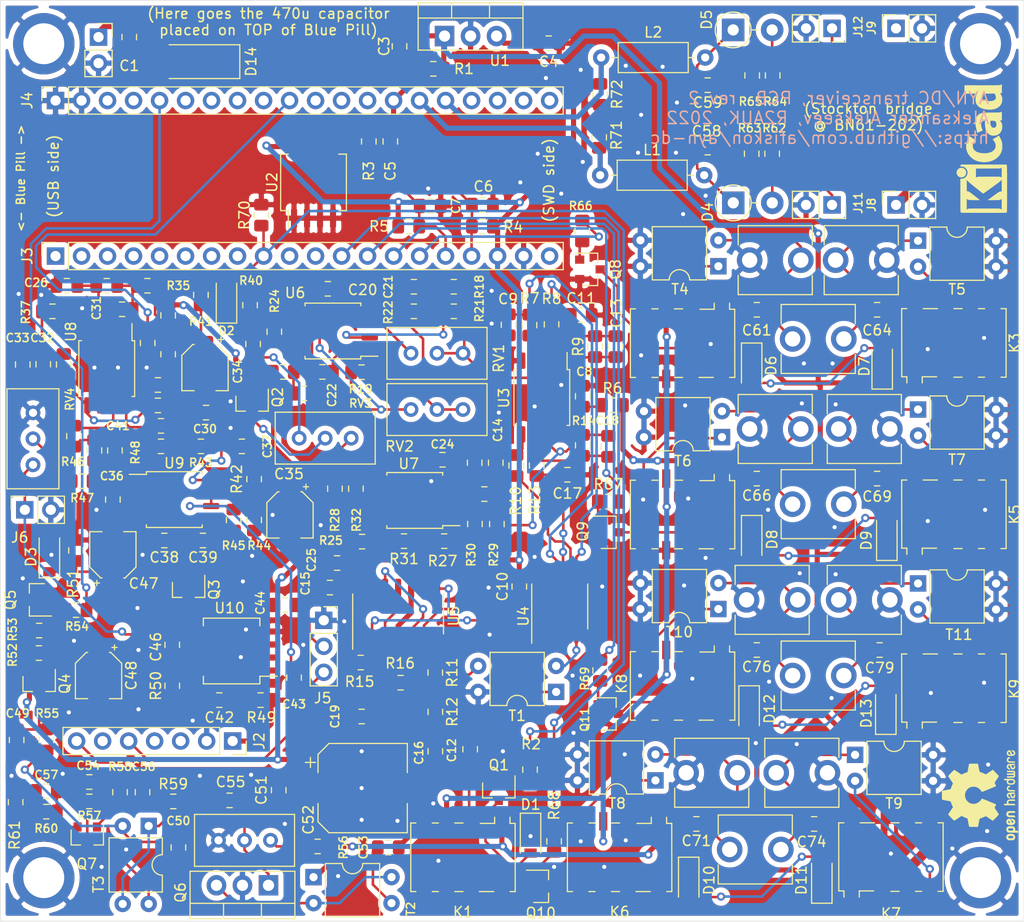
<source format=kicad_pcb>
(kicad_pcb (version 20171130) (host pcbnew "(5.1.12-1-10_14)")
  (layers (0 F.Cu signal) (31 B.Cu signal) (34 B.Paste user hide) (35 F.Paste user hide) (36 B.SilkS user hide) (37 F.SilkS user) (38 B.Mask user hide) (39 F.Mask user hide) (44 Edge.Cuts user))
  (net 0 "")
  (net 1 GND)
  (net 2 +12V)
  (net 3 +5V)
  (net 4 VCC_SAMPLE_A2)
  (net 5 I2C_SDA)
  (net 6 I2C_SCL)
  (net 7 "Net-(C8-Pad1)")
  (net 8 "Net-(C9-Pad1)")
  (net 9 "Net-(C11-Pad1)")
  (net 10 DET_IN)
  (net 11 "Net-(C12-Pad1)")
  (net 12 "Net-(C13-Pad2)")
  (net 13 IF_I)
  (net 14 "Net-(C14-Pad1)")
  (net 15 "Net-(C16-Pad1)")
  (net 16 "Net-(C17-Pad1)")
  (net 17 "Net-(C18-Pad2)")
  (net 18 IF_Q)
  (net 19 SI5351_CH2)
  (net 20 "Net-(C19-Pad1)")
  (net 21 "Net-(C20-Pad1)")
  (net 22 "Net-(C21-Pad2)")
  (net 23 "Net-(C22-Pad1)")
  (net 24 "Net-(C23-Pad2)")
  (net 25 "Net-(C24-Pad1)")
  (net 26 "Net-(C25-Pad1)")
  (net 27 "Net-(C26-Pad1)")
  (net 28 "Net-(C27-Pad1)")
  (net 29 "Net-(C28-Pad1)")
  (net 30 "Net-(C29-Pad2)")
  (net 31 PWM_700HZ)
  (net 32 IF_USB)
  (net 33 "Net-(C31-Pad2)")
  (net 34 "Net-(C31-Pad1)")
  (net 35 CW_FILTER_STAGE3)
  (net 36 "Net-(C32-Pad1)")
  (net 37 "Net-(C34-Pad1)")
  (net 38 "Net-(C35-Pad1)")
  (net 39 "Net-(C36-Pad1)")
  (net 40 "Net-(C37-Pad1)")
  (net 41 "Net-(C38-Pad2)")
  (net 42 "Net-(C38-Pad1)")
  (net 43 "Net-(C39-Pad1)")
  (net 44 "Net-(C40-Pad1)")
  (net 45 "Net-(C42-Pad1)")
  (net 46 AF_AMP_IN)
  (net 47 "Net-(C44-Pad1)")
  (net 48 "Net-(C46-Pad2)")
  (net 49 "Net-(C47-Pad1)")
  (net 50 "Net-(C48-Pad2)")
  (net 51 "Net-(C48-Pad1)")
  (net 52 "Net-(C50-Pad1)")
  (net 53 "Net-(C53-Pad2)")
  (net 54 PA_OUT)
  (net 55 "Net-(C54-Pad2)")
  (net 56 "Net-(C54-Pad1)")
  (net 57 "Net-(C55-Pad2)")
  (net 58 "Net-(C55-Pad1)")
  (net 59 SI5351_CH0)
  (net 60 "Net-(C56-Pad1)")
  (net 61 "Net-(C57-Pad2)")
  (net 62 "Net-(C57-Pad1)")
  (net 63 "Net-(C58-Pad1)")
  (net 64 "Net-(C59-Pad1)")
  (net 65 "Net-(C60-Pad2)")
  (net 66 "Net-(C60-Pad1)")
  (net 67 "Net-(C65-Pad2)")
  (net 68 "Net-(C65-Pad1)")
  (net 69 "Net-(C70-Pad2)")
  (net 70 "Net-(C70-Pad1)")
  (net 71 "Net-(C75-Pad2)")
  (net 72 "Net-(C75-Pad1)")
  (net 73 "Net-(D1-Pad2)")
  (net 74 ENABLE_TX)
  (net 75 "Net-(D2-Pad1)")
  (net 76 "Net-(D3-Pad2)")
  (net 77 "Net-(D4-Pad2)")
  (net 78 "Net-(D5-Pad2)")
  (net 79 GND40)
  (net 80 GND30)
  (net 81 GND17)
  (net 82 GND20)
  (net 83 "Net-(J2-Pad6)")
  (net 84 "Net-(J3-Pad20)")
  (net 85 CTL17)
  (net 86 CTL20)
  (net 87 CTL30)
  (net 88 CTL40)
  (net 89 CLAR_ROTB_B3)
  (net 90 CLAR_ROTA_A15)
  (net 91 "Net-(J3-Pad8)")
  (net 92 "Net-(J3-Pad7)")
  (net 93 FREQ_ROTB_A9)
  (net 94 FREQ_ROTA_A8)
  (net 95 FAST_BTN_B15)
  (net 96 BAND_BTN_B14)
  (net 97 KEY_DAH_B13)
  (net 98 KEY_DIT_B12)
  (net 99 "Net-(J4-Pad20)")
  (net 100 "Net-(J4-Pad19)")
  (net 101 "Net-(J4-Pad18)")
  (net 102 "Net-(J4-Pad17)")
  (net 103 PWR_FWD)
  (net 104 PWR_REF)
  (net 105 "Net-(J4-Pad13)")
  (net 106 "Net-(J4-Pad12)")
  (net 107 "Net-(J4-Pad11)")
  (net 108 KEYER_BTN_A7)
  (net 109 "Net-(J4-Pad8)")
  (net 110 CLAR_BTN_B1)
  (net 111 LOCK_BTN_B10)
  (net 112 ENABLE_CW_TONE)
  (net 113 "Net-(J4-Pad4)")
  (net 114 "Net-(J4-Pad3)")
  (net 115 SWR_BRIDGE)
  (net 116 BPFS)
  (net 117 "Net-(K2-Pad2)")
  (net 118 "Net-(K2-Pad4)")
  (net 119 "Net-(K3-Pad2)")
  (net 120 "Net-(K3-Pad4)")
  (net 121 "Net-(K4-Pad2)")
  (net 122 "Net-(K4-Pad4)")
  (net 123 "Net-(K5-Pad2)")
  (net 124 "Net-(K5-Pad4)")
  (net 125 "Net-(K6-Pad2)")
  (net 126 "Net-(K6-Pad4)")
  (net 127 "Net-(K7-Pad2)")
  (net 128 "Net-(K7-Pad4)")
  (net 129 "Net-(K8-Pad2)")
  (net 130 "Net-(K8-Pad4)")
  (net 131 "Net-(K9-Pad2)")
  (net 132 "Net-(K9-Pad4)")
  (net 133 "Net-(Q1-Pad1)")
  (net 134 "Net-(Q5-Pad3)")
  (net 135 "Net-(Q5-Pad1)")
  (net 136 "Net-(Q6-Pad3)")
  (net 137 "Net-(Q8-Pad1)")
  (net 138 "Net-(Q9-Pad1)")
  (net 139 "Net-(Q10-Pad1)")
  (net 140 "Net-(Q11-Pad1)")
  (net 141 "Net-(R7-Pad1)")
  (net 142 "Net-(R10-Pad1)")
  (net 143 "Net-(R19-Pad2)")
  (net 144 "Net-(R20-Pad2)")
  (net 145 "Net-(R20-Pad1)")
  (net 146 "Net-(R21-Pad1)")
  (net 147 "Net-(R23-Pad1)")
  (net 148 "Net-(R27-Pad2)")
  (net 149 "Net-(R28-Pad2)")
  (net 150 "Net-(R28-Pad1)")
  (net 151 "Net-(R29-Pad1)")
  (net 152 "Net-(R31-Pad1)")
  (net 153 "Net-(R56-Pad2)")
  (net 154 "Net-(T1-Pad2)")
  (net 155 LO_I)
  (net 156 LO_Q)
  (net 157 "Net-(U5-Pad12)")
  (net 158 "Net-(U5-Pad9)")
  (net 159 "Net-(U10-Pad8)")
  (net 160 "Net-(U10-Pad7)")
  (net 161 "Net-(U10-Pad1)")
  (net 162 "Net-(J9-Pad1)")
  (net 163 "Net-(C46-Pad1)")
  (net 164 "Net-(C43-Pad2)")
  (net 165 "Net-(C43-Pad1)")
  (net 166 "Net-(J2-Pad4)")
  (net 167 "Net-(J2-Pad3)")
  (module Resistor_SMD:R_0805_2012Metric_Pad1.15x1.40mm_HandSolder (layer F.Cu) (at 110.6 46.2 270)
    (fp_text reference R72 (at 0 -1.65 90) (layer F.SilkS))
    (fp_text value 1K hide)
    (pad 2 smd roundrect (at 1.025 0 270) (size 1.15 1.4) (layers F.Cu F.Paste F.Mask) (roundrect_rratio 0.2173904347826087) (net 1 GND))
    (pad 1 smd roundrect (at -1.025 0 270) (size 1.15 1.4) (layers F.Cu F.Paste F.Mask) (roundrect_rratio 0.2173904347826087) (net 103 PWR_FWD))
  )
  (module Resistor_SMD:R_0805_2012Metric_Pad1.15x1.40mm_HandSolder (layer F.Cu) (at 110.5 50.4 90)
    (fp_text reference R71 (at 0.2 1.7 90) (layer F.SilkS))
    (fp_text value 1K hide)
    (pad 2 smd roundrect (at 1.025 0 90) (size 1.15 1.4) (layers F.Cu F.Paste F.Mask) (roundrect_rratio 0.2173904347826087) (net 1 GND))
    (pad 1 smd roundrect (at -1.025 0 90) (size 1.15 1.4) (layers F.Cu F.Paste F.Mask) (roundrect_rratio 0.2173904347826087) (net 104 PWR_REF))
  )
  (module Inductor_THT:L_Axial_L6.6mm_D2.7mm_P10.16mm_Horizontal_Vishay_IM-2 (layer F.Cu) (at 110.7 42.6)
    (fp_text reference L2 (at 5.08 -2.47) (layer F.SilkS))
    (fp_text value 1000u hide)
    (pad 2 thru_hole oval (at 10.16 0) (size 1.6 1.6) (drill 0.8) (layers *.Cu *.Mask) (net 64 "Net-(C59-Pad1)"))
    (pad 1 thru_hole circle (at 0 0) (size 1.6 1.6) (drill 0.8) (layers *.Cu *.Mask) (net 103 PWR_FWD))
  )
  (module Inductor_THT:L_Axial_L6.6mm_D2.7mm_P10.16mm_Horizontal_Vishay_IM-2 (layer F.Cu) (at 110.6 54.1)
    (fp_text reference L1 (at 5.08 -2.47) (layer F.SilkS))
    (fp_text value 1000u hide)
    (pad 2 thru_hole oval (at 10.16 0) (size 1.6 1.6) (drill 0.8) (layers *.Cu *.Mask) (net 63 "Net-(C58-Pad1)"))
    (pad 1 thru_hole circle (at 0 0) (size 1.6 1.6) (drill 0.8) (layers *.Cu *.Mask) (net 104 PWR_REF))
  )
  (module Diode_THT:D_DO-41_SOD81_P3.81mm_Vertical_AnodeUp (layer F.Cu) (at 123.59 39.9)
    (fp_text reference D5 (at -2.59 -1 90) (layer F.SilkS))
    (fp_text value "1N34 / D311" hide)
    (pad 2 thru_hole oval (at 3.81 0) (size 2.2 2.2) (drill 1.1) (layers *.Cu *.Mask) (net 78 "Net-(D5-Pad2)"))
    (pad 1 thru_hole rect (at 0 0) (size 2.2 2.2) (drill 1.1) (layers *.Cu *.Mask) (net 64 "Net-(C59-Pad1)"))
  )
  (module Diode_THT:D_DO-41_SOD81_P3.81mm_Vertical_AnodeUp (layer F.Cu) (at 123.6 56.8)
    (fp_text reference D4 (at -2.5 0.9 90) (layer F.SilkS))
    (fp_text value "1N34 / D311" hide)
    (pad 2 thru_hole oval (at 3.81 0) (size 2.2 2.2) (drill 1.1) (layers *.Cu *.Mask) (net 77 "Net-(D4-Pad2)"))
    (pad 1 thru_hole rect (at 0 0) (size 2.2 2.2) (drill 1.1) (layers *.Cu *.Mask) (net 63 "Net-(C58-Pad1)"))
  )
  (module Capacitor_SMD:C_0805_2012Metric_Pad1.15x1.40mm_HandSolder (layer F.Cu) (at 80.7 103.2 90)
    (fp_text reference C43 (at -2.6 0 180) (layer F.SilkS) (effects (font (size 0.8 0.8))))
    (fp_text value 0.1u hide)
    (pad 2 smd roundrect (at 1.025 0 90) (size 1.15 1.4) (layers F.Cu F.Paste F.Mask) (roundrect_rratio 0.2173904347826087) (net 164 "Net-(C43-Pad2)"))
    (pad 1 smd roundrect (at -1.025 0 90) (size 1.15 1.4) (layers F.Cu F.Paste F.Mask) (roundrect_rratio 0.2173904347826087) (net 165 "Net-(C43-Pad1)"))
  )
  (module Diode_SMD:D_SMA_Handsoldering (layer F.Cu) (at 71 43 180)
    (fp_text reference D14 (at -5.5 0 90) (layer F.SilkS))
    (fp_text value SS14 hide)
    (pad 2 smd rect (at 2.5 0 180) (size 3.5 1.8) (layers F.Cu F.Paste F.Mask) (net 1 GND))
    (pad 1 smd rect (at -2.5 0 180) (size 3.5 1.8) (layers F.Cu F.Paste F.Mask) (net 2 +12V))
  )
  (module MountingHole:MountingHole_3mm_Pad (layer F.Cu) (at 56.25 41.25)
    (fp_text reference H1 hide)
    (fp_text value MountingHole_Pad hide)
    (pad 1 thru_hole circle (at 0 0) (size 6 6) (drill 4) (layers *.Cu *.Mask) (net 1 GND))
  )
  (module Capacitor_SMD:C_0805_2012Metric_Pad1.15x1.40mm_HandSolder (layer F.Cu) (at 91 41.5 270)
    (fp_text reference C3 (at 0 1.5 90) (layer F.SilkS))
    (fp_text value 0.47u hide)
    (pad 2 smd roundrect (at 1.025 0 270) (size 1.15 1.4) (layers F.Cu F.Paste F.Mask) (roundrect_rratio 0.2173904347826087) (net 1 GND))
    (pad 1 smd roundrect (at -1.025 0 270) (size 1.15 1.4) (layers F.Cu F.Paste F.Mask) (roundrect_rratio 0.2173904347826087) (net 2 +12V))
  )
  (module My_Library:C_Trim_THD_L7.0mm_W6.5mm_P5.00mm (layer F.Cu) (at 133.9 95.6)
    (fp_text reference C78 hide)
    (fp_text value 1-30p hide)
    (pad 2 thru_hole circle (at 5 0) (size 2.5 2.5) (drill 1.5) (layers *.Cu *.Mask) (net 1 GND))
    (pad 1 thru_hole circle (at 0 0) (size 2.5 2.5) (drill 1.5) (layers *.Cu *.Mask) (net 72 "Net-(C75-Pad1)"))
  )
  (module My_Library:C_Trim_THD_L7.0mm_W6.5mm_P5.00mm (layer F.Cu) (at 129.9 95.6 180)
    (fp_text reference C77 hide)
    (fp_text value 1-30p hide)
    (pad 2 thru_hole circle (at 5 0 180) (size 2.5 2.5) (drill 1.5) (layers *.Cu *.Mask) (net 1 GND))
    (pad 1 thru_hole circle (at 0 0 180) (size 2.5 2.5) (drill 1.5) (layers *.Cu *.Mask) (net 71 "Net-(C75-Pad2)"))
  )
  (module My_Library:C_Trim_THD_L7.0mm_W6.5mm_P5.00mm (layer F.Cu) (at 134.4 103 180)
    (fp_text reference C75 hide)
    (fp_text value 1-10p hide)
    (pad 2 thru_hole circle (at 5 0 180) (size 2.5 2.5) (drill 1.5) (layers *.Cu *.Mask) (net 71 "Net-(C75-Pad2)"))
    (pad 1 thru_hole circle (at 0 0 180) (size 2.5 2.5) (drill 1.5) (layers *.Cu *.Mask) (net 72 "Net-(C75-Pad1)"))
  )
  (module My_Library:C_Trim_THD_L7.0mm_W6.5mm_P5.00mm (layer F.Cu) (at 127.8 112.5)
    (fp_text reference C73 hide)
    (fp_text value 1-30p hide)
    (pad 2 thru_hole circle (at 5 0) (size 2.5 2.5) (drill 1.5) (layers *.Cu *.Mask) (net 1 GND))
    (pad 1 thru_hole circle (at 0 0) (size 2.5 2.5) (drill 1.5) (layers *.Cu *.Mask) (net 70 "Net-(C70-Pad1)"))
  )
  (module My_Library:C_Trim_THD_L7.0mm_W6.5mm_P5.00mm (layer F.Cu) (at 124 112.5 180)
    (fp_text reference C72 hide)
    (fp_text value 1-30p hide)
    (pad 2 thru_hole circle (at 5 0 180) (size 2.5 2.5) (drill 1.5) (layers *.Cu *.Mask) (net 1 GND))
    (pad 1 thru_hole circle (at 0 0 180) (size 2.5 2.5) (drill 1.5) (layers *.Cu *.Mask) (net 69 "Net-(C70-Pad2)"))
  )
  (module My_Library:C_Trim_THD_L7.0mm_W6.5mm_P5.00mm (layer F.Cu) (at 128.25 120 180)
    (fp_text reference C70 hide)
    (fp_text value 1-10p hide)
    (pad 2 thru_hole circle (at 5 0 180) (size 2.5 2.5) (drill 1.5) (layers *.Cu *.Mask) (net 69 "Net-(C70-Pad2)"))
    (pad 1 thru_hole circle (at 0 0 180) (size 2.5 2.5) (drill 1.5) (layers *.Cu *.Mask) (net 70 "Net-(C70-Pad1)"))
  )
  (module My_Library:C_Trim_THD_L7.0mm_W6.5mm_P5.00mm (layer F.Cu) (at 133.9 78.9)
    (fp_text reference C68 hide)
    (fp_text value 1-30p hide)
    (pad 2 thru_hole circle (at 5 0) (size 2.5 2.5) (drill 1.5) (layers *.Cu *.Mask) (net 1 GND))
    (pad 1 thru_hole circle (at 0 0) (size 2.5 2.5) (drill 1.5) (layers *.Cu *.Mask) (net 68 "Net-(C65-Pad1)"))
  )
  (module My_Library:C_Trim_THD_L7.0mm_W6.5mm_P5.00mm (layer F.Cu) (at 130.2 78.9 180)
    (fp_text reference C67 hide)
    (fp_text value 1-30p hide)
    (pad 2 thru_hole circle (at 5 0 180) (size 2.5 2.5) (drill 1.5) (layers *.Cu *.Mask) (net 1 GND))
    (pad 1 thru_hole circle (at 0 0 180) (size 2.5 2.5) (drill 1.5) (layers *.Cu *.Mask) (net 67 "Net-(C65-Pad2)"))
  )
  (module My_Library:C_Trim_THD_L7.0mm_W6.5mm_P5.00mm (layer F.Cu) (at 134.4 86.25 180)
    (fp_text reference C65 hide)
    (fp_text value 1-10p hide)
    (pad 2 thru_hole circle (at 5 0 180) (size 2.5 2.5) (drill 1.5) (layers *.Cu *.Mask) (net 67 "Net-(C65-Pad2)"))
    (pad 1 thru_hole circle (at 0 0 180) (size 2.5 2.5) (drill 1.5) (layers *.Cu *.Mask) (net 68 "Net-(C65-Pad1)"))
  )
  (module My_Library:C_Trim_THD_L7.0mm_W6.5mm_P5.00mm (layer F.Cu) (at 133.6 62.4)
    (fp_text reference C63 hide)
    (fp_text value 1-30p hide)
    (pad 2 thru_hole circle (at 5 0) (size 2.5 2.5) (drill 1.5) (layers *.Cu *.Mask) (net 1 GND))
    (pad 1 thru_hole circle (at 0 0) (size 2.5 2.5) (drill 1.5) (layers *.Cu *.Mask) (net 66 "Net-(C60-Pad1)"))
  )
  (module My_Library:C_Trim_THD_L7.0mm_W6.5mm_P5.00mm (layer F.Cu) (at 130.2 62.4 180)
    (fp_text reference C62 hide)
    (fp_text value 1-30p hide)
    (pad 2 thru_hole circle (at 5 0 180) (size 2.5 2.5) (drill 1.5) (layers *.Cu *.Mask) (net 1 GND))
    (pad 1 thru_hole circle (at 0 0 180) (size 2.5 2.5) (drill 1.5) (layers *.Cu *.Mask) (net 65 "Net-(C60-Pad2)"))
  )
  (module My_Library:C_Trim_THD_L7.0mm_W6.5mm_P5.00mm (layer F.Cu) (at 134.4 70.1 180)
    (fp_text reference C60 hide)
    (fp_text value 1-20p hide)
    (pad 2 thru_hole circle (at 5 0 180) (size 2.5 2.5) (drill 1.5) (layers *.Cu *.Mask) (net 65 "Net-(C60-Pad2)"))
    (pad 1 thru_hole circle (at 0 0 180) (size 2.5 2.5) (drill 1.5) (layers *.Cu *.Mask) (net 66 "Net-(C60-Pad1)"))
  )
  (module Resistor_SMD:R_0805_2012Metric_Pad1.15x1.40mm_HandSolder (layer F.Cu) (at 77.5 58 90)
    (fp_text reference R70 (at 0 -1.65 90) (layer F.SilkS))
    (fp_text value 100K hide)
    (pad 2 smd roundrect (at 1.025 0 90) (size 1.15 1.4) (layers F.Cu F.Paste F.Mask) (roundrect_rratio 0.2173904347826087) (net 1 GND))
    (pad 1 smd roundrect (at -1.025 0 90) (size 1.15 1.4) (layers F.Cu F.Paste F.Mask) (roundrect_rratio 0.2173904347826087) (net 74 ENABLE_TX))
  )
  (module Symbol:OSHW-Logo2_9.8x8mm_SilkScreen (layer F.Cu) (at 147.7 114.7 90)
    (fp_text reference SYM1 hide)
    (fp_text value Logo_Open_Hardware_Small hide)
  )
  (module Package_DIP:DIP-4_W7.62mm (layer F.Cu) (at 82.6 122.7)
    (fp_text reference T2 (at 9.5 3.1 90) (layer F.SilkS) (effects (font (size 0.8 0.8))))
    (fp_text value FT37-43 hide)
    (pad 4 thru_hole oval (at 7.62 0) (size 1.6 1.6) (drill 0.8) (layers *.Cu *.Mask) (net 136 "Net-(Q6-Pad3)"))
    (pad 2 thru_hole oval (at 0 2.54) (size 1.6 1.6) (drill 0.8) (layers *.Cu *.Mask) (net 136 "Net-(Q6-Pad3)"))
    (pad 3 thru_hole oval (at 7.62 2.54) (size 1.6 1.6) (drill 0.8) (layers *.Cu *.Mask) (net 53 "Net-(C53-Pad2)"))
    (pad 1 thru_hole rect (at 0 0) (size 1.6 1.6) (drill 0.8) (layers *.Cu *.Mask) (net 2 +12V))
  )
  (module Resistor_SMD:R_0805_2012Metric_Pad1.15x1.40mm_HandSolder (layer F.Cu) (at 55.8 98.6 180)
    (fp_text reference R53 (at 2.6 0.1 90) (layer F.SilkS) (effects (font (size 0.8 0.8))))
    (fp_text value 1K hide)
    (pad 2 smd roundrect (at 1.025 0 180) (size 1.15 1.4) (layers F.Cu F.Paste F.Mask) (roundrect_rratio 0.2173904347826087) (net 134 "Net-(Q5-Pad3)"))
    (pad 1 smd roundrect (at -1.025 0 180) (size 1.15 1.4) (layers F.Cu F.Paste F.Mask) (roundrect_rratio 0.2173904347826087) (net 51 "Net-(C48-Pad1)"))
  )
  (module Resistor_SMD:R_0805_2012Metric_Pad1.15x1.40mm_HandSolder (layer F.Cu) (at 60.7 115.3)
    (fp_text reference R57 (at 0 1.4) (layer F.SilkS) (effects (font (size 0.8 0.8))))
    (fp_text value 3.3K hide)
    (pad 2 smd roundrect (at 1.025 0) (size 1.15 1.4) (layers F.Cu F.Paste F.Mask) (roundrect_rratio 0.2173904347826087) (net 55 "Net-(C54-Pad2)"))
    (pad 1 smd roundrect (at -1.025 0) (size 1.15 1.4) (layers F.Cu F.Paste F.Mask) (roundrect_rratio 0.2173904347826087) (net 56 "Net-(C54-Pad1)"))
  )
  (module Resistor_SMD:R_0805_2012Metric_Pad1.15x1.40mm_HandSolder (layer F.Cu) (at 59.4 96.6)
    (fp_text reference R54 (at 0.1 1.6) (layer F.SilkS) (effects (font (size 0.8 0.8))))
    (fp_text value 4.7K hide)
    (pad 2 smd roundrect (at 1.025 0) (size 1.15 1.4) (layers F.Cu F.Paste F.Mask) (roundrect_rratio 0.2173904347826087) (net 112 ENABLE_CW_TONE))
    (pad 1 smd roundrect (at -1.025 0) (size 1.15 1.4) (layers F.Cu F.Paste F.Mask) (roundrect_rratio 0.2173904347826087) (net 135 "Net-(Q5-Pad1)"))
  )
  (module Package_SO:TSSOP-16_4.4x5mm_P0.65mm (layer F.Cu) (at 106.65 96.25 90)
    (fp_text reference U4 (at -0.95 -3.55 90) (layer F.SilkS))
    (fp_text value FST3253)
    (pad 16 smd roundrect (at 2.8625 -2.275 90) (size 1.475 0.4) (layers F.Cu F.Paste F.Mask) (net 3 +5V))
    (pad 15 smd roundrect (at 2.8625 -1.625 90) (size 1.475 0.4) (layers F.Cu F.Paste F.Mask) (net 1 GND))
    (pad 14 smd roundrect (at 2.8625 -0.975 90) (size 1.475 0.4) (layers F.Cu F.Paste F.Mask) (net 155 LO_I))
    (pad 13 smd roundrect (at 2.8625 -0.325 90) (size 1.475 0.4) (layers F.Cu F.Paste F.Mask) (net 9 "Net-(C11-Pad1)"))
    (pad 12 smd roundrect (at 2.8625 0.325 90) (size 1.475 0.4) (layers F.Cu F.Paste F.Mask) (net 16 "Net-(C17-Pad1)"))
    (pad 11 smd roundrect (at 2.8625 0.975 90) (size 1.475 0.4) (layers F.Cu F.Paste F.Mask) (net 14 "Net-(C14-Pad1)"))
    (pad 10 smd roundrect (at 2.8625 1.625 90) (size 1.475 0.4) (layers F.Cu F.Paste F.Mask) (net 8 "Net-(C9-Pad1)"))
    (pad 9 smd roundrect (at 2.8625 2.275 90) (size 1.475 0.4) (layers F.Cu F.Paste F.Mask) (net 154 "Net-(T1-Pad2)"))
    (pad 8 smd roundrect (at -2.8625 2.275 90) (size 1.475 0.4) (layers F.Cu F.Paste F.Mask) (net 1 GND))
    (pad 7 smd roundrect (at -2.8625 1.625 90) (size 1.475 0.4) (layers F.Cu F.Paste F.Mask) (net 154 "Net-(T1-Pad2)"))
    (pad 6 smd roundrect (at -2.8625 0.975 90) (size 1.475 0.4) (layers F.Cu F.Paste F.Mask) (net 8 "Net-(C9-Pad1)"))
    (pad 5 smd roundrect (at -2.8625 0.325 90) (size 1.475 0.4) (layers F.Cu F.Paste F.Mask) (net 14 "Net-(C14-Pad1)"))
    (pad 4 smd roundrect (at -2.8625 -0.325 90) (size 1.475 0.4) (layers F.Cu F.Paste F.Mask) (net 16 "Net-(C17-Pad1)"))
    (pad 3 smd roundrect (at -2.8625 -0.975 90) (size 1.475 0.4) (layers F.Cu F.Paste F.Mask) (net 9 "Net-(C11-Pad1)"))
    (pad 2 smd roundrect (at -2.8625 -1.625 90) (size 1.475 0.4) (layers F.Cu F.Paste F.Mask) (net 156 LO_Q))
    (pad 1 smd roundrect (at -2.8625 -2.275 90) (size 1.475 0.4) (layers F.Cu F.Paste F.Mask) (net 1 GND))
  )
  (module Package_DIP:DIP-4_W7.62mm (layer F.Cu) (at 106.3 104.6 180)
    (fp_text reference T1 (at 3.81 -2.33) (layer F.SilkS))
    (fp_text value FT37-43 hide)
    (pad 4 thru_hole oval (at 7.62 0 180) (size 1.6 1.6) (drill 0.8) (layers *.Cu *.Mask) (net 1 GND))
    (pad 2 thru_hole oval (at 0 2.54 180) (size 1.6 1.6) (drill 0.8) (layers *.Cu *.Mask) (net 154 "Net-(T1-Pad2)"))
    (pad 3 thru_hole oval (at 7.62 2.54 180) (size 1.6 1.6) (drill 0.8) (layers *.Cu *.Mask) (net 15 "Net-(C16-Pad1)"))
    (pad 1 thru_hole rect (at 0 0 180) (size 1.6 1.6) (drill 0.8) (layers *.Cu *.Mask) (net 11 "Net-(C12-Pad1)"))
  )
  (module Connector_PinSocket_2.54mm:PinSocket_1x02_P2.54mm_Vertical (layer F.Cu) (at 54.4 86.8 90)
    (fp_text reference J6 (at -2.7 -0.5 180) (layer F.SilkS))
    (fp_text value Conn_01x02 hide)
    (pad 2 thru_hole oval (at 0 2.54 90) (size 1.7 1.7) (drill 1) (layers *.Cu *.Mask) (net 1 GND))
    (pad 1 thru_hole rect (at 0 0 90) (size 1.7 1.7) (drill 1) (layers *.Cu *.Mask) (net 163 "Net-(C46-Pad1)"))
  )
  (module Symbol:KiCad-Logo_5mm_SilkScreen (layer F.Cu) (at 148.4 51.5 90)
    (fp_text reference SYM2 hide)
    (fp_text value SYM_Radio_Waves_Large hide)
  )
  (module Connector_PinSocket_2.54mm:PinSocket_1x02_P2.54mm_Vertical (layer F.Cu) (at 61.6 40.6)
    (fp_text reference C2 hide)
    (fp_text value 470u hide)
    (pad 2 thru_hole oval (at 0 2.54) (size 1.7 1.7) (drill 1) (layers *.Cu *.Mask) (net 1 GND))
    (pad 1 thru_hole rect (at 0 0) (size 1.7 1.7) (drill 1) (layers *.Cu *.Mask) (net 2 +12V))
  )
  (module Package_DIP:DIP-4_W7.62mm (layer F.Cu) (at 66.5 117.7 270)
    (fp_text reference T3 (at 5.7 4.9 270) (layer F.SilkS))
    (fp_text value FT37-43 hide)
    (pad 4 thru_hole oval (at 7.62 0 270) (size 1.6 1.6) (drill 0.8) (layers *.Cu *.Mask) (net 56 "Net-(C54-Pad1)"))
    (pad 2 thru_hole oval (at 0 2.54 270) (size 1.6 1.6) (drill 0.8) (layers *.Cu *.Mask) (net 52 "Net-(C50-Pad1)"))
    (pad 3 thru_hole oval (at 7.62 2.54 270) (size 1.6 1.6) (drill 0.8) (layers *.Cu *.Mask) (net 57 "Net-(C55-Pad2)"))
    (pad 1 thru_hole rect (at 0 0 270) (size 1.6 1.6) (drill 0.8) (layers *.Cu *.Mask) (net 57 "Net-(C55-Pad2)"))
  )
  (module Package_DIP:DIP-4_W7.62mm (layer F.Cu) (at 141.65 94)
    (fp_text reference T11 (at 4 5) (layer F.SilkS))
    (fp_text value T37-6 hide)
    (pad 4 thru_hole oval (at 7.62 0) (size 1.6 1.6) (drill 0.8) (layers *.Cu *.Mask) (net 1 GND))
    (pad 2 thru_hole oval (at 0 2.54) (size 1.6 1.6) (drill 0.8) (layers *.Cu *.Mask) (net 132 "Net-(K9-Pad4)"))
    (pad 3 thru_hole oval (at 7.62 2.54) (size 1.6 1.6) (drill 0.8) (layers *.Cu *.Mask) (net 1 GND))
    (pad 1 thru_hole rect (at 0 0) (size 1.6 1.6) (drill 0.8) (layers *.Cu *.Mask) (net 72 "Net-(C75-Pad1)"))
  )
  (module Package_DIP:DIP-4_W7.62mm (layer F.Cu) (at 122.15 96.5 180)
    (fp_text reference T10 (at 3.81 -2.25) (layer F.SilkS))
    (fp_text value T37-6 hide)
    (pad 4 thru_hole oval (at 7.62 0 180) (size 1.6 1.6) (drill 0.8) (layers *.Cu *.Mask) (net 1 GND))
    (pad 2 thru_hole oval (at 0 2.54 180) (size 1.6 1.6) (drill 0.8) (layers *.Cu *.Mask) (net 71 "Net-(C75-Pad2)"))
    (pad 3 thru_hole oval (at 7.62 2.54 180) (size 1.6 1.6) (drill 0.8) (layers *.Cu *.Mask) (net 1 GND))
    (pad 1 thru_hole rect (at 0 0 180) (size 1.6 1.6) (drill 0.8) (layers *.Cu *.Mask) (net 130 "Net-(K8-Pad4)"))
  )
  (module Package_DIP:DIP-4_W7.62mm (layer F.Cu) (at 135.5 110.75)
    (fp_text reference T9 (at 3.81 4.75) (layer F.SilkS))
    (fp_text value T37-6 hide)
    (pad 4 thru_hole oval (at 7.62 0) (size 1.6 1.6) (drill 0.8) (layers *.Cu *.Mask) (net 1 GND))
    (pad 2 thru_hole oval (at 0 2.54) (size 1.6 1.6) (drill 0.8) (layers *.Cu *.Mask) (net 128 "Net-(K7-Pad4)"))
    (pad 3 thru_hole oval (at 7.62 2.54) (size 1.6 1.6) (drill 0.8) (layers *.Cu *.Mask) (net 1 GND))
    (pad 1 thru_hole rect (at 0 0) (size 1.6 1.6) (drill 0.8) (layers *.Cu *.Mask) (net 70 "Net-(C70-Pad1)"))
  )
  (module Package_DIP:DIP-4_W7.62mm (layer F.Cu) (at 116 113.25 180)
    (fp_text reference T8 (at 3.75 -2.25) (layer F.SilkS))
    (fp_text value T37-6 hide)
    (pad 4 thru_hole oval (at 7.62 0 180) (size 1.6 1.6) (drill 0.8) (layers *.Cu *.Mask) (net 1 GND))
    (pad 2 thru_hole oval (at 0 2.54 180) (size 1.6 1.6) (drill 0.8) (layers *.Cu *.Mask) (net 69 "Net-(C70-Pad2)"))
    (pad 3 thru_hole oval (at 7.62 2.54 180) (size 1.6 1.6) (drill 0.8) (layers *.Cu *.Mask) (net 1 GND))
    (pad 1 thru_hole rect (at 0 0 180) (size 1.6 1.6) (drill 0.8) (layers *.Cu *.Mask) (net 126 "Net-(K6-Pad4)"))
  )
  (module Package_DIP:DIP-4_W7.62mm (layer F.Cu) (at 141.65 77)
    (fp_text reference T7 (at 3.81 4.9) (layer F.SilkS))
    (fp_text value T37-6 hide)
    (pad 4 thru_hole oval (at 7.62 0) (size 1.6 1.6) (drill 0.8) (layers *.Cu *.Mask) (net 1 GND))
    (pad 2 thru_hole oval (at 0 2.54) (size 1.6 1.6) (drill 0.8) (layers *.Cu *.Mask) (net 124 "Net-(K5-Pad4)"))
    (pad 3 thru_hole oval (at 7.62 2.54) (size 1.6 1.6) (drill 0.8) (layers *.Cu *.Mask) (net 1 GND))
    (pad 1 thru_hole rect (at 0 0) (size 1.6 1.6) (drill 0.8) (layers *.Cu *.Mask) (net 68 "Net-(C65-Pad1)"))
  )
  (module Package_DIP:DIP-4_W7.62mm (layer F.Cu) (at 122.5 79.7 180)
    (fp_text reference T6 (at 3.81 -2.33) (layer F.SilkS))
    (fp_text value T37-6 hide)
    (pad 4 thru_hole oval (at 7.62 0 180) (size 1.6 1.6) (drill 0.8) (layers *.Cu *.Mask) (net 1 GND))
    (pad 2 thru_hole oval (at 0 2.54 180) (size 1.6 1.6) (drill 0.8) (layers *.Cu *.Mask) (net 67 "Net-(C65-Pad2)"))
    (pad 3 thru_hole oval (at 7.62 2.54 180) (size 1.6 1.6) (drill 0.8) (layers *.Cu *.Mask) (net 1 GND))
    (pad 1 thru_hole rect (at 0 0 180) (size 1.6 1.6) (drill 0.8) (layers *.Cu *.Mask) (net 122 "Net-(K4-Pad4)"))
  )
  (module Package_DIP:DIP-4_W7.62mm (layer F.Cu) (at 141.65 60.5)
    (fp_text reference T5 (at 3.81 4.75) (layer F.SilkS))
    (fp_text value T37-6 hide)
    (pad 4 thru_hole oval (at 7.62 0) (size 1.6 1.6) (drill 0.8) (layers *.Cu *.Mask) (net 1 GND))
    (pad 2 thru_hole oval (at 0 2.54) (size 1.6 1.6) (drill 0.8) (layers *.Cu *.Mask) (net 120 "Net-(K3-Pad4)"))
    (pad 3 thru_hole oval (at 7.62 2.54) (size 1.6 1.6) (drill 0.8) (layers *.Cu *.Mask) (net 1 GND))
    (pad 1 thru_hole rect (at 0 0) (size 1.6 1.6) (drill 0.8) (layers *.Cu *.Mask) (net 66 "Net-(C60-Pad1)"))
  )
  (module Package_DIP:DIP-4_W7.62mm (layer F.Cu) (at 122.15 63 180)
    (fp_text reference T4 (at 3.75 -2.25 180) (layer F.SilkS))
    (fp_text value T37-6 hide)
    (pad 4 thru_hole oval (at 7.62 0 180) (size 1.6 1.6) (drill 0.8) (layers *.Cu *.Mask) (net 1 GND))
    (pad 2 thru_hole oval (at 0 2.54 180) (size 1.6 1.6) (drill 0.8) (layers *.Cu *.Mask) (net 65 "Net-(C60-Pad2)"))
    (pad 3 thru_hole oval (at 7.62 2.54 180) (size 1.6 1.6) (drill 0.8) (layers *.Cu *.Mask) (net 1 GND))
    (pad 1 thru_hole rect (at 0 0 180) (size 1.6 1.6) (drill 0.8) (layers *.Cu *.Mask) (net 118 "Net-(K2-Pad4)"))
  )
  (module Package_SO:SO-8_5.3x6.2mm_P1.27mm (layer F.Cu) (at 74.6 100.6 180)
    (fp_text reference U10 (at 0.2 4.2) (layer F.SilkS))
    (fp_text value LM386)
    (pad 8 smd roundrect (at 3.5 -1.905 180) (size 1.9 0.6) (layers F.Cu F.Paste F.Mask) (net 159 "Net-(U10-Pad8)"))
    (pad 7 smd roundrect (at 3.5 -0.635 180) (size 1.9 0.6) (layers F.Cu F.Paste F.Mask) (net 160 "Net-(U10-Pad7)"))
    (pad 6 smd roundrect (at 3.5 0.635 180) (size 1.9 0.6) (layers F.Cu F.Paste F.Mask) (net 45 "Net-(C42-Pad1)"))
    (pad 5 smd roundrect (at 3.5 1.905 180) (size 1.9 0.6) (layers F.Cu F.Paste F.Mask) (net 163 "Net-(C46-Pad1)"))
    (pad 4 smd roundrect (at -3.5 1.905 180) (size 1.9 0.6) (layers F.Cu F.Paste F.Mask) (net 1 GND))
    (pad 3 smd roundrect (at -3.5 0.635 180) (size 1.9 0.6) (layers F.Cu F.Paste F.Mask) (net 47 "Net-(C44-Pad1)"))
    (pad 2 smd roundrect (at -3.5 -0.635 180) (size 1.9 0.6) (layers F.Cu F.Paste F.Mask) (net 1 GND))
    (pad 1 smd roundrect (at -3.5 -1.905 180) (size 1.9 0.6) (layers F.Cu F.Paste F.Mask) (net 161 "Net-(U10-Pad1)"))
  )
  (module Package_SO:SOIC-8_5.23x5.23mm_P1.27mm (layer F.Cu) (at 69 85.8)
    (fp_text reference U9 (at 0 -3.56) (layer F.SilkS))
    (fp_text value NE5532 hide)
    (pad 8 smd roundrect (at 3.6 -1.905) (size 1.6 0.6) (layers F.Cu F.Paste F.Mask) (net 40 "Net-(C37-Pad1)"))
    (pad 7 smd roundrect (at 3.6 -0.635) (size 1.6 0.6) (layers F.Cu F.Paste F.Mask) (net 164 "Net-(C43-Pad2)"))
    (pad 6 smd roundrect (at 3.6 0.635) (size 1.6 0.6) (layers F.Cu F.Paste F.Mask) (net 164 "Net-(C43-Pad2)"))
    (pad 5 smd roundrect (at 3.6 1.905) (size 1.6 0.6) (layers F.Cu F.Paste F.Mask) (net 43 "Net-(C39-Pad1)"))
    (pad 4 smd roundrect (at -3.6 1.905) (size 1.6 0.6) (layers F.Cu F.Paste F.Mask) (net 1 GND))
    (pad 3 smd roundrect (at -3.6 0.635) (size 1.6 0.6) (layers F.Cu F.Paste F.Mask) (net 39 "Net-(C36-Pad1)"))
    (pad 2 smd roundrect (at -3.6 -0.635) (size 1.6 0.6) (layers F.Cu F.Paste F.Mask) (net 41 "Net-(C38-Pad2)"))
    (pad 1 smd roundrect (at -3.6 -1.905) (size 1.6 0.6) (layers F.Cu F.Paste F.Mask) (net 41 "Net-(C38-Pad2)"))
  )
  (module Package_SO:SOIC-8_5.23x5.23mm_P1.27mm (layer F.Cu) (at 62.4 73 270)
    (fp_text reference U8 (at -3.6 3.5 90) (layer F.SilkS))
    (fp_text value NE5532 hide)
    (pad 8 smd roundrect (at 3.6 -1.905 270) (size 1.6 0.6) (layers F.Cu F.Paste F.Mask) (net 29 "Net-(C28-Pad1)"))
    (pad 7 smd roundrect (at 3.6 -0.635 270) (size 1.6 0.6) (layers F.Cu F.Paste F.Mask) (net 35 CW_FILTER_STAGE3))
    (pad 6 smd roundrect (at 3.6 0.635 270) (size 1.6 0.6) (layers F.Cu F.Paste F.Mask) (net 35 CW_FILTER_STAGE3))
    (pad 5 smd roundrect (at 3.6 1.905 270) (size 1.6 0.6) (layers F.Cu F.Paste F.Mask) (net 28 "Net-(C27-Pad1)"))
    (pad 4 smd roundrect (at -3.6 1.905 270) (size 1.6 0.6) (layers F.Cu F.Paste F.Mask) (net 1 GND))
    (pad 3 smd roundrect (at -3.6 0.635 270) (size 1.6 0.6) (layers F.Cu F.Paste F.Mask) (net 27 "Net-(C26-Pad1)"))
    (pad 2 smd roundrect (at -3.6 -0.635 270) (size 1.6 0.6) (layers F.Cu F.Paste F.Mask) (net 33 "Net-(C31-Pad2)"))
    (pad 1 smd roundrect (at -3.6 -1.905 270) (size 1.6 0.6) (layers F.Cu F.Paste F.Mask) (net 33 "Net-(C31-Pad2)"))
  )
  (module Package_SO:SOIC-8_5.23x5.23mm_P1.27mm (layer F.Cu) (at 92.49 85.885 180)
    (fp_text reference U7 (at 0.59 3.585) (layer F.SilkS))
    (fp_text value NE5532 hide)
    (pad 8 smd roundrect (at 3.6 -1.905 180) (size 1.6 0.6) (layers F.Cu F.Paste F.Mask) (net 26 "Net-(C25-Pad1)"))
    (pad 7 smd roundrect (at 3.6 -0.635 180) (size 1.6 0.6) (layers F.Cu F.Paste F.Mask) (net 149 "Net-(R28-Pad2)"))
    (pad 6 smd roundrect (at 3.6 0.635 180) (size 1.6 0.6) (layers F.Cu F.Paste F.Mask) (net 152 "Net-(R31-Pad1)"))
    (pad 5 smd roundrect (at 3.6 1.905 180) (size 1.6 0.6) (layers F.Cu F.Paste F.Mask) (net 25 "Net-(C24-Pad1)"))
    (pad 4 smd roundrect (at -3.6 1.905 180) (size 1.6 0.6) (layers F.Cu F.Paste F.Mask) (net 1 GND))
    (pad 3 smd roundrect (at -3.6 0.635 180) (size 1.6 0.6) (layers F.Cu F.Paste F.Mask) (net 24 "Net-(C23-Pad2)"))
    (pad 2 smd roundrect (at -3.6 -0.635 180) (size 1.6 0.6) (layers F.Cu F.Paste F.Mask) (net 151 "Net-(R29-Pad1)"))
    (pad 1 smd roundrect (at -3.6 -1.905 180) (size 1.6 0.6) (layers F.Cu F.Paste F.Mask) (net 148 "Net-(R27-Pad2)"))
  )
  (module Package_SO:SOIC-8_5.23x5.23mm_P1.27mm (layer F.Cu) (at 84.495 69.325 180)
    (fp_text reference U6 (at 3.695 3.725) (layer F.SilkS))
    (fp_text value NE5532 hide)
    (pad 8 smd roundrect (at 3.6 -1.905 180) (size 1.6 0.6) (layers F.Cu F.Paste F.Mask) (net 23 "Net-(C22-Pad1)"))
    (pad 7 smd roundrect (at 3.6 -0.635 180) (size 1.6 0.6) (layers F.Cu F.Paste F.Mask) (net 144 "Net-(R20-Pad2)"))
    (pad 6 smd roundrect (at 3.6 0.635 180) (size 1.6 0.6) (layers F.Cu F.Paste F.Mask) (net 147 "Net-(R23-Pad1)"))
    (pad 5 smd roundrect (at 3.6 1.905 180) (size 1.6 0.6) (layers F.Cu F.Paste F.Mask) (net 21 "Net-(C20-Pad1)"))
    (pad 4 smd roundrect (at -3.6 1.905 180) (size 1.6 0.6) (layers F.Cu F.Paste F.Mask) (net 1 GND))
    (pad 3 smd roundrect (at -3.6 0.635 180) (size 1.6 0.6) (layers F.Cu F.Paste F.Mask) (net 22 "Net-(C21-Pad2)"))
    (pad 2 smd roundrect (at -3.6 -0.635 180) (size 1.6 0.6) (layers F.Cu F.Paste F.Mask) (net 146 "Net-(R21-Pad1)"))
    (pad 1 smd roundrect (at -3.6 -1.905 180) (size 1.6 0.6) (layers F.Cu F.Paste F.Mask) (net 143 "Net-(R19-Pad2)"))
  )
  (module Package_SO:SOIC-14_3.9x8.7mm_P1.27mm (layer F.Cu) (at 90.86 96.98 90)
    (fp_text reference U5 (at -0.2 5.45 90) (layer F.SilkS))
    (fp_text value 74AC74)
    (pad 14 smd roundrect (at 2.475 -3.81 90) (size 1.95 0.6) (layers F.Cu F.Paste F.Mask) (net 3 +5V))
    (pad 13 smd roundrect (at 2.475 -2.54 90) (size 1.95 0.6) (layers F.Cu F.Paste F.Mask) (net 3 +5V))
    (pad 12 smd roundrect (at 2.475 -1.27 90) (size 1.95 0.6) (layers F.Cu F.Paste F.Mask) (net 157 "Net-(U5-Pad12)"))
    (pad 11 smd roundrect (at 2.475 0 90) (size 1.95 0.6) (layers F.Cu F.Paste F.Mask) (net 20 "Net-(C19-Pad1)"))
    (pad 10 smd roundrect (at 2.475 1.27 90) (size 1.95 0.6) (layers F.Cu F.Paste F.Mask) (net 3 +5V))
    (pad 9 smd roundrect (at 2.475 2.54 90) (size 1.95 0.6) (layers F.Cu F.Paste F.Mask) (net 158 "Net-(U5-Pad9)"))
    (pad 8 smd roundrect (at 2.475 3.81 90) (size 1.95 0.6) (layers F.Cu F.Paste F.Mask) (net 156 LO_Q))
    (pad 7 smd roundrect (at -2.475 3.81 90) (size 1.95 0.6) (layers F.Cu F.Paste F.Mask) (net 1 GND))
    (pad 6 smd roundrect (at -2.475 2.54 90) (size 1.95 0.6) (layers F.Cu F.Paste F.Mask) (net 155 LO_I))
    (pad 5 smd roundrect (at -2.475 1.27 90) (size 1.95 0.6) (layers F.Cu F.Paste F.Mask) (net 157 "Net-(U5-Pad12)"))
    (pad 4 smd roundrect (at -2.475 0 90) (size 1.95 0.6) (layers F.Cu F.Paste F.Mask) (net 3 +5V))
    (pad 3 smd roundrect (at -2.475 -1.27 90) (size 1.95 0.6) (layers F.Cu F.Paste F.Mask) (net 20 "Net-(C19-Pad1)"))
    (pad 2 smd roundrect (at -2.475 -2.54 90) (size 1.95 0.6) (layers F.Cu F.Paste F.Mask) (net 156 LO_Q))
    (pad 1 smd roundrect (at -2.475 -3.81 90) (size 1.95 0.6) (layers F.Cu F.Paste F.Mask) (net 3 +5V))
  )
  (module Package_SO:SOIC-8_5.23x5.23mm_P1.27mm (layer F.Cu) (at 104.9 75.825 270)
    (fp_text reference U3 (at 0.05 3.7 90) (layer F.SilkS))
    (fp_text value NE5532 hide)
    (pad 8 smd roundrect (at 3.6 -1.905 270) (size 1.6 0.6) (layers F.Cu F.Paste F.Mask) (net 7 "Net-(C8-Pad1)"))
    (pad 7 smd roundrect (at 3.6 -0.635 270) (size 1.6 0.6) (layers F.Cu F.Paste F.Mask) (net 18 IF_Q))
    (pad 6 smd roundrect (at 3.6 0.635 270) (size 1.6 0.6) (layers F.Cu F.Paste F.Mask) (net 17 "Net-(C18-Pad2)"))
    (pad 5 smd roundrect (at 3.6 1.905 270) (size 1.6 0.6) (layers F.Cu F.Paste F.Mask) (net 142 "Net-(R10-Pad1)"))
    (pad 4 smd roundrect (at -3.6 1.905 270) (size 1.6 0.6) (layers F.Cu F.Paste F.Mask) (net 1 GND))
    (pad 3 smd roundrect (at -3.6 0.635 270) (size 1.6 0.6) (layers F.Cu F.Paste F.Mask) (net 141 "Net-(R7-Pad1)"))
    (pad 2 smd roundrect (at -3.6 -0.635 270) (size 1.6 0.6) (layers F.Cu F.Paste F.Mask) (net 12 "Net-(C13-Pad2)"))
    (pad 1 smd roundrect (at -3.6 -1.905 270) (size 1.6 0.6) (layers F.Cu F.Paste F.Mask) (net 13 IF_I))
  )
  (module Package_SO:SO-8_5.3x6.2mm_P1.27mm (layer F.Cu) (at 82.6 54.8 90)
    (fp_text reference U2 (at 0 -4.05 90) (layer F.SilkS))
    (fp_text value 24LC64)
    (pad 8 smd roundrect (at 3.5 -1.905 90) (size 1.9 0.6) (layers F.Cu F.Paste F.Mask) (net 3 +5V))
    (pad 7 smd roundrect (at 3.5 -0.635 90) (size 1.9 0.6) (layers F.Cu F.Paste F.Mask) (net 1 GND))
    (pad 6 smd roundrect (at 3.5 0.635 90) (size 1.9 0.6) (layers F.Cu F.Paste F.Mask) (net 6 I2C_SCL))
    (pad 5 smd roundrect (at 3.5 1.905 90) (size 1.9 0.6) (layers F.Cu F.Paste F.Mask) (net 5 I2C_SDA))
    (pad 4 smd roundrect (at -3.5 1.905 90) (size 1.9 0.6) (layers F.Cu F.Paste F.Mask) (net 1 GND))
    (pad 3 smd roundrect (at -3.5 0.635 90) (size 1.9 0.6) (layers F.Cu F.Paste F.Mask) (net 1 GND))
    (pad 2 smd roundrect (at -3.5 -0.635 90) (size 1.9 0.6) (layers F.Cu F.Paste F.Mask) (net 1 GND))
    (pad 1 smd roundrect (at -3.5 -1.905 90) (size 1.9 0.6) (layers F.Cu F.Paste F.Mask) (net 1 GND))
  )
  (module Package_TO_SOT_THT:TO-220-3_Vertical (layer F.Cu) (at 95.4 40.5)
    (fp_text reference U1 (at 5.4 2.4) (layer F.SilkS))
    (fp_text value L7805)
    (pad 3 thru_hole oval (at 5.08 0) (size 1.905 2) (drill 1.1) (layers *.Cu *.Mask) (net 3 +5V))
    (pad 2 thru_hole oval (at 2.54 0) (size 1.905 2) (drill 1.1) (layers *.Cu *.Mask) (net 1 GND))
    (pad 1 thru_hole rect (at 0 0) (size 1.905 2) (drill 1.1) (layers *.Cu *.Mask) (net 2 +12V))
  )
  (module Potentiometer_THT:Potentiometer_Bourns_3296W_Vertical (layer F.Cu) (at 78.4 119.1)
    (fp_text reference RV5 hide)
    (fp_text value 10K hide)
    (pad 3 thru_hole circle (at -5.08 0) (size 1.44 1.44) (drill 0.8) (layers *.Cu *.Mask) (net 1 GND))
    (pad 2 thru_hole circle (at -2.54 0) (size 1.44 1.44) (drill 0.8) (layers *.Cu *.Mask) (net 58 "Net-(C55-Pad1)"))
    (pad 1 thru_hole circle (at 0 0) (size 1.44 1.44) (drill 0.8) (layers *.Cu *.Mask) (net 153 "Net-(R56-Pad2)"))
  )
  (module Potentiometer_THT:Potentiometer_Bourns_3296W_Vertical (layer F.Cu) (at 55.2 82.4 270)
    (fp_text reference RV4 (at -6.4 -3.6 90) (layer F.SilkS) (effects (font (size 0.8 0.8))))
    (fp_text value 10K hide)
    (pad 3 thru_hole circle (at -5.08 0 270) (size 1.44 1.44) (drill 0.8) (layers *.Cu *.Mask) (net 1 GND))
    (pad 2 thru_hole circle (at -2.54 0 270) (size 1.44 1.44) (drill 0.8) (layers *.Cu *.Mask) (net 76 "Net-(D3-Pad2)"))
    (pad 1 thru_hole circle (at 0 0 270) (size 1.44 1.44) (drill 0.8) (layers *.Cu *.Mask) (net 163 "Net-(C46-Pad1)"))
  )
  (module Potentiometer_THT:Potentiometer_Bourns_3296W_Vertical (layer F.Cu) (at 81.2 79.8 180)
    (fp_text reference RV3 (at -6 3.4) (layer F.SilkS) (effects (font (size 0.8 0.8))))
    (fp_text value 500 hide)
    (pad 3 thru_hole circle (at -5.08 0 180) (size 1.44 1.44) (drill 0.8) (layers *.Cu *.Mask) (net 150 "Net-(R28-Pad1)"))
    (pad 2 thru_hole circle (at -2.54 0 180) (size 1.44 1.44) (drill 0.8) (layers *.Cu *.Mask) (net 32 IF_USB))
    (pad 1 thru_hole circle (at 0 0 180) (size 1.44 1.44) (drill 0.8) (layers *.Cu *.Mask) (net 145 "Net-(R20-Pad1)"))
  )
  (module Potentiometer_THT:Potentiometer_Bourns_3296W_Vertical (layer F.Cu) (at 97.2 77)
    (fp_text reference RV2 (at -6.2 3.6) (layer F.SilkS))
    (fp_text value 50K hide)
    (pad 3 thru_hole circle (at -5.08 0) (size 1.44 1.44) (drill 0.8) (layers *.Cu *.Mask) (net 21 "Net-(C20-Pad1)"))
    (pad 2 thru_hole circle (at -2.54 0) (size 1.44 1.44) (drill 0.8) (layers *.Cu *.Mask) (net 143 "Net-(R19-Pad2)"))
    (pad 1 thru_hole circle (at 0 0) (size 1.44 1.44) (drill 0.8) (layers *.Cu *.Mask) (net 143 "Net-(R19-Pad2)"))
  )
  (module Potentiometer_THT:Potentiometer_Bourns_3296W_Vertical (layer F.Cu) (at 97.2 71.5)
    (fp_text reference RV1 (at 3.5 0.5 90) (layer F.SilkS))
    (fp_text value 50K hide)
    (pad 3 thru_hole circle (at -5.08 0) (size 1.44 1.44) (drill 0.8) (layers *.Cu *.Mask) (net 22 "Net-(C21-Pad2)"))
    (pad 2 thru_hole circle (at -2.54 0) (size 1.44 1.44) (drill 0.8) (layers *.Cu *.Mask) (net 13 IF_I))
    (pad 1 thru_hole circle (at 0 0) (size 1.44 1.44) (drill 0.8) (layers *.Cu *.Mask) (net 13 IF_I))
  )
  (module Resistor_SMD:R_0805_2012Metric_Pad1.15x1.40mm_HandSolder (layer F.Cu) (at 110.6 102.5 90)
    (fp_text reference R69 (at -0.8 -1.5 90) (layer F.SilkS) (effects (font (size 0.8 0.8))))
    (fp_text value 4.7K hide)
    (pad 2 smd roundrect (at 1.025 0 90) (size 1.15 1.4) (layers F.Cu F.Paste F.Mask) (roundrect_rratio 0.2173904347826087) (net 86 CTL20))
    (pad 1 smd roundrect (at -1.025 0 90) (size 1.15 1.4) (layers F.Cu F.Paste F.Mask) (roundrect_rratio 0.2173904347826087) (net 140 "Net-(Q11-Pad1)"))
  )
  (module Resistor_SMD:R_0805_2012Metric_Pad1.15x1.40mm_HandSolder (layer F.Cu) (at 106.1 119.2 90)
    (fp_text reference R68 (at 3.5 0 90) (layer F.SilkS))
    (fp_text value 4.7K hide)
    (pad 2 smd roundrect (at 1.025 0 90) (size 1.15 1.4) (layers F.Cu F.Paste F.Mask) (roundrect_rratio 0.2173904347826087) (net 85 CTL17))
    (pad 1 smd roundrect (at -1.025 0 90) (size 1.15 1.4) (layers F.Cu F.Paste F.Mask) (roundrect_rratio 0.2173904347826087) (net 139 "Net-(Q10-Pad1)"))
  )
  (module Resistor_SMD:R_0805_2012Metric_Pad1.15x1.40mm_HandSolder (layer F.Cu) (at 111.4 86)
    (fp_text reference R67 (at 0 -1.7) (layer F.SilkS))
    (fp_text value 4.7K hide)
    (pad 2 smd roundrect (at 1.025 0) (size 1.15 1.4) (layers F.Cu F.Paste F.Mask) (roundrect_rratio 0.2173904347826087) (net 87 CTL30))
    (pad 1 smd roundrect (at -1.025 0) (size 1.15 1.4) (layers F.Cu F.Paste F.Mask) (roundrect_rratio 0.2173904347826087) (net 138 "Net-(Q9-Pad1)"))
  )
  (module Resistor_SMD:R_0805_2012Metric_Pad1.15x1.40mm_HandSolder (layer F.Cu) (at 108.85 59.55 90)
    (fp_text reference R66 (at 2.45 -0.15 180) (layer F.SilkS) (effects (font (size 0.8 0.8))))
    (fp_text value 4.7K hide)
    (pad 2 smd roundrect (at 1.025 0 90) (size 1.15 1.4) (layers F.Cu F.Paste F.Mask) (roundrect_rratio 0.2173904347826087) (net 88 CTL40))
    (pad 1 smd roundrect (at -1.025 0 90) (size 1.15 1.4) (layers F.Cu F.Paste F.Mask) (roundrect_rratio 0.2173904347826087) (net 137 "Net-(Q8-Pad1)"))
  )
  (module Resistor_SMD:R_0805_2012Metric_Pad1.15x1.40mm_HandSolder (layer F.Cu) (at 125.45 44.35 270)
    (fp_text reference R65 (at 2.55 0.15 180) (layer F.SilkS) (effects (font (size 0.8 0.8))))
    (fp_text value 100 hide)
    (pad 2 smd roundrect (at 1.025 0 270) (size 1.15 1.4) (layers F.Cu F.Paste F.Mask) (roundrect_rratio 0.2173904347826087) (net 1 GND))
    (pad 1 smd roundrect (at -1.025 0 270) (size 1.15 1.4) (layers F.Cu F.Paste F.Mask) (roundrect_rratio 0.2173904347826087) (net 78 "Net-(D5-Pad2)"))
  )
  (module Resistor_SMD:R_0805_2012Metric_Pad1.15x1.40mm_HandSolder (layer F.Cu) (at 127.45 44.35 270)
    (fp_text reference R64 (at 2.55 -0.25 180) (layer F.SilkS) (effects (font (size 0.8 0.8))))
    (fp_text value 100 hide)
    (pad 2 smd roundrect (at 1.025 0 270) (size 1.15 1.4) (layers F.Cu F.Paste F.Mask) (roundrect_rratio 0.2173904347826087) (net 1 GND))
    (pad 1 smd roundrect (at -1.025 0 270) (size 1.15 1.4) (layers F.Cu F.Paste F.Mask) (roundrect_rratio 0.2173904347826087) (net 78 "Net-(D5-Pad2)"))
  )
  (module Resistor_SMD:R_0805_2012Metric_Pad1.15x1.40mm_HandSolder (layer F.Cu) (at 125.4 52 90)
    (fp_text reference R63 (at 2.5 -0.2 180) (layer F.SilkS) (effects (font (size 0.8 0.8))))
    (fp_text value 100 hide)
    (pad 2 smd roundrect (at 1.025 0 90) (size 1.15 1.4) (layers F.Cu F.Paste F.Mask) (roundrect_rratio 0.2173904347826087) (net 1 GND))
    (pad 1 smd roundrect (at -1.025 0 90) (size 1.15 1.4) (layers F.Cu F.Paste F.Mask) (roundrect_rratio 0.2173904347826087) (net 77 "Net-(D4-Pad2)"))
  )
  (module Resistor_SMD:R_0805_2012Metric_Pad1.15x1.40mm_HandSolder (layer F.Cu) (at 127.4 52 90)
    (fp_text reference R62 (at 2.5 0.2 180) (layer F.SilkS) (effects (font (size 0.8 0.8))))
    (fp_text value 100 hide)
    (pad 2 smd roundrect (at 1.025 0 90) (size 1.15 1.4) (layers F.Cu F.Paste F.Mask) (roundrect_rratio 0.2173904347826087) (net 1 GND))
    (pad 1 smd roundrect (at -1.025 0 90) (size 1.15 1.4) (layers F.Cu F.Paste F.Mask) (roundrect_rratio 0.2173904347826087) (net 77 "Net-(D4-Pad2)"))
  )
  (module Resistor_SMD:R_0805_2012Metric_Pad1.15x1.40mm_HandSolder (layer F.Cu) (at 53.5 115.375 270)
    (fp_text reference R61 (at 3.225 0.1 90) (layer F.SilkS))
    (fp_text value 6 hide)
    (pad 2 smd roundrect (at 1.025 0 270) (size 1.15 1.4) (layers F.Cu F.Paste F.Mask) (roundrect_rratio 0.2173904347826087) (net 1 GND))
    (pad 1 smd roundrect (at -1.025 0 270) (size 1.15 1.4) (layers F.Cu F.Paste F.Mask) (roundrect_rratio 0.2173904347826087) (net 61 "Net-(C57-Pad2)"))
  )
  (module Resistor_SMD:R_0805_2012Metric_Pad1.15x1.40mm_HandSolder (layer F.Cu) (at 56.5 116.3 180)
    (fp_text reference R60 (at 0 -1.65) (layer F.SilkS) (effects (font (size 0.8 0.8))))
    (fp_text value 68 hide)
    (pad 2 smd roundrect (at 1.025 0 180) (size 1.15 1.4) (layers F.Cu F.Paste F.Mask) (roundrect_rratio 0.2173904347826087) (net 1 GND))
    (pad 1 smd roundrect (at -1.025 0 180) (size 1.15 1.4) (layers F.Cu F.Paste F.Mask) (roundrect_rratio 0.2173904347826087) (net 62 "Net-(C57-Pad1)"))
  )
  (module Resistor_SMD:R_0805_2012Metric_Pad1.15x1.40mm_HandSolder (layer F.Cu) (at 68.9 115.3)
    (fp_text reference R59 (at 0 -1.7) (layer F.SilkS))
    (fp_text value 1K hide)
    (pad 2 smd roundrect (at 1.025 0) (size 1.15 1.4) (layers F.Cu F.Paste F.Mask) (roundrect_rratio 0.2173904347826087) (net 1 GND))
    (pad 1 smd roundrect (at -1.025 0) (size 1.15 1.4) (layers F.Cu F.Paste F.Mask) (roundrect_rratio 0.2173904347826087) (net 60 "Net-(C56-Pad1)"))
  )
  (module Resistor_SMD:R_0805_2012Metric_Pad1.15x1.40mm_HandSolder (layer F.Cu) (at 63.7 114.4 270)
    (fp_text reference R58 (at -2.5 0 180) (layer F.SilkS) (effects (font (size 0.8 0.8))))
    (fp_text value 1.3K hide)
    (pad 2 smd roundrect (at 1.025 0 270) (size 1.15 1.4) (layers F.Cu F.Paste F.Mask) (roundrect_rratio 0.2173904347826087) (net 60 "Net-(C56-Pad1)"))
    (pad 1 smd roundrect (at -1.025 0 270) (size 1.15 1.4) (layers F.Cu F.Paste F.Mask) (roundrect_rratio 0.2173904347826087) (net 55 "Net-(C54-Pad2)"))
  )
  (module Resistor_SMD:R_0805_2012Metric_Pad1.15x1.40mm_HandSolder (layer F.Cu) (at 83 119.7 180)
    (fp_text reference R56 (at -2.525 -0.1 270) (layer F.SilkS) (effects (font (size 0.8 0.8))))
    (fp_text value 2.2K hide)
    (pad 2 smd roundrect (at 1.025 0 180) (size 1.15 1.4) (layers F.Cu F.Paste F.Mask) (roundrect_rratio 0.2173904347826087) (net 153 "Net-(R56-Pad2)"))
    (pad 1 smd roundrect (at -1.025 0 180) (size 1.15 1.4) (layers F.Cu F.Paste F.Mask) (roundrect_rratio 0.2173904347826087) (net 2 +12V))
  )
  (module Resistor_SMD:R_0805_2012Metric_Pad1.15x1.40mm_HandSolder (layer F.Cu) (at 56.5 109.3 270)
    (fp_text reference R55 (at -2.6 -0.1 180) (layer F.SilkS) (effects (font (size 0.8 0.8))))
    (fp_text value 22 hide)
    (pad 2 smd roundrect (at 1.025 0 270) (size 1.15 1.4) (layers F.Cu F.Paste F.Mask) (roundrect_rratio 0.2173904347826087) (net 52 "Net-(C50-Pad1)"))
    (pad 1 smd roundrect (at -1.025 0 270) (size 1.15 1.4) (layers F.Cu F.Paste F.Mask) (roundrect_rratio 0.2173904347826087) (net 50 "Net-(C48-Pad2)"))
  )
  (module Resistor_SMD:R_0805_2012Metric_Pad1.15x1.40mm_HandSolder (layer F.Cu) (at 55.775 100.8)
    (fp_text reference R52 (at -2.575 0.2 90) (layer F.SilkS) (effects (font (size 0.8 0.8))))
    (fp_text value 470 hide)
    (pad 2 smd roundrect (at 1.025 0) (size 1.15 1.4) (layers F.Cu F.Paste F.Mask) (roundrect_rratio 0.2173904347826087) (net 51 "Net-(C48-Pad1)"))
    (pad 1 smd roundrect (at -1.025 0) (size 1.15 1.4) (layers F.Cu F.Paste F.Mask) (roundrect_rratio 0.2173904347826087) (net 2 +12V))
  )
  (module Resistor_SMD:R_0805_2012Metric_Pad1.15x1.40mm_HandSolder (layer F.Cu) (at 59.4 90.775 90)
    (fp_text reference R51 (at -3.225 -0.3 90) (layer F.SilkS))
    (fp_text value 1Meg hide)
    (pad 2 smd roundrect (at 1.025 0 90) (size 1.15 1.4) (layers F.Cu F.Paste F.Mask) (roundrect_rratio 0.2173904347826087) (net 1 GND))
    (pad 1 smd roundrect (at -1.025 0 90) (size 1.15 1.4) (layers F.Cu F.Paste F.Mask) (roundrect_rratio 0.2173904347826087) (net 49 "Net-(C47-Pad1)"))
  )
  (module Resistor_SMD:R_0805_2012Metric_Pad1.15x1.40mm_HandSolder (layer F.Cu) (at 68.8 104 270)
    (fp_text reference R50 (at 0 1.6 90) (layer F.SilkS))
    (fp_text value 10 hide)
    (pad 2 smd roundrect (at 1.025 0 270) (size 1.15 1.4) (layers F.Cu F.Paste F.Mask) (roundrect_rratio 0.2173904347826087) (net 1 GND))
    (pad 1 smd roundrect (at -1.025 0 270) (size 1.15 1.4) (layers F.Cu F.Paste F.Mask) (roundrect_rratio 0.2173904347826087) (net 48 "Net-(C46-Pad2)"))
  )
  (module Resistor_SMD:R_0805_2012Metric_Pad1.15x1.40mm_HandSolder (layer F.Cu) (at 77.425 105.4 180)
    (fp_text reference R49 (at -0.075 -1.7 180) (layer F.SilkS))
    (fp_text value 22 hide)
    (pad 2 smd roundrect (at 1.025 0 180) (size 1.15 1.4) (layers F.Cu F.Paste F.Mask) (roundrect_rratio 0.2173904347826087) (net 45 "Net-(C42-Pad1)"))
    (pad 1 smd roundrect (at -1.025 0 180) (size 1.15 1.4) (layers F.Cu F.Paste F.Mask) (roundrect_rratio 0.2173904347826087) (net 3 +5V))
  )
  (module Resistor_SMD:R_0805_2012Metric_Pad1.15x1.40mm_HandSolder (layer F.Cu) (at 67.7 80.6)
    (fp_text reference R48 (at -2.5 0.6 90) (layer F.SilkS) (effects (font (size 0.8 0.8))))
    (fp_text value 10K hide)
    (pad 2 smd roundrect (at 1.025 0) (size 1.15 1.4) (layers F.Cu F.Paste F.Mask) (roundrect_rratio 0.2173904347826087) (net 164 "Net-(C43-Pad2)"))
    (pad 1 smd roundrect (at -1.025 0) (size 1.15 1.4) (layers F.Cu F.Paste F.Mask) (roundrect_rratio 0.2173904347826087) (net 42 "Net-(C38-Pad1)"))
  )
  (module Resistor_SMD:R_0805_2012Metric_Pad1.15x1.40mm_HandSolder (layer F.Cu) (at 60 84 180)
    (fp_text reference R47 (at 0 -1.65) (layer F.SilkS) (effects (font (size 0.8 0.8))))
    (fp_text value 36K hide)
    (pad 2 smd roundrect (at 1.025 0 180) (size 1.15 1.4) (layers F.Cu F.Paste F.Mask) (roundrect_rratio 0.2173904347826087) (net 44 "Net-(C40-Pad1)"))
    (pad 1 smd roundrect (at -1.025 0 180) (size 1.15 1.4) (layers F.Cu F.Paste F.Mask) (roundrect_rratio 0.2173904347826087) (net 39 "Net-(C36-Pad1)"))
  )
  (module Resistor_SMD:R_0805_2012Metric_Pad1.15x1.40mm_HandSolder (layer F.Cu) (at 59.2 79.6 90)
    (fp_text reference R46 (at -2.5 -0.1 180) (layer F.SilkS) (effects (font (size 0.8 0.8))))
    (fp_text value 36K hide)
    (pad 2 smd roundrect (at 1.025 0 90) (size 1.15 1.4) (layers F.Cu F.Paste F.Mask) (roundrect_rratio 0.2173904347826087) (net 35 CW_FILTER_STAGE3))
    (pad 1 smd roundrect (at -1.025 0 90) (size 1.15 1.4) (layers F.Cu F.Paste F.Mask) (roundrect_rratio 0.2173904347826087) (net 44 "Net-(C40-Pad1)"))
  )
  (module Resistor_SMD:R_0805_2012Metric_Pad1.15x1.40mm_HandSolder (layer F.Cu) (at 74.8 87.8 270)
    (fp_text reference R45 (at 2.5 0 180) (layer F.SilkS) (effects (font (size 0.8 0.8))))
    (fp_text value 750K hide)
    (pad 2 smd roundrect (at 1.025 0 270) (size 1.15 1.4) (layers F.Cu F.Paste F.Mask) (roundrect_rratio 0.2173904347826087) (net 43 "Net-(C39-Pad1)"))
    (pad 1 smd roundrect (at -1.025 0 270) (size 1.15 1.4) (layers F.Cu F.Paste F.Mask) (roundrect_rratio 0.2173904347826087) (net 38 "Net-(C35-Pad1)"))
  )
  (module Resistor_SMD:R_0805_2012Metric_Pad1.15x1.40mm_HandSolder (layer F.Cu) (at 76.8 87.8 270)
    (fp_text reference R44 (at 2.5 -0.5 180) (layer F.SilkS) (effects (font (size 0.8 0.8))))
    (fp_text value 10K hide)
    (pad 2 smd roundrect (at 1.025 0 270) (size 1.15 1.4) (layers F.Cu F.Paste F.Mask) (roundrect_rratio 0.2173904347826087) (net 1 GND))
    (pad 1 smd roundrect (at -1.025 0 270) (size 1.15 1.4) (layers F.Cu F.Paste F.Mask) (roundrect_rratio 0.2173904347826087) (net 38 "Net-(C35-Pad1)"))
  )
  (module Resistor_SMD:R_0805_2012Metric_Pad1.15x1.40mm_HandSolder (layer F.Cu) (at 71.6 80.6)
    (fp_text reference R43 (at 0 1.6) (layer F.SilkS) (effects (font (size 0.8 0.8))))
    (fp_text value 22 hide)
    (pad 2 smd roundrect (at 1.025 0) (size 1.15 1.4) (layers F.Cu F.Paste F.Mask) (roundrect_rratio 0.2173904347826087) (net 40 "Net-(C37-Pad1)"))
    (pad 1 smd roundrect (at -1.025 0) (size 1.15 1.4) (layers F.Cu F.Paste F.Mask) (roundrect_rratio 0.2173904347826087) (net 2 +12V))
  )
  (module Resistor_SMD:R_0805_2012Metric_Pad1.15x1.40mm_HandSolder (layer F.Cu) (at 76.8 83.8 270)
    (fp_text reference R42 (at 0 1.7 90) (layer F.SilkS))
    (fp_text value 10K hide)
    (pad 2 smd roundrect (at 1.025 0 270) (size 1.15 1.4) (layers F.Cu F.Paste F.Mask) (roundrect_rratio 0.2173904347826087) (net 38 "Net-(C35-Pad1)"))
    (pad 1 smd roundrect (at -1.025 0 270) (size 1.15 1.4) (layers F.Cu F.Paste F.Mask) (roundrect_rratio 0.2173904347826087) (net 2 +12V))
  )
  (module Resistor_SMD:R_0805_2012Metric_Pad1.15x1.40mm_HandSolder (layer F.Cu) (at 71.6 65.8 90)
    (fp_text reference R41 (at -2.6 0 180) (layer F.SilkS) (effects (font (size 0.8 0.8))))
    (fp_text value 15K hide)
    (pad 2 smd roundrect (at 1.025 0 90) (size 1.15 1.4) (layers F.Cu F.Paste F.Mask) (roundrect_rratio 0.2173904347826087) (net 74 ENABLE_TX))
    (pad 1 smd roundrect (at -1.025 0 90) (size 1.15 1.4) (layers F.Cu F.Paste F.Mask) (roundrect_rratio 0.2173904347826087) (net 37 "Net-(C34-Pad1)"))
  )
  (module Resistor_SMD:R_0805_2012Metric_Pad1.15x1.40mm_HandSolder (layer F.Cu) (at 76.4 66.8 270)
    (fp_text reference R40 (at -2.4 -0.1) (layer F.SilkS) (effects (font (size 0.8 0.8))))
    (fp_text value 8.2K hide)
    (pad 2 smd roundrect (at 1.025 0 270) (size 1.15 1.4) (layers F.Cu F.Paste F.Mask) (roundrect_rratio 0.2173904347826087) (net 75 "Net-(D2-Pad1)"))
    (pad 1 smd roundrect (at -1.025 0 270) (size 1.15 1.4) (layers F.Cu F.Paste F.Mask) (roundrect_rratio 0.2173904347826087) (net 37 "Net-(C34-Pad1)"))
  )
  (module Resistor_SMD:R_0805_2012Metric_Pad1.15x1.40mm_HandSolder (layer F.Cu) (at 68.4 71.6 270)
    (fp_text reference R39 hide)
    (fp_text value 10K hide)
    (pad 2 smd roundrect (at 1.025 0 270) (size 1.15 1.4) (layers F.Cu F.Paste F.Mask) (roundrect_rratio 0.2173904347826087) (net 1 GND))
    (pad 1 smd roundrect (at -1.025 0 270) (size 1.15 1.4) (layers F.Cu F.Paste F.Mask) (roundrect_rratio 0.2173904347826087) (net 30 "Net-(C29-Pad2)"))
  )
  (module Resistor_SMD:R_0805_2012Metric_Pad1.15x1.40mm_HandSolder (layer F.Cu) (at 58.2 72.6 90)
    (fp_text reference R38 hide)
    (fp_text value 47K hide)
    (pad 2 smd roundrect (at 1.025 0 90) (size 1.15 1.4) (layers F.Cu F.Paste F.Mask) (roundrect_rratio 0.2173904347826087) (net 36 "Net-(C32-Pad1)"))
    (pad 1 smd roundrect (at -1.025 0 90) (size 1.15 1.4) (layers F.Cu F.Paste F.Mask) (roundrect_rratio 0.2173904347826087) (net 28 "Net-(C27-Pad1)"))
  )
  (module Resistor_SMD:R_0805_2012Metric_Pad1.15x1.40mm_HandSolder (layer F.Cu) (at 57.1 67.4)
    (fp_text reference R37 (at -2.6 0.1 90) (layer F.SilkS) (effects (font (size 0.8 0.8))))
    (fp_text value 47K hide)
    (pad 2 smd roundrect (at 1.025 0) (size 1.15 1.4) (layers F.Cu F.Paste F.Mask) (roundrect_rratio 0.2173904347826087) (net 33 "Net-(C31-Pad2)"))
    (pad 1 smd roundrect (at -1.025 0) (size 1.15 1.4) (layers F.Cu F.Paste F.Mask) (roundrect_rratio 0.2173904347826087) (net 36 "Net-(C32-Pad1)"))
  )
  (module Resistor_SMD:R_0805_2012Metric_Pad1.15x1.40mm_HandSolder (layer F.Cu) (at 62.4 64.9)
    (fp_text reference R36 hide)
    (fp_text value 33K hide)
    (pad 2 smd roundrect (at 1.025 0) (size 1.15 1.4) (layers F.Cu F.Paste F.Mask) (roundrect_rratio 0.2173904347826087) (net 34 "Net-(C31-Pad1)"))
    (pad 1 smd roundrect (at -1.025 0) (size 1.15 1.4) (layers F.Cu F.Paste F.Mask) (roundrect_rratio 0.2173904347826087) (net 27 "Net-(C26-Pad1)"))
  )
  (module Resistor_SMD:R_0805_2012Metric_Pad1.15x1.40mm_HandSolder (layer F.Cu) (at 66.375 64.9)
    (fp_text reference R35 (at 3.025 0) (layer F.SilkS) (effects (font (size 0.8 0.8))))
    (fp_text value 33K hide)
    (pad 2 smd roundrect (at 1.025 0) (size 1.15 1.4) (layers F.Cu F.Paste F.Mask) (roundrect_rratio 0.2173904347826087) (net 30 "Net-(C29-Pad2)"))
    (pad 1 smd roundrect (at -1.025 0) (size 1.15 1.4) (layers F.Cu F.Paste F.Mask) (roundrect_rratio 0.2173904347826087) (net 34 "Net-(C31-Pad1)"))
  )
  (module Resistor_SMD:R_0805_2012Metric_Pad1.15x1.40mm_HandSolder (layer F.Cu) (at 68.4 67.8 270)
    (fp_text reference R34 hide)
    (fp_text value 10K hide)
    (pad 2 smd roundrect (at 1.025 0 270) (size 1.15 1.4) (layers F.Cu F.Paste F.Mask) (roundrect_rratio 0.2173904347826087) (net 30 "Net-(C29-Pad2)"))
    (pad 1 smd roundrect (at -1.025 0 270) (size 1.15 1.4) (layers F.Cu F.Paste F.Mask) (roundrect_rratio 0.2173904347826087) (net 2 +12V))
  )
  (module Resistor_SMD:R_0805_2012Metric_Pad1.15x1.40mm_HandSolder (layer F.Cu) (at 67.7 78.6 180)
    (fp_text reference R33 hide)
    (fp_text value 22 hide)
    (pad 2 smd roundrect (at 1.025 0 180) (size 1.15 1.4) (layers F.Cu F.Paste F.Mask) (roundrect_rratio 0.2173904347826087) (net 29 "Net-(C28-Pad1)"))
    (pad 1 smd roundrect (at -1.025 0 180) (size 1.15 1.4) (layers F.Cu F.Paste F.Mask) (roundrect_rratio 0.2173904347826087) (net 2 +12V))
  )
  (module Resistor_SMD:R_0805_2012Metric_Pad1.15x1.40mm_HandSolder (layer F.Cu) (at 86.74 84.735 90)
    (fp_text reference R32 (at -3.065 0.06 270) (layer F.SilkS) (effects (font (size 0.8 0.8))))
    (fp_text value 3.3K hide)
    (pad 2 smd roundrect (at 1.025 0 90) (size 1.15 1.4) (layers F.Cu F.Paste F.Mask) (roundrect_rratio 0.2173904347826087) (net 152 "Net-(R31-Pad1)"))
    (pad 1 smd roundrect (at -1.025 0 90) (size 1.15 1.4) (layers F.Cu F.Paste F.Mask) (roundrect_rratio 0.2173904347826087) (net 149 "Net-(R28-Pad2)"))
  )
  (module Resistor_SMD:R_0805_2012Metric_Pad1.15x1.40mm_HandSolder (layer F.Cu) (at 91.44 89.86)
    (fp_text reference R31 (at 0 1.74) (layer F.SilkS))
    (fp_text value 3.3K hide)
    (pad 2 smd roundrect (at 1.025 0) (size 1.15 1.4) (layers F.Cu F.Paste F.Mask) (roundrect_rratio 0.2173904347826087) (net 148 "Net-(R27-Pad2)"))
    (pad 1 smd roundrect (at -1.025 0) (size 1.15 1.4) (layers F.Cu F.Paste F.Mask) (roundrect_rratio 0.2173904347826087) (net 152 "Net-(R31-Pad1)"))
  )
  (module Resistor_SMD:R_0805_2012Metric_Pad1.15x1.40mm_HandSolder (layer F.Cu) (at 98.365 88.185 90)
    (fp_text reference R30 (at -3.015 -0.365 90) (layer F.SilkS) (effects (font (size 0.8 0.8))))
    (fp_text value 3.3K hide)
    (pad 2 smd roundrect (at 1.025 0 90) (size 1.15 1.4) (layers F.Cu F.Paste F.Mask) (roundrect_rratio 0.2173904347826087) (net 151 "Net-(R29-Pad1)"))
    (pad 1 smd roundrect (at -1.025 0 90) (size 1.15 1.4) (layers F.Cu F.Paste F.Mask) (roundrect_rratio 0.2173904347826087) (net 148 "Net-(R27-Pad2)"))
  )
  (module Resistor_SMD:R_0805_2012Metric_Pad1.15x1.40mm_HandSolder (layer F.Cu) (at 100.51 88.2 270)
    (fp_text reference R29 (at 3 0.31 90) (layer F.SilkS) (effects (font (size 0.8 0.8))))
    (fp_text value 3.3K hide)
    (pad 2 smd roundrect (at 1.025 0 270) (size 1.15 1.4) (layers F.Cu F.Paste F.Mask) (roundrect_rratio 0.2173904347826087) (net 18 IF_Q))
    (pad 1 smd roundrect (at -1.025 0 270) (size 1.15 1.4) (layers F.Cu F.Paste F.Mask) (roundrect_rratio 0.2173904347826087) (net 151 "Net-(R29-Pad1)"))
  )
  (module Resistor_SMD:R_0805_2012Metric_Pad1.15x1.40mm_HandSolder (layer F.Cu) (at 84.69 84.735 270)
    (fp_text reference R28 (at 3.065 -0.01 270) (layer F.SilkS) (effects (font (size 0.8 0.8))))
    (fp_text value 1K hide)
    (pad 2 smd roundrect (at 1.025 0 270) (size 1.15 1.4) (layers F.Cu F.Paste F.Mask) (roundrect_rratio 0.2173904347826087) (net 149 "Net-(R28-Pad2)"))
    (pad 1 smd roundrect (at -1.025 0 270) (size 1.15 1.4) (layers F.Cu F.Paste F.Mask) (roundrect_rratio 0.2173904347826087) (net 150 "Net-(R28-Pad1)"))
  )
  (module Resistor_SMD:R_0805_2012Metric_Pad1.15x1.40mm_HandSolder (layer F.Cu) (at 95.365 89.86)
    (fp_text reference R27 (at -0.165 1.94) (layer F.SilkS))
    (fp_text value 4.3K hide)
    (pad 2 smd roundrect (at 1.025 0) (size 1.15 1.4) (layers F.Cu F.Paste F.Mask) (roundrect_rratio 0.2173904347826087) (net 148 "Net-(R27-Pad2)"))
    (pad 1 smd roundrect (at -1.025 0) (size 1.15 1.4) (layers F.Cu F.Paste F.Mask) (roundrect_rratio 0.2173904347826087) (net 25 "Net-(C24-Pad1)"))
  )
  (module Resistor_SMD:R_0805_2012Metric_Pad1.15x1.40mm_HandSolder (layer F.Cu) (at 99.29 85.26)
    (fp_text reference R26 hide)
    (fp_text value 5.1K hide)
    (pad 2 smd roundrect (at 1.025 0) (size 1.15 1.4) (layers F.Cu F.Paste F.Mask) (roundrect_rratio 0.2173904347826087) (net 18 IF_Q))
    (pad 1 smd roundrect (at -1.025 0) (size 1.15 1.4) (layers F.Cu F.Paste F.Mask) (roundrect_rratio 0.2173904347826087) (net 24 "Net-(C23-Pad2)"))
  )
  (module Resistor_SMD:R_0805_2012Metric_Pad1.15x1.40mm_HandSolder (layer F.Cu) (at 87.34 89.91)
    (fp_text reference R25 (at -3.04 -0.11 180) (layer F.SilkS) (effects (font (size 0.8 0.8))))
    (fp_text value 22 hide)
    (pad 2 smd roundrect (at 1.025 0) (size 1.15 1.4) (layers F.Cu F.Paste F.Mask) (roundrect_rratio 0.2173904347826087) (net 26 "Net-(C25-Pad1)"))
    (pad 1 smd roundrect (at -1.025 0) (size 1.15 1.4) (layers F.Cu F.Paste F.Mask) (roundrect_rratio 0.2173904347826087) (net 2 +12V))
  )
  (module Resistor_SMD:R_0805_2012Metric_Pad1.15x1.40mm_HandSolder (layer F.Cu) (at 78.77 69.4 90)
    (fp_text reference R24 (at 3 0.03 270) (layer F.SilkS) (effects (font (size 0.8 0.8))))
    (fp_text value 3.3K hide)
    (pad 2 smd roundrect (at 1.025 0 90) (size 1.15 1.4) (layers F.Cu F.Paste F.Mask) (roundrect_rratio 0.2173904347826087) (net 147 "Net-(R23-Pad1)"))
    (pad 1 smd roundrect (at -1.025 0 90) (size 1.15 1.4) (layers F.Cu F.Paste F.Mask) (roundrect_rratio 0.2173904347826087) (net 144 "Net-(R20-Pad2)"))
  )
  (module Resistor_SMD:R_0805_2012Metric_Pad1.15x1.40mm_HandSolder (layer F.Cu) (at 83.47 73.325)
    (fp_text reference R23 hide)
    (fp_text value 3.3K hide)
    (pad 2 smd roundrect (at 1.025 0) (size 1.15 1.4) (layers F.Cu F.Paste F.Mask) (roundrect_rratio 0.2173904347826087) (net 143 "Net-(R19-Pad2)"))
    (pad 1 smd roundrect (at -1.025 0) (size 1.15 1.4) (layers F.Cu F.Paste F.Mask) (roundrect_rratio 0.2173904347826087) (net 147 "Net-(R23-Pad1)"))
  )
  (module Resistor_SMD:R_0805_2012Metric_Pad1.15x1.40mm_HandSolder (layer F.Cu) (at 92.4 67.4)
    (fp_text reference R22 (at -2.5 0.1 90) (layer F.SilkS) (effects (font (size 0.8 0.8))))
    (fp_text value 3.3K hide)
    (pad 2 smd roundrect (at 1.025 0) (size 1.15 1.4) (layers F.Cu F.Paste F.Mask) (roundrect_rratio 0.2173904347826087) (net 146 "Net-(R21-Pad1)"))
    (pad 1 smd roundrect (at -1.025 0) (size 1.15 1.4) (layers F.Cu F.Paste F.Mask) (roundrect_rratio 0.2173904347826087) (net 143 "Net-(R19-Pad2)"))
  )
  (module Resistor_SMD:R_0805_2012Metric_Pad1.15x1.40mm_HandSolder (layer F.Cu) (at 96.3 67.4)
    (fp_text reference R21 (at 2.5 -0.1 90) (layer F.SilkS) (effects (font (size 0.8 0.8))))
    (fp_text value 3.3K hide)
    (pad 2 smd roundrect (at 1.025 0) (size 1.15 1.4) (layers F.Cu F.Paste F.Mask) (roundrect_rratio 0.2173904347826087) (net 13 IF_I))
    (pad 1 smd roundrect (at -1.025 0) (size 1.15 1.4) (layers F.Cu F.Paste F.Mask) (roundrect_rratio 0.2173904347826087) (net 146 "Net-(R21-Pad1)"))
  )
  (module Resistor_SMD:R_0805_2012Metric_Pad1.15x1.40mm_HandSolder (layer F.Cu) (at 76.7 70.6 90)
    (fp_text reference R20 hide)
    (fp_text value 1K hide)
    (pad 2 smd roundrect (at 1.025 0 90) (size 1.15 1.4) (layers F.Cu F.Paste F.Mask) (roundrect_rratio 0.2173904347826087) (net 144 "Net-(R20-Pad2)"))
    (pad 1 smd roundrect (at -1.025 0 90) (size 1.15 1.4) (layers F.Cu F.Paste F.Mask) (roundrect_rratio 0.2173904347826087) (net 145 "Net-(R20-Pad1)"))
  )
  (module Resistor_SMD:R_0805_2012Metric_Pad1.15x1.40mm_HandSolder (layer F.Cu) (at 87.295 73.35)
    (fp_text reference R19 (at -0.095 1.65) (layer F.SilkS) (effects (font (size 0.8 0.8))))
    (fp_text value 8.2K hide)
    (pad 2 smd roundrect (at 1.025 0) (size 1.15 1.4) (layers F.Cu F.Paste F.Mask) (roundrect_rratio 0.2173904347826087) (net 143 "Net-(R19-Pad2)"))
    (pad 1 smd roundrect (at -1.025 0) (size 1.15 1.4) (layers F.Cu F.Paste F.Mask) (roundrect_rratio 0.2173904347826087) (net 21 "Net-(C20-Pad1)"))
  )
  (module Resistor_SMD:R_0805_2012Metric_Pad1.15x1.40mm_HandSolder (layer F.Cu) (at 96.3 65)
    (fp_text reference R18 (at 2.5 0 90) (layer F.SilkS) (effects (font (size 0.8 0.8))))
    (fp_text value 10K hide)
    (pad 2 smd roundrect (at 1.025 0) (size 1.15 1.4) (layers F.Cu F.Paste F.Mask) (roundrect_rratio 0.2173904347826087) (net 13 IF_I))
    (pad 1 smd roundrect (at -1.025 0) (size 1.15 1.4) (layers F.Cu F.Paste F.Mask) (roundrect_rratio 0.2173904347826087) (net 22 "Net-(C21-Pad2)"))
  )
  (module Resistor_SMD:R_0805_2012Metric_Pad1.15x1.40mm_HandSolder (layer F.Cu) (at 79.645 73.325)
    (fp_text reference R17 hide)
    (fp_text value 22 hide)
    (pad 2 smd roundrect (at 1.025 0) (size 1.15 1.4) (layers F.Cu F.Paste F.Mask) (roundrect_rratio 0.2173904347826087) (net 23 "Net-(C22-Pad1)"))
    (pad 1 smd roundrect (at -1.025 0) (size 1.15 1.4) (layers F.Cu F.Paste F.Mask) (roundrect_rratio 0.2173904347826087) (net 2 +12V))
  )
  (module Resistor_SMD:R_0805_2012Metric_Pad1.15x1.40mm_HandSolder (layer F.Cu) (at 91.11 103.7)
    (fp_text reference R16 (at -0.05 -1.9) (layer F.SilkS))
    (fp_text value 4.7K hide)
    (pad 2 smd roundrect (at 1.025 0) (size 1.15 1.4) (layers F.Cu F.Paste F.Mask) (roundrect_rratio 0.2173904347826087) (net 1 GND))
    (pad 1 smd roundrect (at -1.025 0) (size 1.15 1.4) (layers F.Cu F.Paste F.Mask) (roundrect_rratio 0.2173904347826087) (net 20 "Net-(C19-Pad1)"))
  )
  (module Resistor_SMD:R_0805_2012Metric_Pad1.15x1.40mm_HandSolder (layer F.Cu) (at 87.21 101.73)
    (fp_text reference R15 (at -0.11 1.87 180) (layer F.SilkS))
    (fp_text value 4.7K hide)
    (pad 2 smd roundrect (at 1.025 0) (size 1.15 1.4) (layers F.Cu F.Paste F.Mask) (roundrect_rratio 0.2173904347826087) (net 20 "Net-(C19-Pad1)"))
    (pad 1 smd roundrect (at -1.025 0) (size 1.15 1.4) (layers F.Cu F.Paste F.Mask) (roundrect_rratio 0.2173904347826087) (net 3 +5V))
  )
  (module Resistor_SMD:R_0805_2012Metric_Pad1.15x1.40mm_HandSolder (layer F.Cu) (at 108.9 80.5 270)
    (fp_text reference R14 (at -2.4 -0.1 180) (layer F.SilkS) (effects (font (size 0.8 0.8))))
    (fp_text value 10K hide)
    (pad 2 smd roundrect (at 1.025 0 270) (size 1.15 1.4) (layers F.Cu F.Paste F.Mask) (roundrect_rratio 0.2173904347826087) (net 17 "Net-(C18-Pad2)"))
    (pad 1 smd roundrect (at -1.025 0 270) (size 1.15 1.4) (layers F.Cu F.Paste F.Mask) (roundrect_rratio 0.2173904347826087) (net 18 IF_Q))
  )
  (module Resistor_SMD:R_0805_2012Metric_Pad1.15x1.40mm_HandSolder (layer F.Cu) (at 104.4 82.475 270)
    (fp_text reference R13 (at 3.375 0.175 90) (layer F.SilkS))
    (fp_text value 300 hide)
    (pad 2 smd roundrect (at 1.025 0 270) (size 1.15 1.4) (layers F.Cu F.Paste F.Mask) (roundrect_rratio 0.2173904347826087) (net 16 "Net-(C17-Pad1)"))
    (pad 1 smd roundrect (at -1.025 0 270) (size 1.15 1.4) (layers F.Cu F.Paste F.Mask) (roundrect_rratio 0.2173904347826087) (net 17 "Net-(C18-Pad2)"))
  )
  (module Resistor_SMD:R_0805_2012Metric_Pad1.15x1.40mm_HandSolder (layer F.Cu) (at 94.5 106.55 270)
    (fp_text reference R12 (at 0 -1.65 90) (layer F.SilkS))
    (fp_text value 10K hide)
    (pad 2 smd roundrect (at 1.025 0 270) (size 1.15 1.4) (layers F.Cu F.Paste F.Mask) (roundrect_rratio 0.2173904347826087) (net 1 GND))
    (pad 1 smd roundrect (at -1.025 0 270) (size 1.15 1.4) (layers F.Cu F.Paste F.Mask) (roundrect_rratio 0.2173904347826087) (net 15 "Net-(C16-Pad1)"))
  )
  (module Resistor_SMD:R_0805_2012Metric_Pad1.15x1.40mm_HandSolder (layer F.Cu) (at 94.49 102.71 270)
    (fp_text reference R11 (at 0 -1.65 90) (layer F.SilkS))
    (fp_text value 10K hide)
    (pad 2 smd roundrect (at 1.025 0 270) (size 1.15 1.4) (layers F.Cu F.Paste F.Mask) (roundrect_rratio 0.2173904347826087) (net 15 "Net-(C16-Pad1)"))
    (pad 1 smd roundrect (at -1.025 0 270) (size 1.15 1.4) (layers F.Cu F.Paste F.Mask) (roundrect_rratio 0.2173904347826087) (net 3 +5V))
  )
  (module Resistor_SMD:R_0805_2012Metric_Pad1.15x1.40mm_HandSolder (layer F.Cu) (at 102.4 82.475 270)
    (fp_text reference R10 (at 3.45 0.05 270) (layer F.SilkS))
    (fp_text value 300 hide)
    (pad 2 smd roundrect (at 1.025 0 270) (size 1.15 1.4) (layers F.Cu F.Paste F.Mask) (roundrect_rratio 0.2173904347826087) (net 14 "Net-(C14-Pad1)"))
    (pad 1 smd roundrect (at -1.025 0 270) (size 1.15 1.4) (layers F.Cu F.Paste F.Mask) (roundrect_rratio 0.2173904347826087) (net 142 "Net-(R10-Pad1)"))
  )
  (module Resistor_SMD:R_0805_2012Metric_Pad1.15x1.40mm_HandSolder (layer F.Cu) (at 110.1 70.85 90)
    (fp_text reference R9 (at 0 -1.65 90) (layer F.SilkS))
    (fp_text value 10K hide)
    (pad 2 smd roundrect (at 1.025 0 90) (size 1.15 1.4) (layers F.Cu F.Paste F.Mask) (roundrect_rratio 0.2173904347826087) (net 12 "Net-(C13-Pad2)"))
    (pad 1 smd roundrect (at -1.025 0 90) (size 1.15 1.4) (layers F.Cu F.Paste F.Mask) (roundrect_rratio 0.2173904347826087) (net 13 IF_I))
  )
  (module Resistor_SMD:R_0805_2012Metric_Pad1.15x1.40mm_HandSolder (layer F.Cu) (at 105.85 68.675 90)
    (fp_text reference R8 (at 2.5 0) (layer F.SilkS))
    (fp_text value 300 hide)
    (pad 2 smd roundrect (at 1.025 0 90) (size 1.15 1.4) (layers F.Cu F.Paste F.Mask) (roundrect_rratio 0.2173904347826087) (net 9 "Net-(C11-Pad1)"))
    (pad 1 smd roundrect (at -1.025 0 90) (size 1.15 1.4) (layers F.Cu F.Paste F.Mask) (roundrect_rratio 0.2173904347826087) (net 12 "Net-(C13-Pad2)"))
  )
  (module Resistor_SMD:R_0805_2012Metric_Pad1.15x1.40mm_HandSolder (layer F.Cu) (at 103.7 68.75 90)
    (fp_text reference R7 (at 2.625 0) (layer F.SilkS))
    (fp_text value 300 hide)
    (pad 2 smd roundrect (at 1.025 0 90) (size 1.15 1.4) (layers F.Cu F.Paste F.Mask) (roundrect_rratio 0.2173904347826087) (net 8 "Net-(C9-Pad1)"))
    (pad 1 smd roundrect (at -1.025 0 90) (size 1.15 1.4) (layers F.Cu F.Paste F.Mask) (roundrect_rratio 0.2173904347826087) (net 141 "Net-(R7-Pad1)"))
  )
  (module Resistor_SMD:R_0805_2012Metric_Pad1.15x1.40mm_HandSolder (layer F.Cu) (at 111.8 76.575 180)
    (fp_text reference R6 (at 0 1.65) (layer F.SilkS))
    (fp_text value 22 hide)
    (pad 2 smd roundrect (at 1.025 0 180) (size 1.15 1.4) (layers F.Cu F.Paste F.Mask) (roundrect_rratio 0.2173904347826087) (net 7 "Net-(C8-Pad1)"))
    (pad 1 smd roundrect (at -1.025 0 180) (size 1.15 1.4) (layers F.Cu F.Paste F.Mask) (roundrect_rratio 0.2173904347826087) (net 2 +12V))
  )
  (module Resistor_SMD:R_0805_2012Metric_Pad1.15x1.40mm_HandSolder (layer F.Cu) (at 91.9 59.1)
    (fp_text reference R5 (at -2.9 0) (layer F.SilkS))
    (fp_text value 4.7K hide)
    (pad 2 smd roundrect (at 1.025 0) (size 1.15 1.4) (layers F.Cu F.Paste F.Mask) (roundrect_rratio 0.2173904347826087) (net 6 I2C_SCL))
    (pad 1 smd roundrect (at -1.025 0) (size 1.15 1.4) (layers F.Cu F.Paste F.Mask) (roundrect_rratio 0.2173904347826087) (net 3 +5V))
  )
  (module Resistor_SMD:R_0805_2012Metric_Pad1.15x1.40mm_HandSolder (layer F.Cu) (at 99.1 59.1 180)
    (fp_text reference R4 (at -3 -0.1) (layer F.SilkS))
    (fp_text value 4.7K hide)
    (pad 2 smd roundrect (at 1.025 0 180) (size 1.15 1.4) (layers F.Cu F.Paste F.Mask) (roundrect_rratio 0.2173904347826087) (net 5 I2C_SDA))
    (pad 1 smd roundrect (at -1.025 0 180) (size 1.15 1.4) (layers F.Cu F.Paste F.Mask) (roundrect_rratio 0.2173904347826087) (net 3 +5V))
  )
  (module Resistor_SMD:R_0805_2012Metric_Pad1.15x1.40mm_HandSolder (layer F.Cu) (at 88 50.8 270)
    (fp_text reference R3 (at 2.9 0 90) (layer F.SilkS))
    (fp_text value 2.7K hide)
    (pad 2 smd roundrect (at 1.025 0 270) (size 1.15 1.4) (layers F.Cu F.Paste F.Mask) (roundrect_rratio 0.2173904347826087) (net 1 GND))
    (pad 1 smd roundrect (at -1.025 0 270) (size 1.15 1.4) (layers F.Cu F.Paste F.Mask) (roundrect_rratio 0.2173904347826087) (net 4 VCC_SAMPLE_A2))
  )
  (module Resistor_SMD:R_0805_2012Metric_Pad1.15x1.40mm_HandSolder (layer F.Cu) (at 103.75 112.2 90)
    (fp_text reference R2 (at 2.5 0.1 180) (layer F.SilkS))
    (fp_text value 4.7K hide)
    (pad 2 smd roundrect (at 1.025 0 90) (size 1.15 1.4) (layers F.Cu F.Paste F.Mask) (roundrect_rratio 0.2173904347826087) (net 74 ENABLE_TX))
    (pad 1 smd roundrect (at -1.025 0 90) (size 1.15 1.4) (layers F.Cu F.Paste F.Mask) (roundrect_rratio 0.2173904347826087) (net 133 "Net-(Q1-Pad1)"))
  )
  (module Resistor_SMD:R_0805_2012Metric_Pad1.15x1.40mm_HandSolder (layer F.Cu) (at 94.3 43.7 180)
    (fp_text reference R1 (at -3 0) (layer F.SilkS))
    (fp_text value 15K hide)
    (pad 2 smd roundrect (at 1.025 0 180) (size 1.15 1.4) (layers F.Cu F.Paste F.Mask) (roundrect_rratio 0.2173904347826087) (net 4 VCC_SAMPLE_A2))
    (pad 1 smd roundrect (at -1.025 0 180) (size 1.15 1.4) (layers F.Cu F.Paste F.Mask) (roundrect_rratio 0.2173904347826087) (net 2 +12V))
  )
  (module Package_TO_SOT_SMD:SOT-23 (layer F.Cu) (at 111.4 106.75)
    (fp_text reference Q11 (at -2.3 0.55 90) (layer F.SilkS) (effects (font (size 0.8 0.8))))
    (fp_text value MMBT3904 hide)
    (pad 3 smd rect (at 1 0) (size 0.9 0.8) (layers F.Cu F.Paste F.Mask) (net 82 GND20))
    (pad 2 smd rect (at -1 0.95) (size 0.9 0.8) (layers F.Cu F.Paste F.Mask) (net 1 GND))
    (pad 1 smd rect (at -1 -0.95) (size 0.9 0.8) (layers F.Cu F.Paste F.Mask) (net 140 "Net-(Q11-Pad1)"))
  )
  (module Package_TO_SOT_SMD:SOT-23 (layer F.Cu) (at 104.8 123.6)
    (fp_text reference Q10 (at 0 2.6 180) (layer F.SilkS))
    (fp_text value MMBT3904 hide)
    (pad 3 smd rect (at 1 0) (size 0.9 0.8) (layers F.Cu F.Paste F.Mask) (net 81 GND17))
    (pad 2 smd rect (at -1 0.95) (size 0.9 0.8) (layers F.Cu F.Paste F.Mask) (net 1 GND))
    (pad 1 smd rect (at -1 -0.95) (size 0.9 0.8) (layers F.Cu F.Paste F.Mask) (net 139 "Net-(Q10-Pad1)"))
  )
  (module Package_TO_SOT_SMD:SOT-23 (layer F.Cu) (at 111.4 89)
    (fp_text reference Q9 (at -2.5 -0.1 90) (layer F.SilkS))
    (fp_text value MMBT3904 hide)
    (pad 3 smd rect (at 1 0) (size 0.9 0.8) (layers F.Cu F.Paste F.Mask) (net 80 GND30))
    (pad 2 smd rect (at -1 0.95) (size 0.9 0.8) (layers F.Cu F.Paste F.Mask) (net 1 GND))
    (pad 1 smd rect (at -1 -0.95) (size 0.9 0.8) (layers F.Cu F.Paste F.Mask) (net 138 "Net-(Q9-Pad1)"))
  )
  (module Package_TO_SOT_SMD:SOT-23 (layer F.Cu) (at 109.6 63.3)
    (fp_text reference Q8 (at 2.5 0 90) (layer F.SilkS))
    (fp_text value MMBT3904 hide)
    (pad 3 smd rect (at 1 0) (size 0.9 0.8) (layers F.Cu F.Paste F.Mask) (net 79 GND40))
    (pad 2 smd rect (at -1 0.95) (size 0.9 0.8) (layers F.Cu F.Paste F.Mask) (net 1 GND))
    (pad 1 smd rect (at -1 -0.95) (size 0.9 0.8) (layers F.Cu F.Paste F.Mask) (net 137 "Net-(Q8-Pad1)"))
  )
  (module Package_TO_SOT_SMD:SOT-23 (layer F.Cu) (at 60.5 118.8 270)
    (fp_text reference Q7 (at 2.6 0.05) (layer F.SilkS))
    (fp_text value MMBT3904 hide)
    (pad 3 smd rect (at 1 0 270) (size 0.9 0.8) (layers F.Cu F.Paste F.Mask) (net 56 "Net-(C54-Pad1)"))
    (pad 2 smd rect (at -1 0.95 270) (size 0.9 0.8) (layers F.Cu F.Paste F.Mask) (net 62 "Net-(C57-Pad1)"))
    (pad 1 smd rect (at -1 -0.95 270) (size 0.9 0.8) (layers F.Cu F.Paste F.Mask) (net 60 "Net-(C56-Pad1)"))
  )
  (module Package_TO_SOT_THT:TO-220-3_Vertical (layer F.Cu) (at 78.2 123.5 180)
    (fp_text reference Q6 (at 8.6 -0.7 270) (layer F.SilkS))
    (fp_text value RD15HVF1 hide)
    (pad 3 thru_hole oval (at 5.08 0 180) (size 1.905 2) (drill 1.1) (layers *.Cu *.Mask) (net 136 "Net-(Q6-Pad3)"))
    (pad 2 thru_hole oval (at 2.54 0 180) (size 1.905 2) (drill 1.1) (layers *.Cu *.Mask) (net 1 GND))
    (pad 1 thru_hole rect (at 0 0 180) (size 1.905 2) (drill 1.1) (layers *.Cu *.Mask) (net 58 "Net-(C55-Pad1)"))
  )
  (module Package_TO_SOT_SMD:SOT-23 (layer F.Cu) (at 55.6 95.6 180)
    (fp_text reference Q5 (at 2.6 0 90) (layer F.SilkS))
    (fp_text value MMBT3904 hide)
    (pad 3 smd rect (at 1 0 180) (size 0.9 0.8) (layers F.Cu F.Paste F.Mask) (net 134 "Net-(Q5-Pad3)"))
    (pad 2 smd rect (at -1 0.95 180) (size 0.9 0.8) (layers F.Cu F.Paste F.Mask) (net 1 GND))
    (pad 1 smd rect (at -1 -0.95 180) (size 0.9 0.8) (layers F.Cu F.Paste F.Mask) (net 135 "Net-(Q5-Pad1)"))
  )
  (module Package_TO_SOT_SMD:SOT-23 (layer F.Cu) (at 55.8 103.8 270)
    (fp_text reference Q4 (at 0 -2.5 90) (layer F.SilkS))
    (fp_text value MMBT3906 hide)
    (pad 3 smd rect (at 1 0 270) (size 0.9 0.8) (layers F.Cu F.Paste F.Mask) (net 50 "Net-(C48-Pad2)"))
    (pad 2 smd rect (at -1 0.95 270) (size 0.9 0.8) (layers F.Cu F.Paste F.Mask) (net 2 +12V))
    (pad 1 smd rect (at -1 -0.95 270) (size 0.9 0.8) (layers F.Cu F.Paste F.Mask) (net 51 "Net-(C48-Pad1)"))
  )
  (module Package_TO_SOT_SMD:SOT-23 (layer F.Cu) (at 70.4 94.6 270)
    (fp_text reference Q3 (at 0 -2.5 90) (layer F.SilkS))
    (fp_text value MMBF170 hide)
    (pad 3 smd rect (at 1 0 270) (size 0.9 0.8) (layers F.Cu F.Paste F.Mask) (net 47 "Net-(C44-Pad1)"))
    (pad 2 smd rect (at -1 0.95 270) (size 0.9 0.8) (layers F.Cu F.Paste F.Mask) (net 1 GND))
    (pad 1 smd rect (at -1 -0.95 270) (size 0.9 0.8) (layers F.Cu F.Paste F.Mask) (net 49 "Net-(C47-Pad1)"))
  )
  (module Package_TO_SOT_SMD:SOT-23 (layer F.Cu) (at 76.6 76.4 270)
    (fp_text reference Q2 (at -0.6 -2.5 90) (layer F.SilkS))
    (fp_text value MMBF170 hide)
    (pad 3 smd rect (at 1 0 270) (size 0.9 0.8) (layers F.Cu F.Paste F.Mask) (net 32 IF_USB))
    (pad 2 smd rect (at -1 0.95 270) (size 0.9 0.8) (layers F.Cu F.Paste F.Mask) (net 1 GND))
    (pad 1 smd rect (at -1 -0.95 270) (size 0.9 0.8) (layers F.Cu F.Paste F.Mask) (net 37 "Net-(C34-Pad1)"))
  )
  (module Package_TO_SOT_SMD:SOT-23 (layer F.Cu) (at 100.7 114.2 270)
    (fp_text reference Q1 (at -2.45 0) (layer F.SilkS))
    (fp_text value MMBT3904 hide)
    (pad 3 smd rect (at 1 0 270) (size 0.9 0.8) (layers F.Cu F.Paste F.Mask) (net 73 "Net-(D1-Pad2)"))
    (pad 2 smd rect (at -1 0.95 270) (size 0.9 0.8) (layers F.Cu F.Paste F.Mask) (net 1 GND))
    (pad 1 smd rect (at -1 -0.95 270) (size 0.9 0.8) (layers F.Cu F.Paste F.Mask) (net 133 "Net-(Q1-Pad1)"))
  )
  (module Relay_SMD:Relay_DPDT_Omron_G6K-2F-Y (layer F.Cu) (at 145.15 104.25 90)
    (fp_text reference K9 (at -0.05 5.95 270) (layer F.SilkS))
    (fp_text value G6K-2F-Y hide)
    (pad 1 smd rect (at -3.5 -3.8 90) (size 1.8 0.8) (layers F.Cu F.Paste F.Mask) (net 2 +12V))
    (pad 2 smd rect (at -3.5 -0.6 90) (size 1.8 0.8) (layers F.Cu F.Paste F.Mask) (net 131 "Net-(K9-Pad2)"))
    (pad 3 smd rect (at -3.5 1.6 90) (size 1.8 0.8) (layers F.Cu F.Paste F.Mask) (net 115 SWR_BRIDGE))
    (pad 4 smd rect (at -3.5 3.8 90) (size 1.8 0.8) (layers F.Cu F.Paste F.Mask) (net 132 "Net-(K9-Pad4)"))
    (pad 5 smd rect (at 3.5 3.8 90) (size 1.8 0.8) (layers F.Cu F.Paste F.Mask) (net 1 GND))
    (pad 6 smd rect (at 3.5 1.6 90) (size 1.8 0.8) (layers F.Cu F.Paste F.Mask) (net 1 GND))
    (pad 7 smd rect (at 3.5 -0.6 90) (size 1.8 0.8) (layers F.Cu F.Paste F.Mask) (net 1 GND))
    (pad 8 smd rect (at 3.5 -3.8 90) (size 1.8 0.8) (layers F.Cu F.Paste F.Mask) (net 82 GND20))
  )
  (module Relay_SMD:Relay_DPDT_Omron_G6K-2F-Y (layer F.Cu) (at 118.65 104 270)
    (fp_text reference K8 (at -0.2 5.95 90) (layer F.SilkS))
    (fp_text value G6K-2F-Y hide)
    (pad 1 smd rect (at -3.5 -3.8 270) (size 1.8 0.8) (layers F.Cu F.Paste F.Mask) (net 2 +12V))
    (pad 2 smd rect (at -3.5 -0.6 270) (size 1.8 0.8) (layers F.Cu F.Paste F.Mask) (net 129 "Net-(K8-Pad2)"))
    (pad 3 smd rect (at -3.5 1.6 270) (size 1.8 0.8) (layers F.Cu F.Paste F.Mask) (net 116 BPFS))
    (pad 4 smd rect (at -3.5 3.8 270) (size 1.8 0.8) (layers F.Cu F.Paste F.Mask) (net 130 "Net-(K8-Pad4)"))
    (pad 5 smd rect (at 3.5 3.8 270) (size 1.8 0.8) (layers F.Cu F.Paste F.Mask) (net 1 GND))
    (pad 6 smd rect (at 3.5 1.6 270) (size 1.8 0.8) (layers F.Cu F.Paste F.Mask) (net 1 GND))
    (pad 7 smd rect (at 3.5 -0.6 270) (size 1.8 0.8) (layers F.Cu F.Paste F.Mask) (net 1 GND))
    (pad 8 smd rect (at 3.5 -3.8 270) (size 1.8 0.8) (layers F.Cu F.Paste F.Mask) (net 82 GND20))
  )
  (module Relay_SMD:Relay_DPDT_Omron_G6K-2F-Y (layer F.Cu) (at 139 120.75 90)
    (fp_text reference K7 (at -5.5 0 180) (layer F.SilkS))
    (fp_text value G6K-2F-Y hide)
    (pad 1 smd rect (at -3.5 -3.8 90) (size 1.8 0.8) (layers F.Cu F.Paste F.Mask) (net 2 +12V))
    (pad 2 smd rect (at -3.5 -0.6 90) (size 1.8 0.8) (layers F.Cu F.Paste F.Mask) (net 127 "Net-(K7-Pad2)"))
    (pad 3 smd rect (at -3.5 1.6 90) (size 1.8 0.8) (layers F.Cu F.Paste F.Mask) (net 115 SWR_BRIDGE))
    (pad 4 smd rect (at -3.5 3.8 90) (size 1.8 0.8) (layers F.Cu F.Paste F.Mask) (net 128 "Net-(K7-Pad4)"))
    (pad 5 smd rect (at 3.5 3.8 90) (size 1.8 0.8) (layers F.Cu F.Paste F.Mask) (net 1 GND))
    (pad 6 smd rect (at 3.5 1.6 90) (size 1.8 0.8) (layers F.Cu F.Paste F.Mask) (net 1 GND))
    (pad 7 smd rect (at 3.5 -0.6 90) (size 1.8 0.8) (layers F.Cu F.Paste F.Mask) (net 1 GND))
    (pad 8 smd rect (at 3.5 -3.8 90) (size 1.8 0.8) (layers F.Cu F.Paste F.Mask) (net 81 GND17))
  )
  (module Relay_SMD:Relay_DPDT_Omron_G6K-2F-Y (layer F.Cu) (at 112.5 120.75 270)
    (fp_text reference K6 (at 5.35 0 180) (layer F.SilkS))
    (fp_text value G6K-2F-Y hide)
    (pad 1 smd rect (at -3.5 -3.8 270) (size 1.8 0.8) (layers F.Cu F.Paste F.Mask) (net 2 +12V))
    (pad 2 smd rect (at -3.5 -0.6 270) (size 1.8 0.8) (layers F.Cu F.Paste F.Mask) (net 125 "Net-(K6-Pad2)"))
    (pad 3 smd rect (at -3.5 1.6 270) (size 1.8 0.8) (layers F.Cu F.Paste F.Mask) (net 116 BPFS))
    (pad 4 smd rect (at -3.5 3.8 270) (size 1.8 0.8) (layers F.Cu F.Paste F.Mask) (net 126 "Net-(K6-Pad4)"))
    (pad 5 smd rect (at 3.5 3.8 270) (size 1.8 0.8) (layers F.Cu F.Paste F.Mask) (net 1 GND))
    (pad 6 smd rect (at 3.5 1.6 270) (size 1.8 0.8) (layers F.Cu F.Paste F.Mask) (net 1 GND))
    (pad 7 smd rect (at 3.5 -0.6 270) (size 1.8 0.8) (layers F.Cu F.Paste F.Mask) (net 1 GND))
    (pad 8 smd rect (at 3.5 -3.8 270) (size 1.8 0.8) (layers F.Cu F.Paste F.Mask) (net 81 GND17))
  )
  (module Relay_SMD:Relay_DPDT_Omron_G6K-2F-Y (layer F.Cu) (at 145.15 87.25 90)
    (fp_text reference K5 (at 0 5.95 90) (layer F.SilkS))
    (fp_text value G6K-2F-Y hide)
    (pad 1 smd rect (at -3.5 -3.8 90) (size 1.8 0.8) (layers F.Cu F.Paste F.Mask) (net 2 +12V))
    (pad 2 smd rect (at -3.5 -0.6 90) (size 1.8 0.8) (layers F.Cu F.Paste F.Mask) (net 123 "Net-(K5-Pad2)"))
    (pad 3 smd rect (at -3.5 1.6 90) (size 1.8 0.8) (layers F.Cu F.Paste F.Mask) (net 115 SWR_BRIDGE))
    (pad 4 smd rect (at -3.5 3.8 90) (size 1.8 0.8) (layers F.Cu F.Paste F.Mask) (net 124 "Net-(K5-Pad4)"))
    (pad 5 smd rect (at 3.5 3.8 90) (size 1.8 0.8) (layers F.Cu F.Paste F.Mask) (net 1 GND))
    (pad 6 smd rect (at 3.5 1.6 90) (size 1.8 0.8) (layers F.Cu F.Paste F.Mask) (net 1 GND))
    (pad 7 smd rect (at 3.5 -0.6 90) (size 1.8 0.8) (layers F.Cu F.Paste F.Mask) (net 1 GND))
    (pad 8 smd rect (at 3.5 -3.8 90) (size 1.8 0.8) (layers F.Cu F.Paste F.Mask) (net 80 GND30))
  )
  (module Relay_SMD:Relay_DPDT_Omron_G6K-2F-Y (layer F.Cu) (at 118.65 87.25 270)
    (fp_text reference K4 hide)
    (fp_text value G6K-2F-Y hide)
    (pad 1 smd rect (at -3.5 -3.8 270) (size 1.8 0.8) (layers F.Cu F.Paste F.Mask) (net 2 +12V))
    (pad 2 smd rect (at -3.5 -0.6 270) (size 1.8 0.8) (layers F.Cu F.Paste F.Mask) (net 121 "Net-(K4-Pad2)"))
    (pad 3 smd rect (at -3.5 1.6 270) (size 1.8 0.8) (layers F.Cu F.Paste F.Mask) (net 116 BPFS))
    (pad 4 smd rect (at -3.5 3.8 270) (size 1.8 0.8) (layers F.Cu F.Paste F.Mask) (net 122 "Net-(K4-Pad4)"))
    (pad 5 smd rect (at 3.5 3.8 270) (size 1.8 0.8) (layers F.Cu F.Paste F.Mask) (net 1 GND))
    (pad 6 smd rect (at 3.5 1.6 270) (size 1.8 0.8) (layers F.Cu F.Paste F.Mask) (net 1 GND))
    (pad 7 smd rect (at 3.5 -0.6 270) (size 1.8 0.8) (layers F.Cu F.Paste F.Mask) (net 1 GND))
    (pad 8 smd rect (at 3.5 -3.8 270) (size 1.8 0.8) (layers F.Cu F.Paste F.Mask) (net 80 GND30))
  )
  (module Relay_SMD:Relay_DPDT_Omron_G6K-2F-Y (layer F.Cu) (at 145.15 70.5 90)
    (fp_text reference K3 (at 0 5.95 90) (layer F.SilkS))
    (fp_text value G6K-2F-Y hide)
    (pad 1 smd rect (at -3.5 -3.8 90) (size 1.8 0.8) (layers F.Cu F.Paste F.Mask) (net 2 +12V))
    (pad 2 smd rect (at -3.5 -0.6 90) (size 1.8 0.8) (layers F.Cu F.Paste F.Mask) (net 119 "Net-(K3-Pad2)"))
    (pad 3 smd rect (at -3.5 1.6 90) (size 1.8 0.8) (layers F.Cu F.Paste F.Mask) (net 115 SWR_BRIDGE))
    (pad 4 smd rect (at -3.5 3.8 90) (size 1.8 0.8) (layers F.Cu F.Paste F.Mask) (net 120 "Net-(K3-Pad4)"))
    (pad 5 smd rect (at 3.5 3.8 90) (size 1.8 0.8) (layers F.Cu F.Paste F.Mask) (net 1 GND))
    (pad 6 smd rect (at 3.5 1.6 90) (size 1.8 0.8) (layers F.Cu F.Paste F.Mask) (net 1 GND))
    (pad 7 smd rect (at 3.5 -0.6 90) (size 1.8 0.8) (layers F.Cu F.Paste F.Mask) (net 1 GND))
    (pad 8 smd rect (at 3.5 -3.8 90) (size 1.8 0.8) (layers F.Cu F.Paste F.Mask) (net 79 GND40))
  )
  (module Relay_SMD:Relay_DPDT_Omron_G6K-2F-Y (layer F.Cu) (at 118.65 70.5 270)
    (fp_text reference K2 hide)
    (fp_text value G6K-2F-Y hide)
    (pad 1 smd rect (at -3.5 -3.8 270) (size 1.8 0.8) (layers F.Cu F.Paste F.Mask) (net 2 +12V))
    (pad 2 smd rect (at -3.5 -0.6 270) (size 1.8 0.8) (layers F.Cu F.Paste F.Mask) (net 117 "Net-(K2-Pad2)"))
    (pad 3 smd rect (at -3.5 1.6 270) (size 1.8 0.8) (layers F.Cu F.Paste F.Mask) (net 116 BPFS))
    (pad 4 smd rect (at -3.5 3.8 270) (size 1.8 0.8) (layers F.Cu F.Paste F.Mask) (net 118 "Net-(K2-Pad4)"))
    (pad 5 smd rect (at 3.5 3.8 270) (size 1.8 0.8) (layers F.Cu F.Paste F.Mask) (net 1 GND))
    (pad 6 smd rect (at 3.5 1.6 270) (size 1.8 0.8) (layers F.Cu F.Paste F.Mask) (net 1 GND))
    (pad 7 smd rect (at 3.5 -0.6 270) (size 1.8 0.8) (layers F.Cu F.Paste F.Mask) (net 1 GND))
    (pad 8 smd rect (at 3.5 -3.8 270) (size 1.8 0.8) (layers F.Cu F.Paste F.Mask) (net 79 GND40))
  )
  (module Relay_SMD:Relay_DPDT_Omron_G6K-2F-Y (layer F.Cu) (at 97.2 120.75 270)
    (fp_text reference K1 (at 5.35 0 180) (layer F.SilkS))
    (fp_text value G6K-2F-Y hide)
    (pad 1 smd rect (at -3.5 -3.8 270) (size 1.8 0.8) (layers F.Cu F.Paste F.Mask) (net 2 +12V))
    (pad 2 smd rect (at -3.5 -0.6 270) (size 1.8 0.8) (layers F.Cu F.Paste F.Mask) (net 10 DET_IN))
    (pad 3 smd rect (at -3.5 1.6 270) (size 1.8 0.8) (layers F.Cu F.Paste F.Mask) (net 116 BPFS))
    (pad 4 smd rect (at -3.5 3.8 270) (size 1.8 0.8) (layers F.Cu F.Paste F.Mask) (net 54 PA_OUT))
    (pad 5 smd rect (at 3.5 3.8 270) (size 1.8 0.8) (layers F.Cu F.Paste F.Mask) (net 1 GND))
    (pad 6 smd rect (at 3.5 1.6 270) (size 1.8 0.8) (layers F.Cu F.Paste F.Mask) (net 1 GND))
    (pad 7 smd rect (at 3.5 -0.6 270) (size 1.8 0.8) (layers F.Cu F.Paste F.Mask) (net 1 GND))
    (pad 8 smd rect (at 3.5 -3.8 270) (size 1.8 0.8) (layers F.Cu F.Paste F.Mask) (net 73 "Net-(D1-Pad2)"))
  )
  (module Connector_PinSocket_2.54mm:PinSocket_1x02_P2.54mm_Vertical (layer F.Cu) (at 133.25 39.75 270)
    (fp_text reference J12 (at -0.15 -2.55 270) (layer F.SilkS) (effects (font (size 0.8 0.8))))
    (fp_text value Conn_Coaxial hide)
    (pad 2 thru_hole oval (at 0 2.54 270) (size 1.7 1.7) (drill 1) (layers *.Cu *.Mask) (net 1 GND))
    (pad 1 thru_hole rect (at 0 0 270) (size 1.7 1.7) (drill 1) (layers *.Cu *.Mask) (net 78 "Net-(D5-Pad2)"))
  )
  (module Connector_PinSocket_2.54mm:PinSocket_1x02_P2.54mm_Vertical (layer F.Cu) (at 133.25 57 270)
    (fp_text reference J11 (at -0.2 -2.55 90) (layer F.SilkS) (effects (font (size 0.8 0.8))))
    (fp_text value Conn_Coaxial hide)
    (pad 2 thru_hole oval (at 0 2.54 270) (size 1.7 1.7) (drill 1) (layers *.Cu *.Mask) (net 1 GND))
    (pad 1 thru_hole rect (at 0 0 270) (size 1.7 1.7) (drill 1) (layers *.Cu *.Mask) (net 77 "Net-(D4-Pad2)"))
  )
  (module Connector_PinSocket_2.54mm:PinSocket_1x02_P2.54mm_Vertical (layer F.Cu) (at 139.5 39.75 90)
    (fp_text reference J9 (at 0.05 -2.4 270) (layer F.SilkS) (effects (font (size 0.8 0.8))))
    (fp_text value Conn_Coaxial hide)
    (pad 2 thru_hole oval (at 0 2.54 90) (size 1.7 1.7) (drill 1) (layers *.Cu *.Mask) (net 1 GND))
    (pad 1 thru_hole rect (at 0 0 90) (size 1.7 1.7) (drill 1) (layers *.Cu *.Mask) (net 162 "Net-(J9-Pad1)"))
  )
  (module Connector_PinSocket_2.54mm:PinSocket_1x02_P2.54mm_Vertical (layer F.Cu) (at 139.5 57 90)
    (fp_text reference J8 (at 0 -2.4 90) (layer F.SilkS) (effects (font (size 0.8 0.8))))
    (fp_text value Conn_Coaxial hide)
    (pad 2 thru_hole oval (at 0 2.54 90) (size 1.7 1.7) (drill 1) (layers *.Cu *.Mask) (net 1 GND))
    (pad 1 thru_hole rect (at 0 0 90) (size 1.7 1.7) (drill 1) (layers *.Cu *.Mask) (net 115 SWR_BRIDGE))
  )
  (module Connector_PinSocket_2.54mm:PinSocket_1x03_P2.54mm_Vertical (layer F.Cu) (at 83.6 97.6)
    (fp_text reference J5 (at -0.1 7.6) (layer F.SilkS))
    (fp_text value Conn_01x03 hide)
    (pad 3 thru_hole oval (at 0 5.08) (size 1.7 1.7) (drill 1) (layers *.Cu *.Mask) (net 165 "Net-(C43-Pad1)"))
    (pad 2 thru_hole oval (at 0 2.54) (size 1.7 1.7) (drill 1) (layers *.Cu *.Mask) (net 46 AF_AMP_IN))
    (pad 1 thru_hole rect (at 0 0) (size 1.7 1.7) (drill 1) (layers *.Cu *.Mask) (net 1 GND))
  )
  (module Connector_PinSocket_2.54mm:PinSocket_1x20_P2.54mm_Vertical (layer F.Cu) (at 57.4 46.8 90)
    (fp_text reference J4 (at 0 -2.77 90) (layer F.SilkS))
    (fp_text value BluePill_Right hide)
    (pad 20 thru_hole oval (at 0 48.26 90) (size 1.7 1.7) (drill 1) (layers *.Cu *.Mask) (net 99 "Net-(J4-Pad20)"))
    (pad 19 thru_hole oval (at 0 45.72 90) (size 1.7 1.7) (drill 1) (layers *.Cu *.Mask) (net 100 "Net-(J4-Pad19)"))
    (pad 18 thru_hole oval (at 0 43.18 90) (size 1.7 1.7) (drill 1) (layers *.Cu *.Mask) (net 101 "Net-(J4-Pad18)"))
    (pad 17 thru_hole oval (at 0 40.64 90) (size 1.7 1.7) (drill 1) (layers *.Cu *.Mask) (net 102 "Net-(J4-Pad17)"))
    (pad 16 thru_hole oval (at 0 38.1 90) (size 1.7 1.7) (drill 1) (layers *.Cu *.Mask) (net 103 PWR_FWD))
    (pad 15 thru_hole oval (at 0 35.56 90) (size 1.7 1.7) (drill 1) (layers *.Cu *.Mask) (net 104 PWR_REF))
    (pad 14 thru_hole oval (at 0 33.02 90) (size 1.7 1.7) (drill 1) (layers *.Cu *.Mask) (net 4 VCC_SAMPLE_A2))
    (pad 13 thru_hole oval (at 0 30.48 90) (size 1.7 1.7) (drill 1) (layers *.Cu *.Mask) (net 105 "Net-(J4-Pad13)"))
    (pad 12 thru_hole oval (at 0 27.94 90) (size 1.7 1.7) (drill 1) (layers *.Cu *.Mask) (net 106 "Net-(J4-Pad12)"))
    (pad 11 thru_hole oval (at 0 25.4 90) (size 1.7 1.7) (drill 1) (layers *.Cu *.Mask) (net 107 "Net-(J4-Pad11)"))
    (pad 10 thru_hole oval (at 0 22.86 90) (size 1.7 1.7) (drill 1) (layers *.Cu *.Mask) (net 31 PWM_700HZ))
    (pad 9 thru_hole oval (at 0 20.32 90) (size 1.7 1.7) (drill 1) (layers *.Cu *.Mask) (net 108 KEYER_BTN_A7))
    (pad 8 thru_hole oval (at 0 17.78 90) (size 1.7 1.7) (drill 1) (layers *.Cu *.Mask) (net 109 "Net-(J4-Pad8)"))
    (pad 7 thru_hole oval (at 0 15.24 90) (size 1.7 1.7) (drill 1) (layers *.Cu *.Mask) (net 110 CLAR_BTN_B1))
    (pad 6 thru_hole oval (at 0 12.7 90) (size 1.7 1.7) (drill 1) (layers *.Cu *.Mask) (net 111 LOCK_BTN_B10))
    (pad 5 thru_hole oval (at 0 10.16 90) (size 1.7 1.7) (drill 1) (layers *.Cu *.Mask) (net 112 ENABLE_CW_TONE))
    (pad 4 thru_hole oval (at 0 7.62 90) (size 1.7 1.7) (drill 1) (layers *.Cu *.Mask) (net 113 "Net-(J4-Pad4)"))
    (pad 3 thru_hole oval (at 0 5.08 90) (size 1.7 1.7) (drill 1) (layers *.Cu *.Mask) (net 114 "Net-(J4-Pad3)"))
    (pad 2 thru_hole oval (at 0 2.54 90) (size 1.7 1.7) (drill 1) (layers *.Cu *.Mask) (net 1 GND))
    (pad 1 thru_hole rect (at 0 0 90) (size 1.7 1.7) (drill 1) (layers *.Cu *.Mask) (net 1 GND))
  )
  (module Connector_PinSocket_2.54mm:PinSocket_1x20_P2.54mm_Vertical (layer F.Cu) (at 57.4 62 90)
    (fp_text reference J3 (at 0 -2.77 90) (layer F.SilkS))
    (fp_text value BluePill_Left hide)
    (pad 20 thru_hole oval (at 0 48.26 90) (size 1.7 1.7) (drill 1) (layers *.Cu *.Mask) (net 84 "Net-(J3-Pad20)"))
    (pad 19 thru_hole oval (at 0 45.72 90) (size 1.7 1.7) (drill 1) (layers *.Cu *.Mask) (net 1 GND))
    (pad 18 thru_hole oval (at 0 43.18 90) (size 1.7 1.7) (drill 1) (layers *.Cu *.Mask) (net 3 +5V))
    (pad 17 thru_hole oval (at 0 40.64 90) (size 1.7 1.7) (drill 1) (layers *.Cu *.Mask) (net 5 I2C_SDA))
    (pad 16 thru_hole oval (at 0 38.1 90) (size 1.7 1.7) (drill 1) (layers *.Cu *.Mask) (net 6 I2C_SCL))
    (pad 15 thru_hole oval (at 0 35.56 90) (size 1.7 1.7) (drill 1) (layers *.Cu *.Mask) (net 88 CTL40))
    (pad 14 thru_hole oval (at 0 33.02 90) (size 1.7 1.7) (drill 1) (layers *.Cu *.Mask) (net 87 CTL30))
    (pad 13 thru_hole oval (at 0 30.48 90) (size 1.7 1.7) (drill 1) (layers *.Cu *.Mask) (net 86 CTL20))
    (pad 12 thru_hole oval (at 0 27.94 90) (size 1.7 1.7) (drill 1) (layers *.Cu *.Mask) (net 85 CTL17))
    (pad 11 thru_hole oval (at 0 25.4 90) (size 1.7 1.7) (drill 1) (layers *.Cu *.Mask) (net 89 CLAR_ROTB_B3))
    (pad 10 thru_hole oval (at 0 22.86 90) (size 1.7 1.7) (drill 1) (layers *.Cu *.Mask) (net 90 CLAR_ROTA_A15))
    (pad 9 thru_hole oval (at 0 20.32 90) (size 1.7 1.7) (drill 1) (layers *.Cu *.Mask) (net 74 ENABLE_TX))
    (pad 8 thru_hole oval (at 0 17.78 90) (size 1.7 1.7) (drill 1) (layers *.Cu *.Mask) (net 91 "Net-(J3-Pad8)"))
    (pad 7 thru_hole oval (at 0 15.24 90) (size 1.7 1.7) (drill 1) (layers *.Cu *.Mask) (net 92 "Net-(J3-Pad7)"))
    (pad 6 thru_hole oval (at 0 12.7 90) (size 1.7 1.7) (drill 1) (layers *.Cu *.Mask) (net 93 FREQ_ROTB_A9))
    (pad 5 thru_hole oval (at 0 10.16 90) (size 1.7 1.7) (drill 1) (layers *.Cu *.Mask) (net 94 FREQ_ROTA_A8))
    (pad 4 thru_hole oval (at 0 7.62 90) (size 1.7 1.7) (drill 1) (layers *.Cu *.Mask) (net 95 FAST_BTN_B15))
    (pad 3 thru_hole oval (at 0 5.08 90) (size 1.7 1.7) (drill 1) (layers *.Cu *.Mask) (net 96 BAND_BTN_B14))
    (pad 2 thru_hole oval (at 0 2.54 90) (size 1.7 1.7) (drill 1) (layers *.Cu *.Mask) (net 97 KEY_DAH_B13))
    (pad 1 thru_hole rect (at 0 0 90) (size 1.7 1.7) (drill 1) (layers *.Cu *.Mask) (net 98 KEY_DIT_B12))
  )
  (module Connector_PinSocket_2.54mm:PinSocket_1x07_P2.54mm_Vertical (layer F.Cu) (at 74.7 109.4 270)
    (fp_text reference J2 (at 0 -2.6 270) (layer F.SilkS))
    (fp_text value Si5351_Module hide)
    (pad 7 thru_hole oval (at 0 15.24 270) (size 1.7 1.7) (drill 1) (layers *.Cu *.Mask) (net 59 SI5351_CH0))
    (pad 6 thru_hole oval (at 0 12.7 270) (size 1.7 1.7) (drill 1) (layers *.Cu *.Mask) (net 83 "Net-(J2-Pad6)"))
    (pad 5 thru_hole oval (at 0 10.16 270) (size 1.7 1.7) (drill 1) (layers *.Cu *.Mask) (net 19 SI5351_CH2))
    (pad 4 thru_hole oval (at 0 7.62 270) (size 1.7 1.7) (drill 1) (layers *.Cu *.Mask) (net 166 "Net-(J2-Pad4)"))
    (pad 3 thru_hole oval (at 0 5.08 270) (size 1.7 1.7) (drill 1) (layers *.Cu *.Mask) (net 167 "Net-(J2-Pad3)"))
    (pad 2 thru_hole oval (at 0 2.54 270) (size 1.7 1.7) (drill 1) (layers *.Cu *.Mask) (net 1 GND))
    (pad 1 thru_hole rect (at 0 0 270) (size 1.7 1.7) (drill 1) (layers *.Cu *.Mask) (net 3 +5V))
  )
  (module MountingHole:MountingHole_3mm_Pad (layer F.Cu) (at 147.75 122.75)
    (fp_text reference H4 hide)
    (fp_text value MountingHole_Pad hide)
    (pad 1 thru_hole circle (at 0 0) (size 6 6) (drill 4) (layers *.Cu *.Mask) (net 1 GND))
  )
  (module MountingHole:MountingHole_3mm_Pad (layer F.Cu) (at 56.25 122.75)
    (fp_text reference H3 hide)
    (fp_text value MountingHole_Pad hide)
    (pad 1 thru_hole circle (at 0 0) (size 6 6) (drill 4) (layers *.Cu *.Mask) (net 1 GND))
  )
  (module MountingHole:MountingHole_3mm_Pad (layer F.Cu) (at 147.75 41.25)
    (fp_text reference H2 hide)
    (fp_text value MountingHole_Pad hide)
    (pad 1 thru_hole circle (at 0 0) (size 6 6) (drill 4) (layers *.Cu *.Mask) (net 1 GND))
  )
  (module Diode_SMD:D_SOD-123 (layer F.Cu) (at 138.5 106.5 90)
    (fp_text reference D13 (at -0.2 -1.9 90) (layer F.SilkS))
    (fp_text value 1N4148W hide)
    (pad 2 smd rect (at 1.65 0 90) (size 0.9 1.2) (layers F.Cu F.Paste F.Mask) (net 82 GND20))
    (pad 1 smd rect (at -1.65 0 90) (size 0.9 1.2) (layers F.Cu F.Paste F.Mask) (net 2 +12V))
  )
  (module Diode_SMD:D_SOD-123 (layer F.Cu) (at 125.15 106.25 270)
    (fp_text reference D12 (at 0 -2 90) (layer F.SilkS))
    (fp_text value 1N4148W hide)
    (pad 2 smd rect (at 1.65 0 270) (size 0.9 1.2) (layers F.Cu F.Paste F.Mask) (net 82 GND20))
    (pad 1 smd rect (at -1.65 0 270) (size 0.9 1.2) (layers F.Cu F.Paste F.Mask) (net 2 +12V))
  )
  (module Diode_SMD:D_SOD-123 (layer F.Cu) (at 132.25 123 90)
    (fp_text reference D11 (at 0 -2 90) (layer F.SilkS))
    (fp_text value 1N4148W hide)
    (pad 2 smd rect (at 1.65 0 90) (size 0.9 1.2) (layers F.Cu F.Paste F.Mask) (net 81 GND17))
    (pad 1 smd rect (at -1.65 0 90) (size 0.9 1.2) (layers F.Cu F.Paste F.Mask) (net 2 +12V))
  )
  (module Diode_SMD:D_SOD-123 (layer F.Cu) (at 119.25 123 270)
    (fp_text reference D10 (at 0 -2 90) (layer F.SilkS))
    (fp_text value 1N4148W hide)
    (pad 2 smd rect (at 1.65 0 270) (size 0.9 1.2) (layers F.Cu F.Paste F.Mask) (net 81 GND17))
    (pad 1 smd rect (at -1.65 0 270) (size 0.9 1.2) (layers F.Cu F.Paste F.Mask) (net 2 +12V))
  )
  (module Diode_SMD:D_SOD-123 (layer F.Cu) (at 138.6 89.5 90)
    (fp_text reference D9 (at -0.3 -2 90) (layer F.SilkS))
    (fp_text value 1N4148W hide)
    (pad 2 smd rect (at 1.65 0 90) (size 0.9 1.2) (layers F.Cu F.Paste F.Mask) (net 80 GND30))
    (pad 1 smd rect (at -1.65 0 90) (size 0.9 1.2) (layers F.Cu F.Paste F.Mask) (net 2 +12V))
  )
  (module Diode_SMD:D_SOD-123 (layer F.Cu) (at 125.4 89.6 270)
    (fp_text reference D8 (at 0.1 -2 90) (layer F.SilkS))
    (fp_text value 1N4148W hide)
    (pad 2 smd rect (at 1.65 0 270) (size 0.9 1.2) (layers F.Cu F.Paste F.Mask) (net 80 GND30))
    (pad 1 smd rect (at -1.65 0 270) (size 0.9 1.2) (layers F.Cu F.Paste F.Mask) (net 2 +12V))
  )
  (module Diode_SMD:D_SOD-123 (layer F.Cu) (at 138.15 72.75 90)
    (fp_text reference D7 (at -0.05 -1.75 90) (layer F.SilkS))
    (fp_text value 1N4148W hide)
    (pad 2 smd rect (at 1.65 0 90) (size 0.9 1.2) (layers F.Cu F.Paste F.Mask) (net 79 GND40))
    (pad 1 smd rect (at -1.65 0 90) (size 0.9 1.2) (layers F.Cu F.Paste F.Mask) (net 2 +12V))
  )
  (module Diode_SMD:D_SOD-123 (layer F.Cu) (at 125.4 72.75 270)
    (fp_text reference D6 (at -0.05 -1.9 90) (layer F.SilkS))
    (fp_text value 1N4148W hide)
    (pad 2 smd rect (at 1.65 0 270) (size 0.9 1.2) (layers F.Cu F.Paste F.Mask) (net 79 GND40))
    (pad 1 smd rect (at -1.65 0 270) (size 0.9 1.2) (layers F.Cu F.Paste F.Mask) (net 2 +12V))
  )
  (module Diode_SMD:D_SOD-123 (layer F.Cu) (at 56.8 91.2 90)
    (fp_text reference D3 (at -0.2 -1.8 90) (layer F.SilkS))
    (fp_text value 1N4148W hide)
    (pad 2 smd rect (at 1.65 0 90) (size 0.9 1.2) (layers F.Cu F.Paste F.Mask) (net 76 "Net-(D3-Pad2)"))
    (pad 1 smd rect (at -1.65 0 90) (size 0.9 1.2) (layers F.Cu F.Paste F.Mask) (net 49 "Net-(C47-Pad1)"))
  )
  (module Diode_SMD:D_SOD-123 (layer F.Cu) (at 74.1 66.3 90)
    (fp_text reference D2 (at -3 0 180) (layer F.SilkS) (effects (font (size 0.8 0.8))))
    (fp_text value 1N4148W hide)
    (pad 2 smd rect (at 1.65 0 90) (size 0.9 1.2) (layers F.Cu F.Paste F.Mask) (net 74 ENABLE_TX))
    (pad 1 smd rect (at -1.65 0 90) (size 0.9 1.2) (layers F.Cu F.Paste F.Mask) (net 75 "Net-(D2-Pad1)"))
  )
  (module Diode_SMD:D_SOD-123 (layer F.Cu) (at 103.8 118.7 270)
    (fp_text reference D1 (at -3.1 0 180) (layer F.SilkS))
    (fp_text value 1N4148W hide)
    (pad 2 smd rect (at 1.65 0 270) (size 0.9 1.2) (layers F.Cu F.Paste F.Mask) (net 73 "Net-(D1-Pad2)"))
    (pad 1 smd rect (at -1.65 0 270) (size 0.9 1.2) (layers F.Cu F.Paste F.Mask) (net 2 +12V))
  )
  (module Capacitor_SMD:C_0805_2012Metric_Pad1.15x1.40mm_HandSolder (layer F.Cu) (at 137.9 100.5)
    (fp_text reference C79 (at 0 1.75) (layer F.SilkS))
    (fp_text value 68p hide)
    (pad 2 smd roundrect (at 1.025 0) (size 1.15 1.4) (layers F.Cu F.Paste F.Mask) (roundrect_rratio 0.2173904347826087) (net 1 GND))
    (pad 1 smd roundrect (at -1.025 0) (size 1.15 1.4) (layers F.Cu F.Paste F.Mask) (roundrect_rratio 0.2173904347826087) (net 72 "Net-(C75-Pad1)"))
  )
  (module Capacitor_SMD:C_0805_2012Metric_Pad1.15x1.40mm_HandSolder (layer F.Cu) (at 125.9 100.5 180)
    (fp_text reference C76 (at 0 -1.65) (layer F.SilkS))
    (fp_text value 68p hide)
    (pad 2 smd roundrect (at 1.025 0 180) (size 1.15 1.4) (layers F.Cu F.Paste F.Mask) (roundrect_rratio 0.2173904347826087) (net 1 GND))
    (pad 1 smd roundrect (at -1.025 0 180) (size 1.15 1.4) (layers F.Cu F.Paste F.Mask) (roundrect_rratio 0.2173904347826087) (net 71 "Net-(C75-Pad2)"))
  )
  (module Capacitor_SMD:C_0805_2012Metric_Pad1.15x1.40mm_HandSolder (layer F.Cu) (at 131.5 117.5)
    (fp_text reference C74 (at -0.25 1.75) (layer F.SilkS))
    (fp_text value 47p hide)
    (pad 2 smd roundrect (at 1.025 0) (size 1.15 1.4) (layers F.Cu F.Paste F.Mask) (roundrect_rratio 0.2173904347826087) (net 1 GND))
    (pad 1 smd roundrect (at -1.025 0) (size 1.15 1.4) (layers F.Cu F.Paste F.Mask) (roundrect_rratio 0.2173904347826087) (net 70 "Net-(C70-Pad1)"))
  )
  (module Capacitor_SMD:C_0805_2012Metric_Pad1.15x1.40mm_HandSolder (layer F.Cu) (at 120 117.5 180)
    (fp_text reference C71 (at 0 -1.65) (layer F.SilkS))
    (fp_text value 47p hide)
    (pad 2 smd roundrect (at 1.025 0 180) (size 1.15 1.4) (layers F.Cu F.Paste F.Mask) (roundrect_rratio 0.2173904347826087) (net 1 GND))
    (pad 1 smd roundrect (at -1.025 0 180) (size 1.15 1.4) (layers F.Cu F.Paste F.Mask) (roundrect_rratio 0.2173904347826087) (net 69 "Net-(C70-Pad2)"))
  )
  (module Capacitor_SMD:C_0805_2012Metric_Pad1.15x1.40mm_HandSolder (layer F.Cu) (at 137.65 83.75)
    (fp_text reference C69 (at 0 1.75) (layer F.SilkS))
    (fp_text value 100p hide)
    (pad 2 smd roundrect (at 1.025 0) (size 1.15 1.4) (layers F.Cu F.Paste F.Mask) (roundrect_rratio 0.2173904347826087) (net 1 GND))
    (pad 1 smd roundrect (at -1.025 0) (size 1.15 1.4) (layers F.Cu F.Paste F.Mask) (roundrect_rratio 0.2173904347826087) (net 68 "Net-(C65-Pad1)"))
  )
  (module Capacitor_SMD:C_0805_2012Metric_Pad1.15x1.40mm_HandSolder (layer F.Cu) (at 125.9 83.75 180)
    (fp_text reference C66 (at 0 -1.65) (layer F.SilkS))
    (fp_text value 100p hide)
    (pad 2 smd roundrect (at 1.025 0 180) (size 1.15 1.4) (layers F.Cu F.Paste F.Mask) (roundrect_rratio 0.2173904347826087) (net 1 GND))
    (pad 1 smd roundrect (at -1.025 0 180) (size 1.15 1.4) (layers F.Cu F.Paste F.Mask) (roundrect_rratio 0.2173904347826087) (net 67 "Net-(C65-Pad2)"))
  )
  (module Capacitor_SMD:C_0805_2012Metric_Pad1.15x1.40mm_HandSolder (layer F.Cu) (at 137.65 67.25)
    (fp_text reference C64 (at 0 2) (layer F.SilkS))
    (fp_text value 150p hide)
    (pad 2 smd roundrect (at 1.025 0) (size 1.15 1.4) (layers F.Cu F.Paste F.Mask) (roundrect_rratio 0.2173904347826087) (net 1 GND))
    (pad 1 smd roundrect (at -1.025 0) (size 1.15 1.4) (layers F.Cu F.Paste F.Mask) (roundrect_rratio 0.2173904347826087) (net 66 "Net-(C60-Pad1)"))
  )
  (module Capacitor_SMD:C_0805_2012Metric_Pad1.15x1.40mm_HandSolder (layer F.Cu) (at 125.9 67.25 180)
    (fp_text reference C61 (at 0 -2) (layer F.SilkS))
    (fp_text value 150p hide)
    (pad 2 smd roundrect (at 1.025 0 180) (size 1.15 1.4) (layers F.Cu F.Paste F.Mask) (roundrect_rratio 0.2173904347826087) (net 1 GND))
    (pad 1 smd roundrect (at -1.025 0 180) (size 1.15 1.4) (layers F.Cu F.Paste F.Mask) (roundrect_rratio 0.2173904347826087) (net 65 "Net-(C60-Pad2)"))
  )
  (module Capacitor_SMD:C_0805_2012Metric_Pad1.15x1.40mm_HandSolder (layer F.Cu) (at 121.1 45.3)
    (fp_text reference C59 (at 0 1.7) (layer F.SilkS))
    (fp_text value 0.01u hide)
    (pad 2 smd roundrect (at 1.025 0) (size 1.15 1.4) (layers F.Cu F.Paste F.Mask) (roundrect_rratio 0.2173904347826087) (net 1 GND))
    (pad 1 smd roundrect (at -1.025 0) (size 1.15 1.4) (layers F.Cu F.Paste F.Mask) (roundrect_rratio 0.2173904347826087) (net 64 "Net-(C59-Pad1)"))
  )
  (module Capacitor_SMD:C_0805_2012Metric_Pad1.15x1.40mm_HandSolder (layer F.Cu) (at 121.1 51.4)
    (fp_text reference C58 (at -0.1 -1.6) (layer F.SilkS))
    (fp_text value 0.01u hide)
    (pad 2 smd roundrect (at 1.025 0) (size 1.15 1.4) (layers F.Cu F.Paste F.Mask) (roundrect_rratio 0.2173904347826087) (net 1 GND))
    (pad 1 smd roundrect (at -1.025 0) (size 1.15 1.4) (layers F.Cu F.Paste F.Mask) (roundrect_rratio 0.2173904347826087) (net 63 "Net-(C58-Pad1)"))
  )
  (module Capacitor_SMD:C_0805_2012Metric_Pad1.15x1.40mm_HandSolder (layer F.Cu) (at 56.5 114.3 180)
    (fp_text reference C57 (at 0 1.6) (layer F.SilkS) (effects (font (size 0.8 0.8))))
    (fp_text value 0.1u hide)
    (pad 2 smd roundrect (at 1.025 0 180) (size 1.15 1.4) (layers F.Cu F.Paste F.Mask) (roundrect_rratio 0.2173904347826087) (net 61 "Net-(C57-Pad2)"))
    (pad 1 smd roundrect (at -1.025 0 180) (size 1.15 1.4) (layers F.Cu F.Paste F.Mask) (roundrect_rratio 0.2173904347826087) (net 62 "Net-(C57-Pad1)"))
  )
  (module Capacitor_SMD:C_0805_2012Metric_Pad1.15x1.40mm_HandSolder (layer F.Cu) (at 65.9 114.4 90)
    (fp_text reference C56 (at 2.5 0.1 180) (layer F.SilkS) (effects (font (size 0.8 0.8))))
    (fp_text value 0.1u hide)
    (pad 2 smd roundrect (at 1.025 0 90) (size 1.15 1.4) (layers F.Cu F.Paste F.Mask) (roundrect_rratio 0.2173904347826087) (net 59 SI5351_CH0))
    (pad 1 smd roundrect (at -1.025 0 90) (size 1.15 1.4) (layers F.Cu F.Paste F.Mask) (roundrect_rratio 0.2173904347826087) (net 60 "Net-(C56-Pad1)"))
  )
  (module Capacitor_SMD:C_0805_2012Metric_Pad1.15x1.40mm_HandSolder (layer F.Cu) (at 74.4 115.2 180)
    (fp_text reference C55 (at -0.1 1.8 180) (layer F.SilkS))
    (fp_text value 0.1u hide)
    (pad 2 smd roundrect (at 1.025 0 180) (size 1.15 1.4) (layers F.Cu F.Paste F.Mask) (roundrect_rratio 0.2173904347826087) (net 57 "Net-(C55-Pad2)"))
    (pad 1 smd roundrect (at -1.025 0 180) (size 1.15 1.4) (layers F.Cu F.Paste F.Mask) (roundrect_rratio 0.2173904347826087) (net 58 "Net-(C55-Pad1)"))
  )
  (module Capacitor_SMD:C_0805_2012Metric_Pad1.15x1.40mm_HandSolder (layer F.Cu) (at 60.7 113.4)
    (fp_text reference C54 (at -0.1 -1.6) (layer F.SilkS) (effects (font (size 0.8 0.8))))
    (fp_text value 0.1u hide)
    (pad 2 smd roundrect (at 1.025 0) (size 1.15 1.4) (layers F.Cu F.Paste F.Mask) (roundrect_rratio 0.2173904347826087) (net 55 "Net-(C54-Pad2)"))
    (pad 1 smd roundrect (at -1.025 0) (size 1.15 1.4) (layers F.Cu F.Paste F.Mask) (roundrect_rratio 0.2173904347826087) (net 56 "Net-(C54-Pad1)"))
  )
  (module Capacitor_SMD:C_0805_2012Metric_Pad1.15x1.40mm_HandSolder (layer F.Cu) (at 89.9 119.8 180)
    (fp_text reference C53 (at 2.425 0 90) (layer F.SilkS) (effects (font (size 0.8 0.8))))
    (fp_text value 0.1u hide)
    (pad 2 smd roundrect (at 1.025 0 180) (size 1.15 1.4) (layers F.Cu F.Paste F.Mask) (roundrect_rratio 0.2173904347826087) (net 53 "Net-(C53-Pad2)"))
    (pad 1 smd roundrect (at -1.025 0 180) (size 1.15 1.4) (layers F.Cu F.Paste F.Mask) (roundrect_rratio 0.2173904347826087) (net 54 PA_OUT))
  )
  (module Capacitor_SMD:CP_Elec_8x10.5 (layer F.Cu) (at 87.4 114)
    (fp_text reference C52 (at -5.3 3.1 90) (layer F.SilkS))
    (fp_text value 220u hide)
    (pad 2 smd roundrect (at 3.7 0) (size 4.4 2.5) (layers F.Cu F.Paste F.Mask) (roundrect_rratio 0.1) (net 1 GND))
    (pad 1 smd roundrect (at -3.7 0) (size 4.4 2.5) (layers F.Cu F.Paste F.Mask) (roundrect_rratio 0.1) (net 2 +12V))
  )
  (module Capacitor_SMD:C_0805_2012Metric_Pad1.15x1.40mm_HandSolder (layer F.Cu) (at 79.2 114.2 90)
    (fp_text reference C51 (at 0 -1.7 270) (layer F.SilkS))
    (fp_text value 0.1u hide)
    (pad 2 smd roundrect (at 1.025 0 90) (size 1.15 1.4) (layers F.Cu F.Paste F.Mask) (roundrect_rratio 0.2173904347826087) (net 1 GND))
    (pad 1 smd roundrect (at -1.025 0 90) (size 1.15 1.4) (layers F.Cu F.Paste F.Mask) (roundrect_rratio 0.2173904347826087) (net 2 +12V))
  )
  (module Capacitor_SMD:C_0805_2012Metric_Pad1.15x1.40mm_HandSolder (layer F.Cu) (at 69.4 119.8 270)
    (fp_text reference C50 (at -2.6 0 180) (layer F.SilkS) (effects (font (size 0.8 0.8))))
    (fp_text value 0.1u hide)
    (pad 2 smd roundrect (at 1.025 0 270) (size 1.15 1.4) (layers F.Cu F.Paste F.Mask) (roundrect_rratio 0.2173904347826087) (net 1 GND))
    (pad 1 smd roundrect (at -1.025 0 270) (size 1.15 1.4) (layers F.Cu F.Paste F.Mask) (roundrect_rratio 0.2173904347826087) (net 52 "Net-(C50-Pad1)"))
  )
  (module Capacitor_SMD:C_0805_2012Metric_Pad1.15x1.40mm_HandSolder (layer F.Cu) (at 53.6 109.3 270)
    (fp_text reference C49 (at -2.6 -0.1 180) (layer F.SilkS) (effects (font (size 0.8 0.8))))
    (fp_text value 0.1u hide)
    (pad 2 smd roundrect (at 1.025 0 270) (size 1.15 1.4) (layers F.Cu F.Paste F.Mask) (roundrect_rratio 0.2173904347826087) (net 1 GND))
    (pad 1 smd roundrect (at -1.025 0 270) (size 1.15 1.4) (layers F.Cu F.Paste F.Mask) (roundrect_rratio 0.2173904347826087) (net 50 "Net-(C48-Pad2)"))
  )
  (module Capacitor_SMD:CP_Elec_4x5.4 (layer F.Cu) (at 61.6 103 270)
    (fp_text reference C48 (at 0 -3.2 90) (layer F.SilkS))
    (fp_text value 1u hide)
    (pad 2 smd roundrect (at 1.8 0 270) (size 2.6 1.6) (layers F.Cu F.Paste F.Mask) (roundrect_rratio 0.15625) (net 50 "Net-(C48-Pad2)"))
    (pad 1 smd roundrect (at -1.8 0 270) (size 2.6 1.6) (layers F.Cu F.Paste F.Mask) (roundrect_rratio 0.15625) (net 51 "Net-(C48-Pad1)"))
  )
  (module Capacitor_SMD:CP_Elec_4x5.4 (layer F.Cu) (at 63 91.2 90)
    (fp_text reference C47 (at -2.8 3 180) (layer F.SilkS))
    (fp_text value 10u hide)
    (pad 2 smd roundrect (at 1.8 0 90) (size 2.6 1.6) (layers F.Cu F.Paste F.Mask) (roundrect_rratio 0.15625) (net 1 GND))
    (pad 1 smd roundrect (at -1.8 0 90) (size 2.6 1.6) (layers F.Cu F.Paste F.Mask) (roundrect_rratio 0.15625) (net 49 "Net-(C47-Pad1)"))
  )
  (module Capacitor_SMD:C_0805_2012Metric_Pad1.15x1.40mm_HandSolder (layer F.Cu) (at 68.8 100 270)
    (fp_text reference C46 (at 0.2 1.6 90) (layer F.SilkS))
    (fp_text value 0.047u hide)
    (pad 2 smd roundrect (at 1.025 0 270) (size 1.15 1.4) (layers F.Cu F.Paste F.Mask) (roundrect_rratio 0.2173904347826087) (net 48 "Net-(C46-Pad2)"))
    (pad 1 smd roundrect (at -1.025 0 270) (size 1.15 1.4) (layers F.Cu F.Paste F.Mask) (roundrect_rratio 0.2173904347826087) (net 163 "Net-(C46-Pad1)"))
  )
  (module Capacitor_SMD:C_0805_2012Metric_Pad1.15x1.40mm_HandSolder (layer F.Cu) (at 79.8 96.1)
    (fp_text reference C44 (at -2.4 -0.2 90) (layer F.SilkS) (effects (font (size 0.8 0.8))))
    (fp_text value 0.1u hide)
    (pad 2 smd roundrect (at 1.025 0) (size 1.15 1.4) (layers F.Cu F.Paste F.Mask) (roundrect_rratio 0.2173904347826087) (net 46 AF_AMP_IN))
    (pad 1 smd roundrect (at -1.025 0) (size 1.15 1.4) (layers F.Cu F.Paste F.Mask) (roundrect_rratio 0.2173904347826087) (net 47 "Net-(C44-Pad1)"))
  )
  (module Capacitor_SMD:C_0805_2012Metric_Pad1.15x1.40mm_HandSolder (layer F.Cu) (at 73.4 105.4 180)
    (fp_text reference C42 (at 0 -1.7 180) (layer F.SilkS))
    (fp_text value 0.1u hide)
    (pad 2 smd roundrect (at 1.025 0 180) (size 1.15 1.4) (layers F.Cu F.Paste F.Mask) (roundrect_rratio 0.2173904347826087) (net 1 GND))
    (pad 1 smd roundrect (at -1.025 0 180) (size 1.15 1.4) (layers F.Cu F.Paste F.Mask) (roundrect_rratio 0.2173904347826087) (net 45 "Net-(C42-Pad1)"))
  )
  (module Capacitor_SMD:C_0805_2012Metric_Pad1.15x1.40mm_HandSolder (layer F.Cu) (at 63.2 81 270)
    (fp_text reference C41 (at -2.4 -0.3 180) (layer F.SilkS) (effects (font (size 0.8 0.8))))
    (fp_text value 6800p hide)
    (pad 2 smd roundrect (at 1.025 0 270) (size 1.15 1.4) (layers F.Cu F.Paste F.Mask) (roundrect_rratio 0.2173904347826087) (net 41 "Net-(C38-Pad2)"))
    (pad 1 smd roundrect (at -1.025 0 270) (size 1.15 1.4) (layers F.Cu F.Paste F.Mask) (roundrect_rratio 0.2173904347826087) (net 44 "Net-(C40-Pad1)"))
  )
  (module Capacitor_SMD:C_0805_2012Metric_Pad1.15x1.40mm_HandSolder (layer F.Cu) (at 61.2 81 270)
    (fp_text reference C40 hide)
    (fp_text value 0.033u hide)
    (pad 2 smd roundrect (at 1.025 0 270) (size 1.15 1.4) (layers F.Cu F.Paste F.Mask) (roundrect_rratio 0.2173904347826087) (net 41 "Net-(C38-Pad2)"))
    (pad 1 smd roundrect (at -1.025 0 270) (size 1.15 1.4) (layers F.Cu F.Paste F.Mask) (roundrect_rratio 0.2173904347826087) (net 44 "Net-(C40-Pad1)"))
  )
  (module Capacitor_SMD:C_0805_2012Metric_Pad1.15x1.40mm_HandSolder (layer F.Cu) (at 71.8 89.8 180)
    (fp_text reference C39 (at 0 -1.65) (layer F.SilkS))
    (fp_text value 2200p hide)
    (pad 2 smd roundrect (at 1.025 0 180) (size 1.15 1.4) (layers F.Cu F.Paste F.Mask) (roundrect_rratio 0.2173904347826087) (net 42 "Net-(C38-Pad1)"))
    (pad 1 smd roundrect (at -1.025 0 180) (size 1.15 1.4) (layers F.Cu F.Paste F.Mask) (roundrect_rratio 0.2173904347826087) (net 43 "Net-(C39-Pad1)"))
  )
  (module Capacitor_SMD:C_0805_2012Metric_Pad1.15x1.40mm_HandSolder (layer F.Cu) (at 68.025 89.8 180)
    (fp_text reference C38 (at 0 -1.65) (layer F.SilkS))
    (fp_text value 2200p hide)
    (pad 2 smd roundrect (at 1.025 0 180) (size 1.15 1.4) (layers F.Cu F.Paste F.Mask) (roundrect_rratio 0.2173904347826087) (net 41 "Net-(C38-Pad2)"))
    (pad 1 smd roundrect (at -1.025 0 180) (size 1.15 1.4) (layers F.Cu F.Paste F.Mask) (roundrect_rratio 0.2173904347826087) (net 42 "Net-(C38-Pad1)"))
  )
  (module Capacitor_SMD:C_0805_2012Metric_Pad1.15x1.40mm_HandSolder (layer F.Cu) (at 75.6 80.6)
    (fp_text reference C37 (at 2.5 0 90) (layer F.SilkS) (effects (font (size 0.8 0.8))))
    (fp_text value 0.1u hide)
    (pad 2 smd roundrect (at 1.025 0) (size 1.15 1.4) (layers F.Cu F.Paste F.Mask) (roundrect_rratio 0.2173904347826087) (net 1 GND))
    (pad 1 smd roundrect (at -1.025 0) (size 1.15 1.4) (layers F.Cu F.Paste F.Mask) (roundrect_rratio 0.2173904347826087) (net 40 "Net-(C37-Pad1)"))
  )
  (module Capacitor_SMD:C_0805_2012Metric_Pad1.15x1.40mm_HandSolder (layer F.Cu) (at 63 85.8 270)
    (fp_text reference C36 (at -2.3 0.1 180) (layer F.SilkS) (effects (font (size 0.8 0.8))))
    (fp_text value 1000p hide)
    (pad 2 smd roundrect (at 1.025 0 270) (size 1.15 1.4) (layers F.Cu F.Paste F.Mask) (roundrect_rratio 0.2173904347826087) (net 1 GND))
    (pad 1 smd roundrect (at -1.025 0 270) (size 1.15 1.4) (layers F.Cu F.Paste F.Mask) (roundrect_rratio 0.2173904347826087) (net 39 "Net-(C36-Pad1)"))
  )
  (module Capacitor_SMD:CP_Elec_4x5.4 (layer F.Cu) (at 80.3 87.3 270)
    (fp_text reference C35 (at -4 0.1 180) (layer F.SilkS))
    (fp_text value 10u hide)
    (pad 2 smd roundrect (at 1.8 0 270) (size 2.6 1.6) (layers F.Cu F.Paste F.Mask) (roundrect_rratio 0.15625) (net 1 GND))
    (pad 1 smd roundrect (at -1.8 0 270) (size 2.6 1.6) (layers F.Cu F.Paste F.Mask) (roundrect_rratio 0.15625) (net 38 "Net-(C35-Pad1)"))
  )
  (module Capacitor_SMD:CP_Elec_4x5.4 (layer F.Cu) (at 72 72.9 270)
    (fp_text reference C34 (at 0.4 -3.2 270) (layer F.SilkS) (effects (font (size 0.8 0.8))))
    (fp_text value 4.7u hide)
    (pad 2 smd roundrect (at 1.8 0 270) (size 2.6 1.6) (layers F.Cu F.Paste F.Mask) (roundrect_rratio 0.15625) (net 1 GND))
    (pad 1 smd roundrect (at -1.8 0 270) (size 2.6 1.6) (layers F.Cu F.Paste F.Mask) (roundrect_rratio 0.15625) (net 37 "Net-(C34-Pad1)"))
  )
  (module Capacitor_SMD:C_0805_2012Metric_Pad1.15x1.40mm_HandSolder (layer F.Cu) (at 54.2 72.6 270)
    (fp_text reference C33 (at -2.6 0.5 180) (layer F.SilkS) (effects (font (size 0.8 0.8))))
    (fp_text value 2200p hide)
    (pad 2 smd roundrect (at 1.025 0 270) (size 1.15 1.4) (layers F.Cu F.Paste F.Mask) (roundrect_rratio 0.2173904347826087) (net 35 CW_FILTER_STAGE3))
    (pad 1 smd roundrect (at -1.025 0 270) (size 1.15 1.4) (layers F.Cu F.Paste F.Mask) (roundrect_rratio 0.2173904347826087) (net 36 "Net-(C32-Pad1)"))
  )
  (module Capacitor_SMD:C_0805_2012Metric_Pad1.15x1.40mm_HandSolder (layer F.Cu) (at 56.2 72.575 270)
    (fp_text reference C32 (at -2.575 0.1 180) (layer F.SilkS) (effects (font (size 0.8 0.8))))
    (fp_text value 0.033u hide)
    (pad 2 smd roundrect (at 1.025 0 270) (size 1.15 1.4) (layers F.Cu F.Paste F.Mask) (roundrect_rratio 0.2173904347826087) (net 35 CW_FILTER_STAGE3))
    (pad 1 smd roundrect (at -1.025 0 270) (size 1.15 1.4) (layers F.Cu F.Paste F.Mask) (roundrect_rratio 0.2173904347826087) (net 36 "Net-(C32-Pad1)"))
  )
  (module Capacitor_SMD:C_0805_2012Metric_Pad1.15x1.40mm_HandSolder (layer F.Cu) (at 63.9 67.2 180)
    (fp_text reference C31 (at 2.5 0.1 90) (layer F.SilkS) (effects (font (size 0.8 0.8))))
    (fp_text value 0.047u hide)
    (pad 2 smd roundrect (at 1.025 0 180) (size 1.15 1.4) (layers F.Cu F.Paste F.Mask) (roundrect_rratio 0.2173904347826087) (net 33 "Net-(C31-Pad2)"))
    (pad 1 smd roundrect (at -1.025 0 180) (size 1.15 1.4) (layers F.Cu F.Paste F.Mask) (roundrect_rratio 0.2173904347826087) (net 34 "Net-(C31-Pad1)"))
  )
  (module Capacitor_SMD:C_0805_2012Metric_Pad1.15x1.40mm_HandSolder (layer F.Cu) (at 72.1 77.3)
    (fp_text reference C30 (at -0.1 1.6) (layer F.SilkS) (effects (font (size 0.8 0.8))))
    (fp_text value 0.1u hide)
    (pad 2 smd roundrect (at 1.025 0) (size 1.15 1.4) (layers F.Cu F.Paste F.Mask) (roundrect_rratio 0.2173904347826087) (net 32 IF_USB))
    (pad 1 smd roundrect (at -1.025 0) (size 1.15 1.4) (layers F.Cu F.Paste F.Mask) (roundrect_rratio 0.2173904347826087) (net 30 "Net-(C29-Pad2)"))
  )
  (module Capacitor_SMD:C_0805_2012Metric_Pad1.15x1.40mm_HandSolder (layer F.Cu) (at 66.4 70.5 270)
    (fp_text reference C29 hide)
    (fp_text value 100p hide)
    (pad 2 smd roundrect (at 1.025 0 270) (size 1.15 1.4) (layers F.Cu F.Paste F.Mask) (roundrect_rratio 0.2173904347826087) (net 30 "Net-(C29-Pad2)"))
    (pad 1 smd roundrect (at -1.025 0 270) (size 1.15 1.4) (layers F.Cu F.Paste F.Mask) (roundrect_rratio 0.2173904347826087) (net 31 PWM_700HZ))
  )
  (module Capacitor_SMD:C_0805_2012Metric_Pad1.15x1.40mm_HandSolder (layer F.Cu) (at 67.4 74.6)
    (fp_text reference C28 hide)
    (fp_text value 0.1u hide)
    (pad 2 smd roundrect (at 1.025 0) (size 1.15 1.4) (layers F.Cu F.Paste F.Mask) (roundrect_rratio 0.2173904347826087) (net 1 GND))
    (pad 1 smd roundrect (at -1.025 0) (size 1.15 1.4) (layers F.Cu F.Paste F.Mask) (roundrect_rratio 0.2173904347826087) (net 29 "Net-(C28-Pad1)"))
  )
  (module Capacitor_SMD:C_0805_2012Metric_Pad1.15x1.40mm_HandSolder (layer F.Cu) (at 67.4 76.6)
    (fp_text reference C27 hide)
    (fp_text value 1000p hide)
    (pad 2 smd roundrect (at 1.025 0) (size 1.15 1.4) (layers F.Cu F.Paste F.Mask) (roundrect_rratio 0.2173904347826087) (net 1 GND))
    (pad 1 smd roundrect (at -1.025 0) (size 1.15 1.4) (layers F.Cu F.Paste F.Mask) (roundrect_rratio 0.2173904347826087) (net 28 "Net-(C27-Pad1)"))
  )
  (module Capacitor_SMD:C_0805_2012Metric_Pad1.15x1.40mm_HandSolder (layer F.Cu) (at 58.5 64.9 180)
    (fp_text reference C26 (at 3 0.3 180) (layer F.SilkS) (effects (font (size 0.8 0.8))))
    (fp_text value 1000p hide)
    (pad 2 smd roundrect (at 1.025 0 180) (size 1.15 1.4) (layers F.Cu F.Paste F.Mask) (roundrect_rratio 0.2173904347826087) (net 1 GND))
    (pad 1 smd roundrect (at -1.025 0 180) (size 1.15 1.4) (layers F.Cu F.Paste F.Mask) (roundrect_rratio 0.2173904347826087) (net 27 "Net-(C26-Pad1)"))
  )
  (module Capacitor_SMD:C_0805_2012Metric_Pad1.15x1.40mm_HandSolder (layer F.Cu) (at 84.9 92 180)
    (fp_text reference C25 (at 2.5 0.3 90) (layer F.SilkS) (effects (font (size 0.8 0.8))))
    (fp_text value 0.1u hide)
    (pad 2 smd roundrect (at 1.025 0 180) (size 1.15 1.4) (layers F.Cu F.Paste F.Mask) (roundrect_rratio 0.2173904347826087) (net 1 GND))
    (pad 1 smd roundrect (at -1.025 0 180) (size 1.15 1.4) (layers F.Cu F.Paste F.Mask) (roundrect_rratio 0.2173904347826087) (net 26 "Net-(C25-Pad1)"))
  )
  (module Capacitor_SMD:C_0805_2012Metric_Pad1.15x1.40mm_HandSolder (layer F.Cu) (at 95.2 81.91)
    (fp_text reference C24 (at 0 -1.51 180) (layer F.SilkS) (effects (font (size 0.8 0.8))))
    (fp_text value 0.47u hide)
    (pad 2 smd roundrect (at 1.025 0) (size 1.15 1.4) (layers F.Cu F.Paste F.Mask) (roundrect_rratio 0.2173904347826087) (net 1 GND))
    (pad 1 smd roundrect (at -1.025 0) (size 1.15 1.4) (layers F.Cu F.Paste F.Mask) (roundrect_rratio 0.2173904347826087) (net 25 "Net-(C24-Pad1)"))
  )
  (module Capacitor_SMD:C_0805_2012Metric_Pad1.15x1.40mm_HandSolder (layer F.Cu) (at 98.34 82.2 270)
    (fp_text reference C23 hide)
    (fp_text value 0.047u hide)
    (pad 2 smd roundrect (at 1.025 0 270) (size 1.15 1.4) (layers F.Cu F.Paste F.Mask) (roundrect_rratio 0.2173904347826087) (net 24 "Net-(C23-Pad2)"))
    (pad 1 smd roundrect (at -1.025 0 270) (size 1.15 1.4) (layers F.Cu F.Paste F.Mask) (roundrect_rratio 0.2173904347826087) (net 1 GND))
  )
  (module Capacitor_SMD:C_0805_2012Metric_Pad1.15x1.40mm_HandSolder (layer F.Cu) (at 81.67 75.425)
    (fp_text reference C22 (at 2.73 0.175 90) (layer F.SilkS) (effects (font (size 0.8 0.8))))
    (fp_text value 0.1u hide)
    (pad 2 smd roundrect (at 1.025 0) (size 1.15 1.4) (layers F.Cu F.Paste F.Mask) (roundrect_rratio 0.2173904347826087) (net 1 GND))
    (pad 1 smd roundrect (at -1.025 0) (size 1.15 1.4) (layers F.Cu F.Paste F.Mask) (roundrect_rratio 0.2173904347826087) (net 23 "Net-(C22-Pad1)"))
  )
  (module Capacitor_SMD:C_0805_2012Metric_Pad1.15x1.40mm_HandSolder (layer F.Cu) (at 92.4 65)
    (fp_text reference C21 (at -2.5 0 90) (layer F.SilkS) (effects (font (size 0.8 0.8))))
    (fp_text value 0.01u hide)
    (pad 2 smd roundrect (at 1.025 0) (size 1.15 1.4) (layers F.Cu F.Paste F.Mask) (roundrect_rratio 0.2173904347826087) (net 22 "Net-(C21-Pad2)"))
    (pad 1 smd roundrect (at -1.025 0) (size 1.15 1.4) (layers F.Cu F.Paste F.Mask) (roundrect_rratio 0.2173904347826087) (net 1 GND))
  )
  (module Capacitor_SMD:C_0805_2012Metric_Pad1.15x1.40mm_HandSolder (layer F.Cu) (at 84 65.2)
    (fp_text reference C20 (at 3.4 0.1) (layer F.SilkS))
    (fp_text value 0.1u hide)
    (pad 2 smd roundrect (at 1.025 0) (size 1.15 1.4) (layers F.Cu F.Paste F.Mask) (roundrect_rratio 0.2173904347826087) (net 1 GND))
    (pad 1 smd roundrect (at -1.025 0) (size 1.15 1.4) (layers F.Cu F.Paste F.Mask) (roundrect_rratio 0.2173904347826087) (net 21 "Net-(C20-Pad1)"))
  )
  (module Capacitor_SMD:C_0805_2012Metric_Pad1.15x1.40mm_HandSolder (layer F.Cu) (at 87.3 107 180)
    (fp_text reference C19 (at 2.6 0 90) (layer F.SilkS) (effects (font (size 0.8 0.8))))
    (fp_text value 0.1u hide)
    (pad 2 smd roundrect (at 1.025 0 180) (size 1.15 1.4) (layers F.Cu F.Paste F.Mask) (roundrect_rratio 0.2173904347826087) (net 19 SI5351_CH2))
    (pad 1 smd roundrect (at -1.025 0 180) (size 1.15 1.4) (layers F.Cu F.Paste F.Mask) (roundrect_rratio 0.2173904347826087) (net 20 "Net-(C19-Pad1)"))
  )
  (module Capacitor_SMD:C_0805_2012Metric_Pad1.15x1.40mm_HandSolder (layer F.Cu) (at 111.4 80.6 270)
    (fp_text reference C18 (at -2.525 0.1 180) (layer F.SilkS) (effects (font (size 0.8 0.8))))
    (fp_text value 0.01u hide)
    (pad 2 smd roundrect (at 1.025 0 270) (size 1.15 1.4) (layers F.Cu F.Paste F.Mask) (roundrect_rratio 0.2173904347826087) (net 17 "Net-(C18-Pad2)"))
    (pad 1 smd roundrect (at -1.025 0 270) (size 1.15 1.4) (layers F.Cu F.Paste F.Mask) (roundrect_rratio 0.2173904347826087) (net 18 IF_Q))
  )
  (module Capacitor_SMD:C_0805_2012Metric_Pad1.15x1.40mm_HandSolder (layer F.Cu) (at 107.4 83.375)
    (fp_text reference C17 (at 0 1.825) (layer F.SilkS))
    (fp_text value 0.1u hide)
    (pad 2 smd roundrect (at 1.025 0) (size 1.15 1.4) (layers F.Cu F.Paste F.Mask) (roundrect_rratio 0.2173904347826087) (net 1 GND))
    (pad 1 smd roundrect (at -1.025 0) (size 1.15 1.4) (layers F.Cu F.Paste F.Mask) (roundrect_rratio 0.2173904347826087) (net 16 "Net-(C17-Pad1)"))
  )
  (module Capacitor_SMD:C_0805_2012Metric_Pad1.15x1.40mm_HandSolder (layer F.Cu) (at 94.5 110.4 270)
    (fp_text reference C16 (at 0.15 1.6 90) (layer F.SilkS) (effects (font (size 0.8 0.8))))
    (fp_text value 0.1u hide)
    (pad 2 smd roundrect (at 1.025 0 270) (size 1.15 1.4) (layers F.Cu F.Paste F.Mask) (roundrect_rratio 0.2173904347826087) (net 1 GND))
    (pad 1 smd roundrect (at -1.025 0 270) (size 1.15 1.4) (layers F.Cu F.Paste F.Mask) (roundrect_rratio 0.2173904347826087) (net 15 "Net-(C16-Pad1)"))
  )
  (module Capacitor_SMD:C_0805_2012Metric_Pad1.15x1.40mm_HandSolder (layer F.Cu) (at 84.2 94.4 180)
    (fp_text reference C15 (at 2.4 0.4 90) (layer F.SilkS) (effects (font (size 0.8 0.8))))
    (fp_text value 0.1u hide)
    (pad 2 smd roundrect (at 1.025 0 180) (size 1.15 1.4) (layers F.Cu F.Paste F.Mask) (roundrect_rratio 0.2173904347826087) (net 1 GND))
    (pad 1 smd roundrect (at -1.025 0 180) (size 1.15 1.4) (layers F.Cu F.Paste F.Mask) (roundrect_rratio 0.2173904347826087) (net 3 +5V))
  )
  (module Capacitor_SMD:C_0805_2012Metric_Pad1.15x1.40mm_HandSolder (layer F.Cu) (at 100.4 82.2 90)
    (fp_text reference C14 (at 3.2 0.2 90) (layer F.SilkS) (effects (font (size 0.8 0.8))))
    (fp_text value 0.1u hide)
    (pad 2 smd roundrect (at 1.025 0 90) (size 1.15 1.4) (layers F.Cu F.Paste F.Mask) (roundrect_rratio 0.2173904347826087) (net 1 GND))
    (pad 1 smd roundrect (at -1.025 0 90) (size 1.15 1.4) (layers F.Cu F.Paste F.Mask) (roundrect_rratio 0.2173904347826087) (net 14 "Net-(C14-Pad1)"))
  )
  (module Capacitor_SMD:C_0805_2012Metric_Pad1.15x1.40mm_HandSolder (layer F.Cu) (at 112.1 70.85 90)
    (fp_text reference C13 (at 3.25 0.1 90) (layer F.SilkS))
    (fp_text value 0.01u hide)
    (pad 2 smd roundrect (at 1.025 0 90) (size 1.15 1.4) (layers F.Cu F.Paste F.Mask) (roundrect_rratio 0.2173904347826087) (net 12 "Net-(C13-Pad2)"))
    (pad 1 smd roundrect (at -1.025 0 90) (size 1.15 1.4) (layers F.Cu F.Paste F.Mask) (roundrect_rratio 0.2173904347826087) (net 13 IF_I))
  )
  (module Capacitor_SMD:C_0805_2012Metric_Pad1.15x1.40mm_HandSolder (layer F.Cu) (at 97.9 110.2 270)
    (fp_text reference C12 (at 0.1 1.8 90) (layer F.SilkS) (effects (font (size 0.8 0.8))))
    (fp_text value 0.1u hide)
    (pad 2 smd roundrect (at 1.025 0 270) (size 1.15 1.4) (layers F.Cu F.Paste F.Mask) (roundrect_rratio 0.2173904347826087) (net 10 DET_IN))
    (pad 1 smd roundrect (at -1.025 0 270) (size 1.15 1.4) (layers F.Cu F.Paste F.Mask) (roundrect_rratio 0.2173904347826087) (net 11 "Net-(C12-Pad1)"))
  )
  (module Capacitor_SMD:C_0805_2012Metric_Pad1.15x1.40mm_HandSolder (layer F.Cu) (at 108.75 67.775)
    (fp_text reference C11 (at 0 -1.65) (layer F.SilkS))
    (fp_text value 0.1u hide)
    (pad 2 smd roundrect (at 1.025 0) (size 1.15 1.4) (layers F.Cu F.Paste F.Mask) (roundrect_rratio 0.2173904347826087) (net 1 GND))
    (pad 1 smd roundrect (at -1.025 0) (size 1.15 1.4) (layers F.Cu F.Paste F.Mask) (roundrect_rratio 0.2173904347826087) (net 9 "Net-(C11-Pad1)"))
  )
  (module Capacitor_SMD:C_0805_2012Metric_Pad1.15x1.40mm_HandSolder (layer F.Cu) (at 102.7 94.3 270)
    (fp_text reference C10 (at 0 1.65 90) (layer F.SilkS))
    (fp_text value 0.1u hide)
    (pad 2 smd roundrect (at 1.025 0 270) (size 1.15 1.4) (layers F.Cu F.Paste F.Mask) (roundrect_rratio 0.2173904347826087) (net 1 GND))
    (pad 1 smd roundrect (at -1.025 0 270) (size 1.15 1.4) (layers F.Cu F.Paste F.Mask) (roundrect_rratio 0.2173904347826087) (net 3 +5V))
  )
  (module Capacitor_SMD:C_0805_2012Metric_Pad1.15x1.40mm_HandSolder (layer F.Cu) (at 101.65 68.725 270)
    (fp_text reference C9 (at -2.525 0.05) (layer F.SilkS))
    (fp_text value 0.1u hide)
    (pad 2 smd roundrect (at 1.025 0 270) (size 1.15 1.4) (layers F.Cu F.Paste F.Mask) (roundrect_rratio 0.2173904347826087) (net 1 GND))
    (pad 1 smd roundrect (at -1.025 0 270) (size 1.15 1.4) (layers F.Cu F.Paste F.Mask) (roundrect_rratio 0.2173904347826087) (net 8 "Net-(C9-Pad1)"))
  )
  (module Capacitor_SMD:C_0805_2012Metric_Pad1.15x1.40mm_HandSolder (layer F.Cu) (at 108.9 75.7 90)
    (fp_text reference C8 (at 2.4 0.15 180) (layer F.SilkS) (effects (font (size 0.8 0.8))))
    (fp_text value 0.1u hide)
    (pad 2 smd roundrect (at 1.025 0 90) (size 1.15 1.4) (layers F.Cu F.Paste F.Mask) (roundrect_rratio 0.2173904347826087) (net 1 GND))
    (pad 1 smd roundrect (at -1.025 0 90) (size 1.15 1.4) (layers F.Cu F.Paste F.Mask) (roundrect_rratio 0.2173904347826087) (net 7 "Net-(C8-Pad1)"))
  )
  (module Capacitor_SMD:C_0805_2012Metric_Pad1.15x1.40mm_HandSolder (layer F.Cu) (at 94 57.1)
    (fp_text reference C7 (at 2.5 0 90) (layer F.SilkS) (effects (font (size 0.8 0.8))))
    (fp_text value DNP hide)
    (pad 2 smd roundrect (at 1.025 0) (size 1.15 1.4) (layers F.Cu F.Paste F.Mask) (roundrect_rratio 0.2173904347826087) (net 1 GND))
    (pad 1 smd roundrect (at -1.025 0) (size 1.15 1.4) (layers F.Cu F.Paste F.Mask) (roundrect_rratio 0.2173904347826087) (net 6 I2C_SCL))
  )
  (module Capacitor_SMD:C_0805_2012Metric_Pad1.15x1.40mm_HandSolder (layer F.Cu) (at 99.1 57)
    (fp_text reference C6 (at 0.1 -1.8) (layer F.SilkS))
    (fp_text value DNP hide)
    (pad 2 smd roundrect (at 1.025 0) (size 1.15 1.4) (layers F.Cu F.Paste F.Mask) (roundrect_rratio 0.2173904347826087) (net 1 GND))
    (pad 1 smd roundrect (at -1.025 0) (size 1.15 1.4) (layers F.Cu F.Paste F.Mask) (roundrect_rratio 0.2173904347826087) (net 5 I2C_SDA))
  )
  (module Capacitor_SMD:C_0805_2012Metric_Pad1.15x1.40mm_HandSolder (layer F.Cu) (at 90.1 50.8 270)
    (fp_text reference C5 (at 2.9 0 90) (layer F.SilkS))
    (fp_text value 0.1u hide)
    (pad 2 smd roundrect (at 1.025 0 270) (size 1.15 1.4) (layers F.Cu F.Paste F.Mask) (roundrect_rratio 0.2173904347826087) (net 1 GND))
    (pad 1 smd roundrect (at -1.025 0 270) (size 1.15 1.4) (layers F.Cu F.Paste F.Mask) (roundrect_rratio 0.2173904347826087) (net 4 VCC_SAMPLE_A2))
  )
  (module Capacitor_SMD:C_0805_2012Metric_Pad1.15x1.40mm_HandSolder (layer F.Cu) (at 105.575 41.2)
    (fp_text reference C4 (at 0 1.8) (layer F.SilkS))
    (fp_text value 0.1u hide)
    (pad 2 smd roundrect (at 1.025 0) (size 1.15 1.4) (layers F.Cu F.Paste F.Mask) (roundrect_rratio 0.2173904347826087) (net 1 GND))
    (pad 1 smd roundrect (at -1.025 0) (size 1.15 1.4) (layers F.Cu F.Paste F.Mask) (roundrect_rratio 0.2173904347826087) (net 3 +5V))
  )
  (module Capacitor_SMD:C_0805_2012Metric_Pad1.15x1.40mm_HandSolder (layer F.Cu) (at 64.6 40.6 270)
    (fp_text reference C1 (at 2.8 0 180) (layer F.SilkS))
    (fp_text value 0.1u hide)
    (pad 2 smd roundrect (at 1.025 0 270) (size 1.15 1.4) (layers F.Cu F.Paste F.Mask) (roundrect_rratio 0.2173904347826087) (net 1 GND))
    (pad 1 smd roundrect (at -1.025 0 270) (size 1.15 1.4) (layers F.Cu F.Paste F.Mask) (roundrect_rratio 0.2173904347826087) (net 2 +12V))
  )
  (gr_text "AYN/DC transceiver, PCB  rev 2\nAleksander Alekseev, R2AUK, 2022\nhttps://github.com/afiskon/ayn-dc" (at 148.7 48.5) (layer B.SilkS) (effects (font (size 1.2 1.2)) (justify left mirror)))
  (gr_text "(SWD side)" (at 105.6 54.6 90) (layer F.SilkS) (effects (font (size 1 1))))
  (gr_text "(USB side)" (at 57.2 54.2 90) (layer F.SilkS) (effects (font (size 1 1))))
  (gr_text "<- Blue Pill ->" (at 54 54.4 90) (layer F.SilkS) (effects (font (size 0.8 0.8))))
  (gr_text "(Stockton bridge\n@ BN61-202)" (at 136.8 48.4) (layer F.SilkS) (effects (font (size 1 1))))
  (gr_text "(Here goes the 470u capacitor\nplaced on TOP of Blue Pill)" (at 78.2 39.1) (layer F.SilkS) (effects (font (size 1 1))))
  (gr_line (start 52 127) (end 52 37) (layer Edge.Cuts) (width 0.05))
  (gr_line (start 152 127) (end 52 127) (layer Edge.Cuts) (width 0.05))
  (gr_line (start 152 37) (end 152 127) (layer Edge.Cuts) (width 0.05))
  (gr_line (start 52 37) (end 152 37) (layer Edge.Cuts) (width 0.05))
  (segment (start 102.7 94.975) (end 102.8 95.075) (width 0.5) (layer F.Cu) (net 1))
  (via (at 93.8 55.4) (size 0.8) (drill 0.4) (layers F.Cu B.Cu) (net 1))
  (via (at 74.5 76.2) (size 0.8) (drill 0.4) (layers F.Cu B.Cu) (net 1))
  (via (at 74.5 78.8) (size 0.8) (drill 0.4) (layers F.Cu B.Cu) (net 1))
  (via (at 71.5 112.8) (size 0.8) (drill 0.4) (layers F.Cu B.Cu) (net 1))
  (via (at 53.1 112.8) (size 0.8) (drill 0.4) (layers F.Cu B.Cu) (net 1))
  (via (at 104.2 91.4) (size 0.8) (drill 0.4) (layers F.Cu B.Cu) (net 1))
  (segment (start 105.025 91.925) (end 104.5 91.4) (width 0.25) (layer F.Cu) (net 1))
  (segment (start 105.025 93.3875) (end 105.025 91.925) (width 0.25) (layer F.Cu) (net 1))
  (via (at 99.7 94.4) (size 0.8) (drill 0.4) (layers F.Cu B.Cu) (net 1))
  (via (at 60 67.1) (size 0.8) (drill 0.4) (layers F.Cu B.Cu) (net 1))
  (via (at 66.3 72.9) (size 0.8) (drill 0.4) (layers F.Cu B.Cu) (net 1))
  (segment (start 68.125 72.9) (end 68.4 72.625) (width 0.25) (layer F.Cu) (net 1))
  (segment (start 66.3 72.9) (end 68.125 72.9) (width 0.25) (layer F.Cu) (net 1))
  (via (at 94.1 84) (size 0.8) (drill 0.4) (layers F.Cu B.Cu) (net 1))
  (via (at 99.8 99) (size 0.8) (drill 0.4) (layers F.Cu B.Cu) (net 1))
  (segment (start 105.025 93.3875) (end 105.025 94.475) (width 0.25) (layer F.Cu) (net 1))
  (segment (start 105.025 94.475) (end 104.5 95) (width 0.25) (layer F.Cu) (net 1))
  (via (at 75.5 101.2) (size 0.8) (drill 0.4) (layers F.Cu B.Cu) (net 1))
  (via (at 110.8 94.3) (size 0.8) (drill 0.4) (layers F.Cu B.Cu) (net 1))
  (segment (start 105.025 94.125) (end 105.025 93.3875) (width 0.25) (layer F.Cu) (net 1))
  (segment (start 103.825 95.325) (end 105.025 94.125) (width 0.25) (layer F.Cu) (net 1))
  (segment (start 102.7 95.325) (end 103.825 95.325) (width 0.25) (layer F.Cu) (net 1))
  (segment (start 109.8125 99.1125) (end 108.925 99.1125) (width 0.25) (layer F.Cu) (net 1))
  (segment (start 110 99.3) (end 109.8125 99.1125) (width 0.25) (layer F.Cu) (net 1))
  (segment (start 106.9 100.6) (end 107.9 101.6) (width 0.25) (layer F.Cu) (net 1))
  (segment (start 110 100) (end 110 99.3) (width 0.25) (layer F.Cu) (net 1))
  (segment (start 103.2 100.6) (end 106.9 100.6) (width 0.25) (layer F.Cu) (net 1))
  (segment (start 103 100.4) (end 103.2 100.6) (width 0.25) (layer F.Cu) (net 1))
  (segment (start 103 99.5) (end 103 100.4) (width 0.25) (layer F.Cu) (net 1))
  (segment (start 107.9 101.6) (end 108.4 101.6) (width 0.25) (layer F.Cu) (net 1))
  (segment (start 103.3875 99.1125) (end 103 99.5) (width 0.25) (layer F.Cu) (net 1))
  (segment (start 108.4 101.6) (end 110 100) (width 0.25) (layer F.Cu) (net 1))
  (segment (start 104.375 99.1125) (end 103.3875 99.1125) (width 0.25) (layer F.Cu) (net 1))
  (via (at 65.5 100.5) (size 0.8) (drill 0.4) (layers F.Cu B.Cu) (net 1))
  (via (at 65.5 106.3) (size 0.8) (drill 0.4) (layers F.Cu B.Cu) (net 1))
  (via (at 58.1 112.6) (size 0.8) (drill 0.4) (layers F.Cu B.Cu) (net 1))
  (via (at 58.7 106.6) (size 0.8) (drill 0.4) (layers F.Cu B.Cu) (net 1))
  (via (at 76 98.5) (size 0.8) (drill 0.4) (layers F.Cu B.Cu) (net 1))
  (via (at 85.6 97.7) (size 0.8) (drill 0.4) (layers F.Cu B.Cu) (net 1))
  (via (at 75.7 93.8) (size 0.8) (drill 0.4) (layers F.Cu B.Cu) (net 1))
  (via (at 65.4 96.4) (size 0.8) (drill 0.4) (layers F.Cu B.Cu) (net 1))
  (via (at 59.2 99.6) (size 0.8) (drill 0.4) (layers F.Cu B.Cu) (net 1))
  (via (at 54.2 93.5) (size 0.8) (drill 0.4) (layers F.Cu B.Cu) (net 1))
  (via (at 70.8 107.4) (size 0.8) (drill 0.4) (layers F.Cu B.Cu) (net 1))
  (via (at 87.3 110.4) (size 0.8) (drill 0.4) (layers F.Cu B.Cu) (net 1))
  (via (at 85 122.6) (size 0.8) (drill 0.4) (layers F.Cu B.Cu) (net 1))
  (via (at 87.3 114) (size 0.8) (drill 0.4) (layers F.Cu B.Cu) (net 1))
  (via (at 87.3 117.1) (size 0.8) (drill 0.4) (layers F.Cu B.Cu) (net 1))
  (via (at 76.5 112.7) (size 0.8) (drill 0.4) (layers F.Cu B.Cu) (net 1))
  (via (at 79.8 117.5) (size 0.8) (drill 0.4) (layers F.Cu B.Cu) (net 1))
  (via (at 83.3 88.3) (size 0.8) (drill 0.4) (layers F.Cu B.Cu) (net 1))
  (via (at 65.9 91.2) (size 0.8) (drill 0.4) (layers F.Cu B.Cu) (net 1))
  (via (at 120.9 91.5) (size 0.8) (drill 0.4) (layers F.Cu B.Cu) (net 1))
  (via (at 118.8 94.2) (size 0.8) (drill 0.4) (layers F.Cu B.Cu) (net 1))
  (via (at 119.6 103.3) (size 0.8) (drill 0.4) (layers F.Cu B.Cu) (net 1))
  (via (at 114.5 103) (size 0.8) (drill 0.4) (layers F.Cu B.Cu) (net 1))
  (via (at 113 110.7) (size 0.8) (drill 0.4) (layers F.Cu B.Cu) (net 1))
  (via (at 108 108.6) (size 0.8) (drill 0.4) (layers F.Cu B.Cu) (net 1))
  (via (at 108.7 119.2) (size 0.8) (drill 0.4) (layers F.Cu B.Cu) (net 1))
  (via (at 113.1 119.1) (size 0.8) (drill 0.4) (layers F.Cu B.Cu) (net 1))
  (via (at 106.1 121.7) (size 0.8) (drill 0.4) (layers F.Cu B.Cu) (net 1))
  (via (at 103.8 118.7) (size 0.8) (drill 0.4) (layers F.Cu B.Cu) (net 1))
  (via (at 94.3 115.5) (size 0.8) (drill 0.4) (layers F.Cu B.Cu) (net 1))
  (via (at 94.8 121.1) (size 0.8) (drill 0.4) (layers F.Cu B.Cu) (net 1))
  (via (at 90.8 117.2) (size 0.8) (drill 0.4) (layers F.Cu B.Cu) (net 1))
  (via (at 114.8 85.8) (size 0.8) (drill 0.4) (layers F.Cu B.Cu) (net 1))
  (via (at 119.2 85.7) (size 0.8) (drill 0.4) (layers F.Cu B.Cu) (net 1))
  (via (at 118.9 76.6) (size 0.8) (drill 0.4) (layers F.Cu B.Cu) (net 1))
  (via (at 114.6 71.7) (size 0.8) (drill 0.4) (layers F.Cu B.Cu) (net 1))
  (via (at 121.4 70.6) (size 0.8) (drill 0.4) (layers F.Cu B.Cu) (net 1))
  (via (at 101.1 110.4) (size 0.8) (drill 0.4) (layers F.Cu B.Cu) (net 1))
  (via (at 81.6 100) (size 0.8) (drill 0.4) (layers F.Cu B.Cu) (net 1))
  (via (at 78.6 87.3) (size 0.8) (drill 0.4) (layers F.Cu B.Cu) (net 1))
  (via (at 76.6 91.3) (size 0.8) (drill 0.4) (layers F.Cu B.Cu) (net 1))
  (via (at 61.4 86.8) (size 0.8) (drill 0.4) (layers F.Cu B.Cu) (net 1))
  (via (at 57 91.2) (size 0.8) (drill 0.4) (layers F.Cu B.Cu) (net 1))
  (via (at 56 65.8) (size 0.8) (drill 0.4) (layers F.Cu B.Cu) (net 1))
  (via (at 53.8 65.7) (size 0.8) (drill 0.4) (layers F.Cu B.Cu) (net 1))
  (via (at 113.1 43.4) (size 0.8) (drill 0.4) (layers F.Cu B.Cu) (net 1))
  (via (at 116.7 43.5) (size 0.8) (drill 0.4) (layers F.Cu B.Cu) (net 1))
  (via (at 114.6 48.2) (size 0.8) (drill 0.4) (layers F.Cu B.Cu) (net 1))
  (via (at 118.1 47) (size 0.8) (drill 0.4) (layers F.Cu B.Cu) (net 1))
  (via (at 114.3 51.9) (size 0.8) (drill 0.4) (layers F.Cu B.Cu) (net 1))
  (via (at 118 51.9) (size 0.8) (drill 0.4) (layers F.Cu B.Cu) (net 1))
  (via (at 120.9 56.1) (size 0.8) (drill 0.4) (layers F.Cu B.Cu) (net 1))
  (via (at 118.7 57.9) (size 0.8) (drill 0.4) (layers F.Cu B.Cu) (net 1))
  (via (at 106.8 74.6) (size 0.8) (drill 0.4) (layers F.Cu B.Cu) (net 1))
  (via (at 107.9 103) (size 0.8) (drill 0.4) (layers F.Cu B.Cu) (net 1))
  (via (at 63.5 72.9) (size 0.8) (drill 0.4) (layers F.Cu B.Cu) (net 1))
  (via (at 61.2 72.9) (size 0.8) (drill 0.4) (layers F.Cu B.Cu) (net 1))
  (via (at 64.3 120) (size 0.8) (drill 0.4) (layers F.Cu B.Cu) (net 1))
  (via (at 61.9 121.7) (size 0.8) (drill 0.4) (layers F.Cu B.Cu) (net 1))
  (via (at 139 120.4) (size 0.8) (drill 0.4) (layers F.Cu B.Cu) (net 1))
  (via (at 145 119.9) (size 0.8) (drill 0.4) (layers F.Cu B.Cu) (net 1))
  (via (at 148.5 111.7) (size 0.8) (drill 0.4) (layers F.Cu B.Cu) (net 1))
  (via (at 148.4 118.2) (size 0.8) (drill 0.4) (layers F.Cu B.Cu) (net 1))
  (via (at 148.1 103.7) (size 0.8) (drill 0.4) (layers F.Cu B.Cu) (net 1))
  (via (at 142.9 104.7) (size 0.8) (drill 0.4) (layers F.Cu B.Cu) (net 1))
  (via (at 111 121.7) (size 0.8) (drill 0.4) (layers F.Cu B.Cu) (net 1))
  (via (at 148.2 86.8) (size 0.8) (drill 0.4) (layers F.Cu B.Cu) (net 1))
  (via (at 142.6 87.9) (size 0.8) (drill 0.4) (layers F.Cu B.Cu) (net 1))
  (via (at 142.6 71.1) (size 0.8) (drill 0.4) (layers F.Cu B.Cu) (net 1))
  (via (at 148.1 70) (size 0.8) (drill 0.4) (layers F.Cu B.Cu) (net 1))
  (via (at 130.5 72.5) (size 0.8) (drill 0.4) (layers F.Cu B.Cu) (net 1))
  (via (at 133.3 72.5) (size 0.8) (drill 0.4) (layers F.Cu B.Cu) (net 1))
  (via (at 130.3 76.4) (size 0.8) (drill 0.4) (layers F.Cu B.Cu) (net 1))
  (via (at 133.6 76.5) (size 0.8) (drill 0.4) (layers F.Cu B.Cu) (net 1))
  (via (at 127 86.8) (size 0.8) (drill 0.4) (layers F.Cu B.Cu) (net 1))
  (via (at 133.5 88.5) (size 0.8) (drill 0.4) (layers F.Cu B.Cu) (net 1))
  (via (at 130.1 93) (size 0.8) (drill 0.4) (layers F.Cu B.Cu) (net 1))
  (via (at 133.6 93.1) (size 0.8) (drill 0.4) (layers F.Cu B.Cu) (net 1))
  (via (at 127.1 103.6) (size 0.8) (drill 0.4) (layers F.Cu B.Cu) (net 1))
  (via (at 133.2 105.2) (size 0.8) (drill 0.4) (layers F.Cu B.Cu) (net 1))
  (via (at 125.8 109.6) (size 0.8) (drill 0.4) (layers F.Cu B.Cu) (net 1))
  (via (at 129.8 109.7) (size 0.8) (drill 0.4) (layers F.Cu B.Cu) (net 1))
  (via (at 104.2 76.7) (size 0.8) (drill 0.4) (layers F.Cu B.Cu) (net 1))
  (via (at 100.7 77.3) (size 0.8) (drill 0.4) (layers F.Cu B.Cu) (net 1))
  (via (at 100 68.6) (size 0.8) (drill 0.4) (layers F.Cu B.Cu) (net 1))
  (via (at 100 65.4) (size 0.8) (drill 0.4) (layers F.Cu B.Cu) (net 1))
  (via (at 102.8 54.8) (size 0.8) (drill 0.4) (layers F.Cu B.Cu) (net 1))
  (via (at 106.8 55.9) (size 0.8) (drill 0.4) (layers F.Cu B.Cu) (net 1))
  (via (at 104.5 52) (size 0.8) (drill 0.4) (layers F.Cu B.Cu) (net 1))
  (via (at 108.9 52.8) (size 0.8) (drill 0.4) (layers F.Cu B.Cu) (net 1))
  (via (at 108.7 43.8) (size 0.8) (drill 0.4) (layers F.Cu B.Cu) (net 1))
  (via (at 105.3 44.6) (size 0.8) (drill 0.4) (layers F.Cu B.Cu) (net 1))
  (via (at 116.2 82) (size 0.8) (drill 0.4) (layers F.Cu B.Cu) (net 2))
  (via (at 69.9 66.8) (size 0.8) (drill 0.4) (layers F.Cu B.Cu) (net 2))
  (via (at 54.6 105.6) (size 0.8) (drill 0.4) (layers F.Cu B.Cu) (net 2))
  (via (at 86.4 119.7) (size 0.8) (drill 0.4) (layers F.Cu B.Cu) (net 2))
  (segment (start 95.325 40.575) (end 95.4 40.5) (width 0.5) (layer F.Cu) (net 2))
  (segment (start 95.325 43.7) (end 95.325 40.575) (width 0.5) (layer F.Cu) (net 2))
  (segment (start 61.6 40.6) (end 61.6 40.1) (width 0.5) (layer F.Cu) (net 2))
  (segment (start 62.125 39.575) (end 64.6 39.575) (width 0.5) (layer F.Cu) (net 2))
  (segment (start 61.6 40.1) (end 62.125 39.575) (width 0.5) (layer F.Cu) (net 2))
  (segment (start 122.45 85) (end 125.4 87.95) (width 0.5) (layer F.Cu) (net 2))
  (segment (start 122.45 83.75) (end 122.45 85) (width 0.5) (layer F.Cu) (net 2))
  (segment (start 122.45 101.9) (end 125.15 104.6) (width 0.5) (layer F.Cu) (net 2))
  (segment (start 122.45 100.5) (end 122.45 101.9) (width 0.5) (layer F.Cu) (net 2))
  (segment (start 116.3 117.25) (end 116.3 118.4) (width 0.5) (layer F.Cu) (net 2))
  (segment (start 134.8 124.65) (end 135.2 124.25) (width 0.5) (layer F.Cu) (net 2))
  (segment (start 132.25 124.65) (end 134.8 124.65) (width 0.5) (layer F.Cu) (net 2))
  (segment (start 116.75 118.85) (end 119.25 121.35) (width 0.5) (layer F.Cu) (net 2))
  (segment (start 116.3 118.4) (end 116.75 118.85) (width 0.5) (layer F.Cu) (net 2))
  (segment (start 103.6 117.25) (end 103.8 117.05) (width 0.5) (layer F.Cu) (net 2))
  (segment (start 101 117.25) (end 103.6 117.25) (width 0.5) (layer F.Cu) (net 2))
  (segment (start 82.475 115.225) (end 83.7 114) (width 0.5) (layer F.Cu) (net 2))
  (segment (start 79.2 115.225) (end 82.475 115.225) (width 0.5) (layer F.Cu) (net 2))
  (segment (start 84.025 114.325) (end 83.7 114) (width 0.5) (layer F.Cu) (net 2))
  (segment (start 84.025 119.7) (end 84.025 114.325) (width 0.5) (layer F.Cu) (net 2))
  (segment (start 86.4 119.7) (end 84.025 119.7) (width 0.5) (layer F.Cu) (net 2))
  (segment (start 82.6 122.7) (end 82.8 122.7) (width 0.5) (layer F.Cu) (net 2))
  (segment (start 84.025 121.475) (end 84.025 119.7) (width 0.5) (layer F.Cu) (net 2))
  (segment (start 82.8 122.7) (end 84.025 121.475) (width 0.5) (layer F.Cu) (net 2))
  (segment (start 122.45 68.15) (end 125.4 71.1) (width 0.5) (layer F.Cu) (net 2))
  (segment (start 122.45 67) (end 122.45 68.15) (width 0.5) (layer F.Cu) (net 2))
  (segment (start 140.95 74.4) (end 141.35 74) (width 0.5) (layer F.Cu) (net 2))
  (segment (start 138.15 74.4) (end 140.95 74.4) (width 0.5) (layer F.Cu) (net 2))
  (segment (start 125.4 71.1) (end 128.7 74.4) (width 0.5) (layer F.Cu) (net 2))
  (segment (start 128.7 74.4) (end 131.8 74.4) (width 0.5) (layer F.Cu) (net 2))
  (segment (start 131.8 74.4) (end 138.15 74.4) (width 0.5) (layer F.Cu) (net 2))
  (segment (start 70.575 80.45) (end 68.725 78.6) (width 0.5) (layer F.Cu) (net 2))
  (segment (start 70.575 80.6) (end 70.575 80.45) (width 0.5) (layer F.Cu) (net 2))
  (segment (start 86.31 89.91) (end 86.315 89.91) (width 0.5) (layer F.Cu) (net 2))
  (segment (start 54.85 100.9) (end 54.75 100.8) (width 0.5) (layer F.Cu) (net 2))
  (segment (start 54.85 102.8) (end 54.85 100.9) (width 0.5) (layer F.Cu) (net 2))
  (segment (start 84.75 88.35) (end 86.31 89.91) (width 0.5) (layer F.Cu) (net 2))
  (segment (start 69.875 66.775) (end 69.9 66.8) (width 0.5) (layer F.Cu) (net 2))
  (segment (start 68.4 66.775) (end 69.875 66.775) (width 0.5) (layer F.Cu) (net 2))
  (via (at 101.1 119.699994) (size 0.8) (drill 0.4) (layers F.Cu B.Cu) (net 2))
  (segment (start 86.4 119.7) (end 101.099994 119.7) (width 0.5) (layer B.Cu) (net 2))
  (segment (start 101 117.25) (end 101 119.599994) (width 0.5) (layer F.Cu) (net 2))
  (segment (start 101.099994 119.7) (end 101.1 119.699994) (width 0.5) (layer B.Cu) (net 2))
  (segment (start 101 119.599994) (end 101.1 119.699994) (width 0.5) (layer F.Cu) (net 2))
  (segment (start 115.3 120.3) (end 115.3 120.5) (width 0.5) (layer F.Cu) (net 2))
  (segment (start 116.75 118.85) (end 115.3 120.3) (width 0.5) (layer F.Cu) (net 2))
  (via (at 115.3 120.5) (size 0.8) (drill 0.4) (layers F.Cu B.Cu) (net 2))
  (segment (start 101.900006 120.5) (end 115.3 120.5) (width 0.5) (layer B.Cu) (net 2))
  (segment (start 101.1 119.699994) (end 101.900006 120.5) (width 0.5) (layer B.Cu) (net 2))
  (segment (start 131.8 106) (end 131.8 104.6) (width 0.5) (layer F.Cu) (net 2))
  (segment (start 131.8 104.6) (end 131.8 96.098002) (width 0.5) (layer F.Cu) (net 2))
  (segment (start 138.45 108.1) (end 138.5 108.15) (width 0.5) (layer F.Cu) (net 2))
  (segment (start 133.9 108.1) (end 138.45 108.1) (width 0.5) (layer F.Cu) (net 2))
  (segment (start 131.8 106) (end 133.9 108.1) (width 0.5) (layer F.Cu) (net 2))
  (segment (start 140.95 108.15) (end 141.35 107.75) (width 0.5) (layer F.Cu) (net 2))
  (segment (start 138.5 108.15) (end 140.95 108.15) (width 0.5) (layer F.Cu) (net 2))
  (segment (start 131.8 96.098002) (end 131.8 91.3) (width 0.5) (layer F.Cu) (net 2))
  (segment (start 131.95 91.15) (end 131.8 91.3) (width 0.5) (layer F.Cu) (net 2))
  (segment (start 140.95 91.15) (end 131.95 91.15) (width 0.5) (layer F.Cu) (net 2))
  (segment (start 141.35 90.75) (end 140.95 91.15) (width 0.5) (layer F.Cu) (net 2))
  (segment (start 120.7 82) (end 122.45 83.75) (width 0.5) (layer F.Cu) (net 2))
  (segment (start 112.825 80.925) (end 113.85 81.95) (width 0.5) (layer F.Cu) (net 2))
  (segment (start 112.825 76.575) (end 112.825 80.925) (width 0.5) (layer F.Cu) (net 2))
  (segment (start 113.85 81.95) (end 113.9 82) (width 0.5) (layer F.Cu) (net 2))
  (via (at 113.85 81.95) (size 0.8) (drill 0.4) (layers F.Cu B.Cu) (net 2))
  (segment (start 120.7 82) (end 116.2 82) (width 0.5) (layer F.Cu) (net 2))
  (segment (start 113.9 82) (end 113.85 81.95) (width 0.5) (layer B.Cu) (net 2))
  (segment (start 116.2 82) (end 113.9 82) (width 0.5) (layer B.Cu) (net 2))
  (via (at 79.099998 111.2) (size 0.8) (drill 0.4) (layers F.Cu B.Cu) (net 2))
  (segment (start 83.7 114) (end 80.9 111.2) (width 0.5) (layer F.Cu) (net 2))
  (segment (start 80.9 111.2) (end 79.099998 111.2) (width 0.5) (layer F.Cu) (net 2))
  (segment (start 58.6 111.2) (end 79.099998 111.2) (width 0.5) (layer B.Cu) (net 2))
  (segment (start 82.8 86.4) (end 84.75 88.35) (width 0.5) (layer F.Cu) (net 2))
  (segment (start 82.8 84.7) (end 82.8 86.4) (width 0.5) (layer F.Cu) (net 2))
  (segment (start 79 80.9) (end 82.8 84.7) (width 0.5) (layer F.Cu) (net 2))
  (segment (start 78.7 80.6) (end 78.7 73.405) (width 0.5) (layer F.Cu) (net 2))
  (segment (start 78.7 73.405) (end 78.62 73.325) (width 0.5) (layer F.Cu) (net 2))
  (segment (start 79 80.9) (end 78.7 80.6) (width 0.5) (layer F.Cu) (net 2))
  (segment (start 78.7 80.875) (end 78.7 80.6) (width 0.5) (layer F.Cu) (net 2))
  (segment (start 76.8 82.775) (end 78.7 80.875) (width 0.5) (layer F.Cu) (net 2))
  (segment (start 79.099998 111.2) (end 79.099998 93.800002) (width 0.5) (layer B.Cu) (net 2))
  (segment (start 82.6 90.5) (end 79.7 93.4) (width 0.5) (layer F.Cu) (net 2))
  (segment (start 79.7 93.4) (end 79.5 93.4) (width 0.5) (layer F.Cu) (net 2))
  (via (at 79.5 93.4) (size 0.8) (drill 0.4) (layers F.Cu B.Cu) (net 2))
  (segment (start 79.099998 93.800002) (end 79.5 93.4) (width 0.5) (layer B.Cu) (net 2))
  (segment (start 84.75 88.35) (end 82.6 90.5) (width 0.5) (layer F.Cu) (net 2))
  (segment (start 72.5 82.9) (end 76.675 82.9) (width 0.5) (layer F.Cu) (net 2))
  (segment (start 76.675 82.9) (end 76.8 82.775) (width 0.5) (layer F.Cu) (net 2))
  (segment (start 70.575 80.975) (end 72.5 82.9) (width 0.5) (layer F.Cu) (net 2))
  (segment (start 70.575 80.6) (end 70.575 80.975) (width 0.5) (layer F.Cu) (net 2))
  (segment (start 119.9 122) (end 125.7 122) (width 0.5) (layer F.Cu) (net 2))
  (segment (start 119.25 121.35) (end 119.9 122) (width 0.5) (layer F.Cu) (net 2))
  (segment (start 129.6 122) (end 132.25 124.65) (width 0.5) (layer F.Cu) (net 2))
  (segment (start 125.7 122) (end 129.6 122) (width 0.5) (layer F.Cu) (net 2))
  (segment (start 125.9 111.6) (end 131.5 106) (width 0.5) (layer F.Cu) (net 2))
  (segment (start 131.5 106) (end 131.8 106) (width 0.5) (layer F.Cu) (net 2))
  (segment (start 125.9 121.8) (end 125.9 111.6) (width 0.5) (layer F.Cu) (net 2))
  (segment (start 125.7 122) (end 125.9 121.8) (width 0.5) (layer F.Cu) (net 2))
  (segment (start 131.8 105.7) (end 131.8 104.6) (width 0.5) (layer F.Cu) (net 2))
  (segment (start 126.25 105.7) (end 131.8 105.7) (width 0.5) (layer F.Cu) (net 2))
  (segment (start 125.15 104.6) (end 126.25 105.7) (width 0.5) (layer F.Cu) (net 2))
  (segment (start 131.9 88.8) (end 131.95 88.75) (width 0.5) (layer F.Cu) (net 2))
  (segment (start 126.25 88.8) (end 131.9 88.8) (width 0.5) (layer F.Cu) (net 2))
  (segment (start 125.4 87.95) (end 126.25 88.8) (width 0.5) (layer F.Cu) (net 2))
  (segment (start 131.8 88.9) (end 131.95 88.75) (width 0.5) (layer F.Cu) (net 2))
  (segment (start 131.8 91.3) (end 131.8 88.9) (width 0.5) (layer F.Cu) (net 2))
  (segment (start 132.1 88.6) (end 131.8 88.9) (width 0.5) (layer F.Cu) (net 2))
  (segment (start 132.1 74.7) (end 132.1 88.6) (width 0.5) (layer F.Cu) (net 2))
  (segment (start 131.8 74.4) (end 132.1 74.7) (width 0.5) (layer F.Cu) (net 2))
  (segment (start 90.1 39.575) (end 91 40.475) (width 0.5) (layer F.Cu) (net 2))
  (segment (start 95.375 40.475) (end 95.4 40.5) (width 0.5) (layer F.Cu) (net 2))
  (segment (start 91 40.475) (end 95.375 40.475) (width 0.5) (layer F.Cu) (net 2))
  (via (at 75 71.5) (size 0.8) (drill 0.4) (layers F.Cu B.Cu) (net 2))
  (segment (start 78.62 73.325) (end 76.159315 73.325) (width 0.5) (layer F.Cu) (net 2))
  (segment (start 76.159315 73.325) (end 75 72.165685) (width 0.5) (layer F.Cu) (net 2))
  (segment (start 75 72.165685) (end 75 71.5) (width 0.5) (layer F.Cu) (net 2))
  (segment (start 74.9 71.5) (end 75 71.5) (width 0.5) (layer B.Cu) (net 2))
  (segment (start 70.2 66.8) (end 74.9 71.5) (width 0.5) (layer B.Cu) (net 2))
  (segment (start 69.9 66.8) (end 70.2 66.8) (width 0.5) (layer B.Cu) (net 2))
  (segment (start 73.475 39.575) (end 90.1 39.575) (width 0.5) (layer F.Cu) (net 2))
  (segment (start 64.6 39.575) (end 73.475 39.575) (width 0.5) (layer F.Cu) (net 2))
  (segment (start 73.5 39.6) (end 73.475 39.575) (width 0.5) (layer F.Cu) (net 2))
  (segment (start 73.5 43) (end 73.5 39.6) (width 0.5) (layer F.Cu) (net 2))
  (segment (start 131.9 74.3) (end 131.9 60.8) (width 0.5) (layer F.Cu) (net 2))
  (segment (start 131.8 74.4) (end 131.9 74.3) (width 0.5) (layer F.Cu) (net 2))
  (segment (start 131.1 59) (end 131.9 59.8) (width 0.5) (layer B.Cu) (net 2))
  (segment (start 122 59) (end 131.1 59) (width 0.5) (layer B.Cu) (net 2))
  (segment (start 116.4 53.4) (end 122 59) (width 0.5) (layer B.Cu) (net 2))
  (segment (start 131.9 59.8) (end 131.9 59.8) (width 0.5) (layer B.Cu) (net 2))
  (via (at 131.9 59.8) (size 0.8) (drill 0.4) (layers F.Cu B.Cu) (net 2))
  (segment (start 131.9 60.8) (end 131.9 59.8) (width 0.5) (layer F.Cu) (net 2))
  (segment (start 54.85 105.35) (end 54.6 105.6) (width 0.5) (layer F.Cu) (net 2))
  (segment (start 54.85 102.8) (end 54.85 105.35) (width 0.5) (layer F.Cu) (net 2))
  (segment (start 54.6 107.2) (end 58.6 111.2) (width 0.5) (layer B.Cu) (net 2))
  (segment (start 54.6 105.6) (end 54.6 107.2) (width 0.5) (layer B.Cu) (net 2))
  (segment (start 95.4 40.5) (end 95.4 41.9) (width 0.5) (layer B.Cu) (net 2))
  (segment (start 95.4 41.9) (end 96 42.5) (width 0.5) (layer B.Cu) (net 2))
  (segment (start 96 42.5) (end 107 42.5) (width 0.5) (layer B.Cu) (net 2))
  (segment (start 107 42.5) (end 109 40.5) (width 0.5) (layer B.Cu) (net 2))
  (segment (start 111.8 40.5) (end 116.4 45.1) (width 0.5) (layer B.Cu) (net 2))
  (segment (start 116.4 45.1) (end 116.4 53.4) (width 0.5) (layer B.Cu) (net 2))
  (segment (start 109 40.5) (end 111.8 40.5) (width 0.5) (layer B.Cu) (net 2))
  (via (at 78 51.2) (size 0.8) (drill 0.4) (layers F.Cu B.Cu) (net 3))
  (segment (start 100.58 59.555) (end 100.125 59.1) (width 0.5) (layer F.Cu) (net 3))
  (segment (start 100.58 62) (end 100.58 59.555) (width 0.5) (layer F.Cu) (net 3))
  (segment (start 100.48 40.5) (end 100.5 40.5) (width 0.5) (layer F.Cu) (net 3))
  (segment (start 101.2 41.2) (end 104.55 41.2) (width 0.5) (layer F.Cu) (net 3))
  (segment (start 100.5 40.5) (end 101.2 41.2) (width 0.5) (layer F.Cu) (net 3))
  (segment (start 100.125 59.1) (end 100.4 59.1) (width 0.5) (layer F.Cu) (net 3))
  (segment (start 100.4 59.1) (end 102.75 56.75) (width 0.5) (layer F.Cu) (net 3))
  (segment (start 108 51.5) (end 108 45.2) (width 0.5) (layer F.Cu) (net 3))
  (segment (start 104.55 41.75) (end 104.55 41.2) (width 0.5) (layer F.Cu) (net 3))
  (segment (start 108 45.2) (end 104.55 41.75) (width 0.5) (layer F.Cu) (net 3))
  (segment (start 92.13 91.73) (end 92.1 91.7) (width 0.5) (layer F.Cu) (net 3))
  (segment (start 92.13 94.505) (end 92.13 91.73) (width 0.5) (layer F.Cu) (net 3))
  (segment (start 88.32 94.505) (end 87.05 94.505) (width 0.5) (layer F.Cu) (net 3))
  (segment (start 85.33 94.505) (end 85.225 94.4) (width 0.5) (layer F.Cu) (net 3))
  (segment (start 87.05 94.505) (end 85.33 94.505) (width 0.5) (layer F.Cu) (net 3))
  (segment (start 87.05 99.455) (end 87.05 94.505) (width 0.5) (layer F.Cu) (net 3))
  (segment (start 90.86 99.455) (end 90.86 98.14) (width 0.5) (layer F.Cu) (net 3))
  (segment (start 92.13 96.87) (end 92.13 94.505) (width 0.5) (layer F.Cu) (net 3))
  (segment (start 90.86 98.14) (end 92.13 96.87) (width 0.5) (layer F.Cu) (net 3))
  (segment (start 74.7 109.4) (end 76.8 109.4) (width 0.5) (layer F.Cu) (net 3))
  (segment (start 78.45 107.75) (end 78.45 105.4) (width 0.5) (layer F.Cu) (net 3))
  (segment (start 76.8 109.4) (end 78.45 107.75) (width 0.5) (layer F.Cu) (net 3))
  (segment (start 78.45 105.4) (end 85.1 105.4) (width 0.5) (layer F.Cu) (net 3))
  (segment (start 86.185 104.315) (end 86.185 101.73) (width 0.5) (layer F.Cu) (net 3))
  (segment (start 85.1 105.4) (end 86.185 104.315) (width 0.5) (layer F.Cu) (net 3))
  (segment (start 102.75 56.75) (end 108 51.5) (width 0.5) (layer F.Cu) (net 3))
  (via (at 102.75 56.75) (size 0.8) (drill 0.4) (layers F.Cu B.Cu) (net 3))
  (via (at 90.9 56.7) (size 0.8) (drill 0.4) (layers F.Cu B.Cu) (net 3))
  (segment (start 102.75 56.75) (end 90.95 56.75) (width 0.5) (layer B.Cu) (net 3))
  (segment (start 90.95 56.75) (end 90.9 56.7) (width 0.5) (layer B.Cu) (net 3))
  (segment (start 90.875 56.725) (end 90.9 56.7) (width 0.5) (layer F.Cu) (net 3))
  (segment (start 90.875 59.1) (end 90.875 56.725) (width 0.5) (layer F.Cu) (net 3))
  (segment (start 78.1 51.3) (end 78 51.2) (width 0.5) (layer F.Cu) (net 3))
  (segment (start 80.695 51.3) (end 78.1 51.3) (width 0.5) (layer F.Cu) (net 3))
  (segment (start 83.5 56.7) (end 78 51.2) (width 0.5) (layer B.Cu) (net 3))
  (segment (start 90.9 56.7) (end 83.5 56.7) (width 0.5) (layer B.Cu) (net 3))
  (segment (start 102.8125 93.3875) (end 102.7 93.275) (width 0.5) (layer F.Cu) (net 3))
  (segment (start 104.375 93.3875) (end 102.8125 93.3875) (width 0.5) (layer F.Cu) (net 3))
  (segment (start 87.05 100.45) (end 87.05 99.455) (width 0.5) (layer F.Cu) (net 3))
  (segment (start 86.185 101.315) (end 87.05 100.45) (width 0.5) (layer F.Cu) (net 3))
  (segment (start 86.185 101.73) (end 86.185 101.315) (width 0.5) (layer F.Cu) (net 3))
  (segment (start 94.175 102) (end 94.49 101.685) (width 0.5) (layer F.Cu) (net 3))
  (segment (start 91.7 102) (end 94.175 102) (width 0.5) (layer F.Cu) (net 3))
  (segment (start 90.86 101.16) (end 91.7 102) (width 0.5) (layer F.Cu) (net 3))
  (segment (start 90.86 99.455) (end 90.86 101.16) (width 0.5) (layer F.Cu) (net 3))
  (segment (start 102.7 65.6) (end 102.7 91.7) (width 0.5) (layer B.Cu) (net 3))
  (via (at 102.7 91.7) (size 0.8) (drill 0.4) (layers F.Cu B.Cu) (net 3))
  (segment (start 102.7 93.275) (end 102.7 91.7) (width 0.5) (layer F.Cu) (net 3))
  (segment (start 100.58 63.48) (end 102.7 65.6) (width 0.5) (layer B.Cu) (net 3))
  (segment (start 100.58 62) (end 100.58 63.48) (width 0.5) (layer B.Cu) (net 3))
  (segment (start 102.7 91.7) (end 92.1 91.7) (width 0.5) (layer F.Cu) (net 3))
  (segment (start 92.1 91.7) (end 88.4 91.7) (width 0.5) (layer F.Cu) (net 3))
  (segment (start 88.4 91.7) (end 87.05 93.05) (width 0.5) (layer F.Cu) (net 3))
  (segment (start 87.05 93.05) (end 87.05 94.505) (width 0.5) (layer F.Cu) (net 3))
  (segment (start 93.275 43.945) (end 90.42 46.8) (width 0.5) (layer F.Cu) (net 4))
  (segment (start 93.275 43.7) (end 93.275 43.945) (width 0.5) (layer F.Cu) (net 4))
  (segment (start 90.42 49.455) (end 90.1 49.775) (width 0.5) (layer F.Cu) (net 4))
  (segment (start 90.42 46.8) (end 90.42 49.455) (width 0.5) (layer F.Cu) (net 4))
  (segment (start 90.1 49.775) (end 88 49.775) (width 0.5) (layer F.Cu) (net 4))
  (segment (start 98.04 59.135) (end 98.075 59.1) (width 0.25) (layer F.Cu) (net 5))
  (segment (start 98.04 62) (end 98.04 59.135) (width 0.25) (layer F.Cu) (net 5))
  (segment (start 98.075 59.1) (end 98.075 57) (width 0.25) (layer F.Cu) (net 5))
  (segment (start 98.075 57) (end 95.275 54.2) (width 0.25) (layer F.Cu) (net 5))
  (segment (start 87.405 54.2) (end 84.505 51.3) (width 0.25) (layer F.Cu) (net 5))
  (segment (start 95.275 54.2) (end 87.405 54.2) (width 0.25) (layer F.Cu) (net 5))
  (segment (start 95.5 62) (end 95.5 60.1) (width 0.25) (layer F.Cu) (net 6))
  (segment (start 94.5 59.1) (end 92.925 59.1) (width 0.25) (layer F.Cu) (net 6))
  (segment (start 95.5 60.1) (end 94.5 59.1) (width 0.25) (layer F.Cu) (net 6))
  (segment (start 92.925 57.15) (end 92.975 57.1) (width 0.25) (layer F.Cu) (net 6))
  (segment (start 92.925 59.1) (end 92.925 57.15) (width 0.25) (layer F.Cu) (net 6))
  (segment (start 90.575 54.7) (end 86.283232 54.7) (width 0.25) (layer F.Cu) (net 6))
  (segment (start 83.235 51.651768) (end 83.235 51.3) (width 0.25) (layer F.Cu) (net 6))
  (segment (start 86.283232 54.7) (end 83.235 51.651768) (width 0.25) (layer F.Cu) (net 6))
  (segment (start 92.975 57.1) (end 90.575 54.7) (width 0.25) (layer F.Cu) (net 6))
  (segment (start 110.625 76.725) (end 110.775 76.575) (width 0.25) (layer F.Cu) (net 7))
  (segment (start 108.9 76.725) (end 110.625 76.725) (width 0.25) (layer F.Cu) (net 7))
  (segment (start 108.875 76.725) (end 108.9 76.725) (width 0.25) (layer F.Cu) (net 7))
  (segment (start 106.805 78.795) (end 108.875 76.725) (width 0.25) (layer F.Cu) (net 7))
  (segment (start 106.805 79.425) (end 106.805 78.795) (width 0.25) (layer F.Cu) (net 7))
  (segment (start 108.3 93.4125) (end 108.275 93.3875) (width 0.25) (layer F.Cu) (net 8))
  (segment (start 108.3 96.08641) (end 108.3 93.4125) (width 0.25) (layer F.Cu) (net 8))
  (segment (start 107.625 96.76141) (end 108.3 96.08641) (width 0.25) (layer F.Cu) (net 8))
  (segment (start 107.625 99.1125) (end 107.625 96.76141) (width 0.25) (layer F.Cu) (net 8))
  (segment (start 101.675 67.725) (end 101.65 67.7) (width 0.25) (layer F.Cu) (net 8))
  (segment (start 103.7 67.725) (end 101.675 67.725) (width 0.25) (layer F.Cu) (net 8))
  (segment (start 103.7 67.725) (end 103.7 64.7) (width 0.25) (layer F.Cu) (net 8))
  (segment (start 103.7 64.7) (end 103.7 64.7) (width 0.25) (layer F.Cu) (net 8))
  (via (at 103.7 64.7) (size 0.8) (drill 0.4) (layers F.Cu B.Cu) (net 8))
  (segment (start 108.8 90.9) (end 108.8 90.9) (width 0.25) (layer B.Cu) (net 8))
  (via (at 108.8 90.9) (size 0.8) (drill 0.4) (layers F.Cu B.Cu) (net 8))
  (segment (start 108.275 91.425) (end 108.8 90.9) (width 0.25) (layer F.Cu) (net 8))
  (segment (start 108.275 93.3875) (end 108.275 91.425) (width 0.25) (layer F.Cu) (net 8))
  (segment (start 108.8 87.7) (end 108.8 90.9) (width 0.25) (layer B.Cu) (net 8))
  (segment (start 110.25001 86.24999) (end 108.8 87.7) (width 0.25) (layer B.Cu) (net 8))
  (segment (start 110.25001 68.077008) (end 110.25001 86.24999) (width 0.25) (layer B.Cu) (net 8))
  (segment (start 106.173002 64) (end 110.25001 68.077008) (width 0.25) (layer B.Cu) (net 8))
  (segment (start 104.4 64) (end 106.173002 64) (width 0.25) (layer B.Cu) (net 8))
  (segment (start 103.7 64.7) (end 104.4 64) (width 0.25) (layer B.Cu) (net 8))
  (segment (start 106.3 93.4125) (end 106.325 93.3875) (width 0.25) (layer F.Cu) (net 9))
  (segment (start 106.3 95.9) (end 106.3 93.4125) (width 0.25) (layer F.Cu) (net 9))
  (segment (start 105.675 96.525) (end 106.3 95.9) (width 0.25) (layer F.Cu) (net 9))
  (segment (start 105.675 99.1125) (end 105.675 96.525) (width 0.25) (layer F.Cu) (net 9))
  (segment (start 107.6 67.65) (end 107.725 67.775) (width 0.25) (layer F.Cu) (net 9))
  (segment (start 105.85 67.65) (end 107.6 67.65) (width 0.25) (layer F.Cu) (net 9))
  (segment (start 105.85 67.65) (end 105.85 64.75) (width 0.25) (layer F.Cu) (net 9))
  (segment (start 105.85 64.75) (end 105.85 64.75) (width 0.25) (layer F.Cu) (net 9))
  (via (at 105.85 64.75) (size 0.8) (drill 0.4) (layers F.Cu B.Cu) (net 9))
  (segment (start 105.7 89.3) (end 105.7 91.1) (width 0.25) (layer B.Cu) (net 9))
  (segment (start 109.8 85.2) (end 105.7 89.3) (width 0.25) (layer B.Cu) (net 9))
  (segment (start 109.8 68.7) (end 109.8 85.2) (width 0.25) (layer B.Cu) (net 9))
  (segment (start 105.85 64.75) (end 109.8 68.7) (width 0.25) (layer B.Cu) (net 9))
  (segment (start 105.7 91.1) (end 105.7 91.1) (width 0.25) (layer B.Cu) (net 9))
  (via (at 105.7 91.1) (size 0.8) (drill 0.4) (layers F.Cu B.Cu) (net 9))
  (segment (start 106.325 91.725) (end 105.7 91.1) (width 0.25) (layer F.Cu) (net 9))
  (segment (start 106.325 93.3875) (end 106.325 91.725) (width 0.25) (layer F.Cu) (net 9))
  (segment (start 97.8 111.325) (end 97.9 111.225) (width 0.25) (layer F.Cu) (net 10))
  (segment (start 97.8 117.25) (end 97.8 111.325) (width 0.25) (layer F.Cu) (net 10))
  (segment (start 104.5 104.6) (end 106.3 104.6) (width 0.25) (layer F.Cu) (net 11))
  (segment (start 99.925 109.175) (end 104.5 104.6) (width 0.25) (layer F.Cu) (net 11))
  (segment (start 97.9 109.175) (end 99.925 109.175) (width 0.25) (layer F.Cu) (net 11))
  (segment (start 105.975 69.825) (end 112.1 69.825) (width 0.25) (layer F.Cu) (net 12))
  (segment (start 105.85 69.7) (end 105.975 69.825) (width 0.25) (layer F.Cu) (net 12))
  (segment (start 105.5 72.19) (end 105.535 72.225) (width 0.25) (layer F.Cu) (net 12))
  (segment (start 105.5 70.05) (end 105.5 72.19) (width 0.25) (layer F.Cu) (net 12))
  (segment (start 105.85 69.7) (end 105.5 70.05) (width 0.25) (layer F.Cu) (net 12))
  (segment (start 110.1 71.875) (end 112.1 71.875) (width 0.25) (layer F.Cu) (net 13))
  (segment (start 110.075 71.9) (end 110.1 71.875) (width 0.25) (layer F.Cu) (net 13))
  (segment (start 107.13 71.9) (end 110.075 71.9) (width 0.25) (layer F.Cu) (net 13))
  (segment (start 106.805 72.225) (end 107.13 71.9) (width 0.25) (layer F.Cu) (net 13))
  (segment (start 97.325 65) (end 97.325 67.4) (width 0.25) (layer F.Cu) (net 13))
  (segment (start 97.325 71.375) (end 97.2 71.5) (width 0.25) (layer F.Cu) (net 13))
  (segment (start 97.325 67.4) (end 97.325 71.375) (width 0.25) (layer F.Cu) (net 13))
  (segment (start 97.2 71.5) (end 94.66 71.5) (width 0.25) (layer F.Cu) (net 13))
  (segment (start 99.6 73.9) (end 97.2 71.5) (width 0.25) (layer F.Cu) (net 13))
  (segment (start 105.6 73.9) (end 99.6 73.9) (width 0.25) (layer F.Cu) (net 13))
  (segment (start 106.805 72.695) (end 105.6 73.9) (width 0.25) (layer F.Cu) (net 13))
  (segment (start 106.805 72.225) (end 106.805 72.695) (width 0.25) (layer F.Cu) (net 13))
  (segment (start 107.625 95.993205) (end 107.625 93.3875) (width 0.25) (layer F.Cu) (net 14))
  (segment (start 106.975 96.643205) (end 107.625 95.993205) (width 0.25) (layer F.Cu) (net 14))
  (segment (start 106.975 99.1125) (end 106.975 96.643205) (width 0.25) (layer F.Cu) (net 14))
  (segment (start 100.675 83.5) (end 100.4 83.225) (width 0.25) (layer F.Cu) (net 14))
  (segment (start 102.4 83.5) (end 100.675 83.5) (width 0.25) (layer F.Cu) (net 14))
  (segment (start 107.625 93.3875) (end 107.7 93.3125) (width 0.25) (layer F.Cu) (net 14))
  (segment (start 105.5 86.6) (end 102.4 83.5) (width 0.25) (layer F.Cu) (net 14))
  (segment (start 105.5 89.2) (end 105.5 86.6) (width 0.25) (layer F.Cu) (net 14))
  (segment (start 106.2 89.9) (end 105.5 89.2) (width 0.25) (layer F.Cu) (net 14))
  (segment (start 107.023006 89.9) (end 106.2 89.9) (width 0.25) (layer F.Cu) (net 14))
  (segment (start 107.700001 90.576995) (end 107.023006 89.9) (width 0.25) (layer F.Cu) (net 14))
  (segment (start 107.700001 93.312499) (end 107.700001 90.576995) (width 0.25) (layer F.Cu) (net 14))
  (segment (start 107.625 93.3875) (end 107.700001 93.312499) (width 0.25) (layer F.Cu) (net 14))
  (segment (start 94.5 103.745) (end 94.49 103.735) (width 0.25) (layer F.Cu) (net 15))
  (segment (start 94.5 105.525) (end 94.5 103.745) (width 0.25) (layer F.Cu) (net 15))
  (segment (start 95.325 102.9) (end 97.84 102.9) (width 0.25) (layer F.Cu) (net 15))
  (segment (start 97.84 102.9) (end 98.68 102.06) (width 0.25) (layer F.Cu) (net 15))
  (segment (start 94.49 103.735) (end 95.325 102.9) (width 0.25) (layer F.Cu) (net 15))
  (segment (start 93.975 105.525) (end 94.5 105.525) (width 0.25) (layer F.Cu) (net 15))
  (segment (start 93.675 109.375) (end 93.1 108.8) (width 0.25) (layer F.Cu) (net 15))
  (segment (start 93.1 106.4) (end 93.975 105.525) (width 0.25) (layer F.Cu) (net 15))
  (segment (start 93.1 108.8) (end 93.1 106.4) (width 0.25) (layer F.Cu) (net 15))
  (segment (start 94.5 109.375) (end 93.675 109.375) (width 0.25) (layer F.Cu) (net 15))
  (segment (start 106.975 95.925) (end 106.325 96.575) (width 0.25) (layer F.Cu) (net 16))
  (segment (start 106.325 96.575) (end 106.325 99.1125) (width 0.25) (layer F.Cu) (net 16))
  (segment (start 106.975 93.3875) (end 106.975 95.925) (width 0.25) (layer F.Cu) (net 16))
  (segment (start 107 89.1) (end 107 89.1) (width 0.25) (layer F.Cu) (net 16))
  (via (at 107 89.1) (size 0.8) (drill 0.4) (layers F.Cu B.Cu) (net 16))
  (via (at 106.975 90.924988) (size 0.8) (drill 0.4) (layers F.Cu B.Cu) (net 16))
  (segment (start 106.975 93.3875) (end 106.975 90.924988) (width 0.25) (layer F.Cu) (net 16))
  (segment (start 107 89.1) (end 107 90.899988) (width 0.25) (layer B.Cu) (net 16))
  (segment (start 107 90.899988) (end 106.975 90.924988) (width 0.25) (layer B.Cu) (net 16))
  (segment (start 107 84) (end 107 89.1) (width 0.25) (layer F.Cu) (net 16))
  (segment (start 106.375 83.375) (end 107 84) (width 0.25) (layer F.Cu) (net 16))
  (segment (start 104.525 83.375) (end 104.4 83.5) (width 0.25) (layer F.Cu) (net 16))
  (segment (start 106.375 83.375) (end 104.525 83.375) (width 0.25) (layer F.Cu) (net 16))
  (segment (start 104.4 81.45) (end 104.4 81.1) (width 0.25) (layer F.Cu) (net 17))
  (segment (start 111.3 81.525) (end 111.4 81.625) (width 0.25) (layer F.Cu) (net 17))
  (segment (start 108.9 81.525) (end 111.3 81.525) (width 0.25) (layer F.Cu) (net 17))
  (segment (start 104.4 79.56) (end 104.265 79.425) (width 0.25) (layer F.Cu) (net 17))
  (segment (start 104.4 81.45) (end 104.4 79.56) (width 0.25) (layer F.Cu) (net 17))
  (segment (start 108.425 82) (end 108.9 81.525) (width 0.25) (layer F.Cu) (net 17))
  (segment (start 104.95 82) (end 108.425 82) (width 0.25) (layer F.Cu) (net 17))
  (segment (start 104.4 81.45) (end 104.95 82) (width 0.25) (layer F.Cu) (net 17))
  (segment (start 111.3 79.475) (end 111.4 79.575) (width 0.25) (layer F.Cu) (net 18))
  (segment (start 108.9 79.475) (end 111.3 79.475) (width 0.25) (layer F.Cu) (net 18))
  (segment (start 100.51 89.225) (end 101.075 89.225) (width 0.25) (layer F.Cu) (net 18))
  (segment (start 101.075 89.225) (end 101.7 88.6) (width 0.25) (layer F.Cu) (net 18))
  (segment (start 101.26 85.26) (end 100.315 85.26) (width 0.25) (layer F.Cu) (net 18))
  (segment (start 101.7 85.7) (end 101.26 85.26) (width 0.25) (layer F.Cu) (net 18))
  (segment (start 105.535 80.335) (end 106.3 81.1) (width 0.25) (layer F.Cu) (net 18))
  (segment (start 107.275 81.1) (end 108.9 79.475) (width 0.25) (layer F.Cu) (net 18))
  (segment (start 106.3 81.1) (end 106.7 81.1) (width 0.25) (layer F.Cu) (net 18))
  (segment (start 105.535 79.425) (end 105.535 80.335) (width 0.25) (layer F.Cu) (net 18))
  (segment (start 101.7 88.3) (end 104 88.3) (width 0.25) (layer F.Cu) (net 18))
  (segment (start 101.7 88.6) (end 101.7 88.3) (width 0.25) (layer F.Cu) (net 18))
  (segment (start 101.7 88.3) (end 101.7 85.7) (width 0.25) (layer F.Cu) (net 18))
  (segment (start 104 88.3) (end 104 88.3) (width 0.25) (layer F.Cu) (net 18))
  (via (at 104 88.3) (size 0.8) (drill 0.4) (layers F.Cu B.Cu) (net 18))
  (segment (start 106.7 81.1) (end 107.275 81.1) (width 0.25) (layer F.Cu) (net 18))
  (via (at 106.7 81.1) (size 0.8) (drill 0.4) (layers F.Cu B.Cu) (net 18))
  (segment (start 104 83.8) (end 106.7 81.1) (width 0.25) (layer B.Cu) (net 18))
  (segment (start 104 88.3) (end 104 83.8) (width 0.25) (layer B.Cu) (net 18))
  (segment (start 81.926996 107) (end 86.275 107) (width 0.25) (layer F.Cu) (net 19))
  (segment (start 64.54 109.4) (end 66.44 111.3) (width 0.25) (layer F.Cu) (net 19))
  (segment (start 66.44 111.3) (end 77.626996 111.3) (width 0.25) (layer F.Cu) (net 19))
  (segment (start 77.626996 111.3) (end 81.926996 107) (width 0.25) (layer F.Cu) (net 19))
  (segment (start 88.235 101.73) (end 88.87 101.73) (width 0.25) (layer F.Cu) (net 20))
  (segment (start 89.59 101.01) (end 89.59 99.455) (width 0.25) (layer F.Cu) (net 20))
  (segment (start 88.87 101.73) (end 89.59 101.01) (width 0.25) (layer F.Cu) (net 20))
  (segment (start 88.83 101.73) (end 88.235 101.73) (width 0.25) (layer F.Cu) (net 20))
  (segment (start 90.085 102.985) (end 88.83 101.73) (width 0.25) (layer F.Cu) (net 20))
  (segment (start 90.085 103.7) (end 90.085 102.985) (width 0.25) (layer F.Cu) (net 20))
  (segment (start 90.86 96.54) (end 90.86 94.505) (width 0.25) (layer F.Cu) (net 20))
  (segment (start 89.59 97.81) (end 90.86 96.54) (width 0.25) (layer F.Cu) (net 20))
  (segment (start 89.59 99.455) (end 89.59 97.81) (width 0.25) (layer F.Cu) (net 20))
  (segment (start 88.325 107) (end 89 107) (width 0.25) (layer F.Cu) (net 20))
  (segment (start 90.085 105.915) (end 90.085 103.7) (width 0.25) (layer F.Cu) (net 20))
  (segment (start 89 107) (end 90.085 105.915) (width 0.25) (layer F.Cu) (net 20))
  (segment (start 86.27 73.35) (end 86.27 75.17) (width 0.25) (layer F.Cu) (net 21))
  (segment (start 88.1 77) (end 89.2 77) (width 0.25) (layer F.Cu) (net 21))
  (segment (start 86.27 75.17) (end 88.1 77) (width 0.25) (layer F.Cu) (net 21))
  (segment (start 82.975 65.34) (end 82.975 65.2) (width 0.25) (layer F.Cu) (net 21))
  (segment (start 89.2 77) (end 92.12 77) (width 0.25) (layer F.Cu) (net 21))
  (via (at 89.2 77) (size 0.8) (drill 0.4) (layers F.Cu B.Cu) (net 21))
  (segment (start 82.0575 66.2575) (end 82.975 65.34) (width 0.25) (layer F.Cu) (net 21))
  (segment (start 80.895 67.42) (end 82.0575 66.2575) (width 0.25) (layer F.Cu) (net 21))
  (via (at 83.200004 71) (size 0.8) (drill 0.4) (layers F.Cu B.Cu) (net 21))
  (segment (start 83.200004 71.000004) (end 83.200004 71) (width 0.25) (layer B.Cu) (net 21))
  (segment (start 89.2 77) (end 83.200004 71.000004) (width 0.25) (layer B.Cu) (net 21))
  (segment (start 83.200004 70.434315) (end 83.200004 71) (width 0.25) (layer F.Cu) (net 21))
  (segment (start 82.0575 66.2575) (end 83.200004 67.400004) (width 0.25) (layer F.Cu) (net 21))
  (segment (start 83.200004 67.400004) (end 83.200004 70.434315) (width 0.25) (layer F.Cu) (net 21))
  (segment (start 88.13 68.725) (end 88.095 68.69) (width 0.25) (layer F.Cu) (net 22))
  (segment (start 88.895 68.69) (end 89.8 67.785) (width 0.25) (layer F.Cu) (net 22))
  (segment (start 88.095 68.69) (end 88.895 68.69) (width 0.25) (layer F.Cu) (net 22))
  (segment (start 89.8 67.785) (end 89.8 66.8) (width 0.25) (layer F.Cu) (net 22))
  (segment (start 89.8 66.8) (end 90.4 66.2) (width 0.25) (layer F.Cu) (net 22))
  (segment (start 92.225 66.2) (end 93.425 65) (width 0.25) (layer F.Cu) (net 22))
  (segment (start 90.4 66.2) (end 92.225 66.2) (width 0.25) (layer F.Cu) (net 22))
  (segment (start 93.425 65) (end 95.275 65) (width 0.25) (layer F.Cu) (net 22))
  (segment (start 89.31 68.69) (end 92.12 71.5) (width 0.25) (layer F.Cu) (net 22))
  (segment (start 88.095 68.69) (end 89.31 68.69) (width 0.25) (layer F.Cu) (net 22))
  (segment (start 80.645 73.35) (end 80.67 73.325) (width 0.25) (layer F.Cu) (net 23))
  (segment (start 80.645 75.425) (end 80.645 73.35) (width 0.25) (layer F.Cu) (net 23))
  (segment (start 80.67 71.455) (end 80.895 71.23) (width 0.25) (layer F.Cu) (net 23))
  (segment (start 80.67 73.325) (end 80.67 71.455) (width 0.25) (layer F.Cu) (net 23))
  (segment (start 98.255 85.25) (end 98.265 85.26) (width 0.25) (layer F.Cu) (net 24))
  (segment (start 96.09 85.25) (end 98.255 85.25) (width 0.25) (layer F.Cu) (net 24))
  (segment (start 98.265 83.3) (end 98.34 83.225) (width 0.25) (layer F.Cu) (net 24))
  (segment (start 98.265 85.26) (end 98.265 83.3) (width 0.25) (layer F.Cu) (net 24))
  (segment (start 92.105 83.98) (end 94.175 81.91) (width 0.25) (layer F.Cu) (net 25))
  (segment (start 88.89 83.98) (end 92.105 83.98) (width 0.25) (layer F.Cu) (net 25))
  (segment (start 94.3 89.82) (end 94.34 89.86) (width 0.25) (layer F.Cu) (net 25))
  (segment (start 94.3 86.2) (end 94.3 89.82) (width 0.25) (layer F.Cu) (net 25))
  (segment (start 92.105 84.005) (end 94.3 86.2) (width 0.25) (layer F.Cu) (net 25))
  (segment (start 92.105 83.98) (end 92.105 84.005) (width 0.25) (layer F.Cu) (net 25))
  (segment (start 86.275 92) (end 88.365 89.91) (width 0.25) (layer F.Cu) (net 26))
  (segment (start 85.925 92) (end 86.275 92) (width 0.25) (layer F.Cu) (net 26))
  (segment (start 88.7 89.575) (end 88.7 87.98) (width 0.25) (layer F.Cu) (net 26))
  (segment (start 88.7 87.98) (end 88.89 87.79) (width 0.25) (layer F.Cu) (net 26))
  (segment (start 88.365 89.91) (end 88.7 89.575) (width 0.25) (layer F.Cu) (net 26))
  (segment (start 61.6 69.235) (end 61.765 69.4) (width 0.25) (layer F.Cu) (net 27))
  (segment (start 61.6 65.125) (end 61.6 69.235) (width 0.25) (layer F.Cu) (net 27))
  (segment (start 61.375 64.9) (end 61.6 65.125) (width 0.25) (layer F.Cu) (net 27))
  (segment (start 61.375 64.9) (end 59.525 64.9) (width 0.25) (layer F.Cu) (net 27))
  (segment (start 58.2 74.305) (end 60.495 76.6) (width 0.25) (layer F.Cu) (net 28))
  (segment (start 58.2 73.625) (end 58.2 74.305) (width 0.25) (layer F.Cu) (net 28))
  (segment (start 66.375 76.6) (end 66.375 76.825) (width 0.25) (layer F.Cu) (net 28))
  (segment (start 66.375 76.825) (end 65.2 78) (width 0.25) (layer F.Cu) (net 28))
  (segment (start 65.2 78) (end 65.2 78) (width 0.25) (layer F.Cu) (net 28))
  (via (at 65.2 78) (size 0.8) (drill 0.4) (layers F.Cu B.Cu) (net 28))
  (segment (start 60.495 76.6) (end 60.495 77.395) (width 0.25) (layer F.Cu) (net 28))
  (segment (start 60.495 77.395) (end 61.150006 78.050006) (width 0.25) (layer F.Cu) (net 28))
  (via (at 61.150006 78.050006) (size 0.8) (drill 0.4) (layers F.Cu B.Cu) (net 28))
  (segment (start 65.1 78.1) (end 61.2 78.1) (width 0.25) (layer B.Cu) (net 28))
  (segment (start 61.2 78.1) (end 61.150006 78.050006) (width 0.25) (layer B.Cu) (net 28))
  (segment (start 65.2 78) (end 65.1 78.1) (width 0.25) (layer B.Cu) (net 28))
  (segment (start 64.7 74.6) (end 66.375 74.6) (width 0.25) (layer F.Cu) (net 29))
  (segment (start 64.305 74.995) (end 64.7 74.6) (width 0.25) (layer F.Cu) (net 29))
  (segment (start 64.305 76.6) (end 64.305 74.995) (width 0.25) (layer F.Cu) (net 29))
  (segment (start 66.549999 78.725001) (end 66.675 78.6) (width 0.25) (layer F.Cu) (net 29))
  (segment (start 64.625001 78.725001) (end 66.549999 78.725001) (width 0.25) (layer F.Cu) (net 29))
  (segment (start 64.305 78.405) (end 64.625001 78.725001) (width 0.25) (layer F.Cu) (net 29))
  (segment (start 64.305 76.6) (end 64.305 78.405) (width 0.25) (layer F.Cu) (net 29))
  (segment (start 67.35 70.575) (end 66.4 71.525) (width 0.25) (layer F.Cu) (net 30))
  (segment (start 68.4 70.575) (end 67.35 70.575) (width 0.25) (layer F.Cu) (net 30))
  (segment (start 68.4 70.575) (end 68.4 68.825) (width 0.25) (layer F.Cu) (net 30))
  (segment (start 71.075 77.3) (end 71 77.3) (width 0.25) (layer F.Cu) (net 30))
  (segment (start 71 77.3) (end 69.8 76.1) (width 0.25) (layer F.Cu) (net 30))
  (segment (start 69.8 71.975) (end 68.4 70.575) (width 0.25) (layer F.Cu) (net 30))
  (segment (start 69.8 76.1) (end 69.8 71.975) (width 0.25) (layer F.Cu) (net 30))
  (segment (start 68.4 68.825) (end 68.225 68.825) (width 0.25) (layer F.Cu) (net 30))
  (segment (start 67.125005 65.174995) (end 67.4 64.9) (width 0.25) (layer F.Cu) (net 30))
  (segment (start 67.125005 67.725005) (end 67.125005 65.174995) (width 0.25) (layer F.Cu) (net 30))
  (segment (start 68.225 68.825) (end 67.125005 67.725005) (width 0.25) (layer F.Cu) (net 30))
  (via (at 66.400004 67.499996) (size 0.8) (drill 0.4) (layers F.Cu B.Cu) (net 31))
  (segment (start 66.4 67.5) (end 66.400004 67.499996) (width 0.25) (layer F.Cu) (net 31))
  (segment (start 66.4 69.475) (end 66.4 67.5) (width 0.25) (layer F.Cu) (net 31))
  (segment (start 55.5 63.1) (end 57.7 65.3) (width 0.25) (layer B.Cu) (net 31))
  (segment (start 64.200008 65.3) (end 66.400004 67.499996) (width 0.25) (layer B.Cu) (net 31))
  (segment (start 67.16 59.9) (end 56.6 59.9) (width 0.25) (layer B.Cu) (net 31))
  (segment (start 55.5 61) (end 55.5 63.1) (width 0.25) (layer B.Cu) (net 31))
  (segment (start 56.6 59.9) (end 55.5 61) (width 0.25) (layer B.Cu) (net 31))
  (segment (start 57.7 65.3) (end 64.200008 65.3) (width 0.25) (layer B.Cu) (net 31))
  (segment (start 80.26 46.8) (end 67.16 59.9) (width 0.25) (layer B.Cu) (net 31))
  (via (at 77.7 78.9) (size 0.8) (drill 0.4) (layers F.Cu B.Cu) (net 32))
  (segment (start 73.225 77.4) (end 73.125 77.3) (width 0.25) (layer F.Cu) (net 32))
  (segment (start 76.6 77.4) (end 73.225 77.4) (width 0.25) (layer F.Cu) (net 32))
  (segment (start 76.6 77.9) (end 76.6 77.4) (width 0.25) (layer F.Cu) (net 32))
  (segment (start 77.6 78.9) (end 76.6 77.9) (width 0.25) (layer F.Cu) (net 32))
  (segment (start 77.7 78.9) (end 77.6 78.9) (width 0.25) (layer F.Cu) (net 32))
  (segment (start 82.14 81.4) (end 83.74 79.8) (width 0.25) (layer B.Cu) (net 32))
  (segment (start 80.3 81.4) (end 82.14 81.4) (width 0.25) (layer B.Cu) (net 32))
  (segment (start 77.7 78.8) (end 80.3 81.4) (width 0.25) (layer B.Cu) (net 32))
  (segment (start 77.7 78.9) (end 77.7 78.8) (width 0.25) (layer B.Cu) (net 32))
  (segment (start 62.875 69.24) (end 63.035 69.4) (width 0.25) (layer F.Cu) (net 33))
  (segment (start 62.875 67.2) (end 62.875 69.24) (width 0.25) (layer F.Cu) (net 33))
  (segment (start 63.035 69.4) (end 64.305 69.4) (width 0.25) (layer F.Cu) (net 33))
  (segment (start 58.125 67.4) (end 58.125 69.125) (width 0.25) (layer F.Cu) (net 33))
  (segment (start 58.125 69.125) (end 58.1 69.15) (width 0.25) (layer F.Cu) (net 33))
  (segment (start 58.1 69.15) (end 58.1 69.3) (width 0.25) (layer F.Cu) (net 33))
  (segment (start 58.1 69.3) (end 60 71.2) (width 0.25) (layer F.Cu) (net 33))
  (segment (start 63.035 70.2) (end 63.035 69.4) (width 0.25) (layer F.Cu) (net 33))
  (segment (start 62.035 71.2) (end 63.035 70.2) (width 0.25) (layer F.Cu) (net 33))
  (segment (start 60 71.2) (end 62.035 71.2) (width 0.25) (layer F.Cu) (net 33))
  (segment (start 64.925 65.325) (end 65.35 64.9) (width 0.25) (layer F.Cu) (net 34))
  (segment (start 64.925 67.2) (end 64.925 65.325) (width 0.25) (layer F.Cu) (net 34))
  (segment (start 65.35 64.9) (end 63.425 64.9) (width 0.25) (layer F.Cu) (net 34))
  (segment (start 61.765 76.6) (end 63.035 76.6) (width 0.25) (layer F.Cu) (net 35))
  (segment (start 56.175 73.625) (end 56.2 73.6) (width 0.25) (layer F.Cu) (net 35))
  (segment (start 54.2 73.625) (end 56.175 73.625) (width 0.25) (layer F.Cu) (net 35))
  (segment (start 56.2 75.575) (end 59.2 78.575) (width 0.25) (layer F.Cu) (net 35))
  (segment (start 56.2 73.6) (end 56.2 75.575) (width 0.25) (layer F.Cu) (net 35))
  (segment (start 63.035 77.965) (end 63.035 76.6) (width 0.25) (layer F.Cu) (net 35))
  (segment (start 62.2 78.8) (end 63.035 77.965) (width 0.25) (layer F.Cu) (net 35))
  (segment (start 59.425 78.8) (end 62.2 78.8) (width 0.25) (layer F.Cu) (net 35))
  (segment (start 59.2 78.575) (end 59.425 78.8) (width 0.25) (layer F.Cu) (net 35))
  (segment (start 56.075 71.425) (end 56.2 71.55) (width 0.25) (layer F.Cu) (net 36))
  (segment (start 56.075 67.4) (end 56.075 71.425) (width 0.25) (layer F.Cu) (net 36))
  (segment (start 56.175 71.575) (end 56.2 71.55) (width 0.25) (layer F.Cu) (net 36))
  (segment (start 54.2 71.575) (end 56.175 71.575) (width 0.25) (layer F.Cu) (net 36))
  (segment (start 58.175 71.55) (end 58.2 71.575) (width 0.25) (layer F.Cu) (net 36))
  (segment (start 56.2 71.55) (end 58.175 71.55) (width 0.25) (layer F.Cu) (net 36))
  (segment (start 76.4 65.775) (end 74.725 65.775) (width 0.25) (layer F.Cu) (net 37))
  (segment (start 73.675 66.825) (end 71.6 66.825) (width 0.25) (layer F.Cu) (net 37))
  (segment (start 74.725 65.775) (end 73.675 66.825) (width 0.25) (layer F.Cu) (net 37))
  (segment (start 71.6 70.7) (end 72 71.1) (width 0.25) (layer F.Cu) (net 37))
  (segment (start 71.6 66.825) (end 71.6 70.7) (width 0.25) (layer F.Cu) (net 37))
  (segment (start 77.55 75.4) (end 76.35 74.2) (width 0.25) (layer F.Cu) (net 37))
  (segment (start 75.1 74.2) (end 72 71.1) (width 0.25) (layer F.Cu) (net 37))
  (segment (start 76.35 74.2) (end 75.1 74.2) (width 0.25) (layer F.Cu) (net 37))
  (segment (start 78.075 85.5) (end 76.8 86.775) (width 0.25) (layer F.Cu) (net 38))
  (segment (start 80.3 85.5) (end 78.075 85.5) (width 0.25) (layer F.Cu) (net 38))
  (segment (start 77.4 84.825) (end 78.075 85.5) (width 0.25) (layer F.Cu) (net 38))
  (segment (start 76.8 84.825) (end 77.4 84.825) (width 0.25) (layer F.Cu) (net 38))
  (segment (start 74.8 86.775) (end 76.8 86.775) (width 0.25) (layer F.Cu) (net 38))
  (segment (start 62.225 84) (end 63 84.775) (width 0.25) (layer F.Cu) (net 39))
  (segment (start 61.025 84) (end 62.225 84) (width 0.25) (layer F.Cu) (net 39))
  (segment (start 64.66 86.435) (end 63 84.775) (width 0.25) (layer F.Cu) (net 39))
  (segment (start 65.4 86.435) (end 64.66 86.435) (width 0.25) (layer F.Cu) (net 39))
  (segment (start 72.6 83.895) (end 70.805 83.895) (width 0.25) (layer F.Cu) (net 40))
  (segment (start 70.805 83.895) (end 70.805 83.895) (width 0.25) (layer F.Cu) (net 40))
  (via (at 70.805 83.895) (size 0.8) (drill 0.4) (layers F.Cu B.Cu) (net 40))
  (segment (start 73.6 80.6) (end 73.6 82) (width 0.25) (layer F.Cu) (net 40))
  (segment (start 74.575 80.6) (end 73.6 80.6) (width 0.25) (layer F.Cu) (net 40))
  (segment (start 73.6 80.6) (end 72.625 80.6) (width 0.25) (layer F.Cu) (net 40))
  (segment (start 73.6 82) (end 73.6 82) (width 0.25) (layer F.Cu) (net 40))
  (via (at 73.6 82) (size 0.8) (drill 0.4) (layers F.Cu B.Cu) (net 40))
  (segment (start 72.5 82) (end 73.6 82) (width 0.25) (layer B.Cu) (net 40))
  (segment (start 70.805 83.695) (end 72.5 82) (width 0.25) (layer B.Cu) (net 40))
  (segment (start 70.805 83.895) (end 70.805 83.695) (width 0.25) (layer B.Cu) (net 40))
  (segment (start 65.4 85.165) (end 65.4 83.895) (width 0.25) (layer F.Cu) (net 41))
  (segment (start 63.53 82.025) (end 63.2 82.025) (width 0.25) (layer F.Cu) (net 41))
  (segment (start 65.4 83.895) (end 63.53 82.025) (width 0.25) (layer F.Cu) (net 41))
  (segment (start 63.2 82.025) (end 61.2 82.025) (width 0.25) (layer F.Cu) (net 41))
  (segment (start 66.2 85.165) (end 65.4 85.165) (width 0.25) (layer F.Cu) (net 41))
  (segment (start 67 85.965) (end 66.2 85.165) (width 0.25) (layer F.Cu) (net 41))
  (segment (start 67 89.8) (end 67 85.965) (width 0.25) (layer F.Cu) (net 41))
  (segment (start 70.775 89.8) (end 69.05 89.8) (width 0.25) (layer F.Cu) (net 42))
  (segment (start 69.05 84.85) (end 69.05 89.8) (width 0.25) (layer F.Cu) (net 42))
  (segment (start 66.675 82.475) (end 69.05 84.85) (width 0.25) (layer F.Cu) (net 42))
  (segment (start 66.675 80.6) (end 66.675 82.475) (width 0.25) (layer F.Cu) (net 42))
  (segment (start 72.825 87.93) (end 72.6 87.705) (width 0.25) (layer F.Cu) (net 43))
  (segment (start 74.8 88.825) (end 72.825 88.825) (width 0.25) (layer F.Cu) (net 43))
  (segment (start 72.825 88.825) (end 72.825 87.93) (width 0.25) (layer F.Cu) (net 43))
  (segment (start 72.825 89.8) (end 72.825 88.825) (width 0.25) (layer F.Cu) (net 43))
  (segment (start 63.2 79.975) (end 61.2 79.975) (width 0.25) (layer F.Cu) (net 44))
  (segment (start 59.85 79.975) (end 59.2 80.625) (width 0.25) (layer F.Cu) (net 44))
  (segment (start 61.2 79.975) (end 59.85 79.975) (width 0.25) (layer F.Cu) (net 44))
  (segment (start 58.975 80.85) (end 59.2 80.625) (width 0.25) (layer F.Cu) (net 44))
  (segment (start 58.975 84) (end 58.975 80.85) (width 0.25) (layer F.Cu) (net 44))
  (segment (start 76.4 105.4) (end 74.425 105.4) (width 0.25) (layer F.Cu) (net 45))
  (segment (start 74.425 102.34) (end 74.425 105.4) (width 0.25) (layer F.Cu) (net 45))
  (segment (start 72.05 99.965) (end 74.425 102.34) (width 0.25) (layer F.Cu) (net 45))
  (segment (start 71.1 99.965) (end 72.05 99.965) (width 0.25) (layer F.Cu) (net 45))
  (segment (start 83.485 100.025) (end 83.6 100.14) (width 0.25) (layer F.Cu) (net 46))
  (segment (start 82.94 100.14) (end 83.6 100.14) (width 0.25) (layer F.Cu) (net 46))
  (segment (start 82.2 99.1) (end 82.2 97.475) (width 0.25) (layer F.Cu) (net 46))
  (segment (start 82.2 97.475) (end 80.825 96.1) (width 0.25) (layer F.Cu) (net 46))
  (segment (start 83.24 100.14) (end 82.2 99.1) (width 0.25) (layer F.Cu) (net 46))
  (segment (start 83.6 100.14) (end 83.24 100.14) (width 0.25) (layer F.Cu) (net 46))
  (segment (start 78.61 99.965) (end 78.1 99.965) (width 0.25) (layer F.Cu) (net 47))
  (segment (start 78.1 99.965) (end 75.665 99.965) (width 0.25) (layer F.Cu) (net 47))
  (segment (start 71.3 95.6) (end 70.4 95.6) (width 0.25) (layer F.Cu) (net 47))
  (segment (start 74.4 98.7) (end 71.3 95.6) (width 0.25) (layer F.Cu) (net 47))
  (segment (start 75.665 99.965) (end 74.4 98.7) (width 0.25) (layer F.Cu) (net 47))
  (segment (start 73.85 98.15) (end 74.4 98.7) (width 0.25) (layer F.Cu) (net 47))
  (segment (start 75.9 96.1) (end 73.85 98.15) (width 0.25) (layer F.Cu) (net 47))
  (segment (start 78.775 96.1) (end 75.9 96.1) (width 0.25) (layer F.Cu) (net 47))
  (segment (start 68.8 102.975) (end 68.8 101.025) (width 0.25) (layer F.Cu) (net 48))
  (segment (start 62.85 92.85) (end 63 93) (width 0.25) (layer F.Cu) (net 49))
  (segment (start 59.4 91.8) (end 59.4 92.8) (width 0.25) (layer F.Cu) (net 49))
  (segment (start 59.45 92.85) (end 62.85 92.85) (width 0.25) (layer F.Cu) (net 49))
  (segment (start 59.4 92.8) (end 59.45 92.85) (width 0.25) (layer F.Cu) (net 49))
  (segment (start 56.8 92.85) (end 59.45 92.85) (width 0.25) (layer F.Cu) (net 49))
  (segment (start 71.35 93.6) (end 71.35 92.95) (width 0.25) (layer F.Cu) (net 49))
  (segment (start 70.6 92.2) (end 63.8 92.2) (width 0.25) (layer F.Cu) (net 49))
  (segment (start 63.8 92.2) (end 63 93) (width 0.25) (layer F.Cu) (net 49))
  (segment (start 71.35 92.95) (end 70.6 92.2) (width 0.25) (layer F.Cu) (net 49))
  (segment (start 55.8 104.8) (end 55.8 108.1) (width 0.25) (layer F.Cu) (net 50))
  (segment (start 55.8 108.1) (end 55.625 108.275) (width 0.25) (layer F.Cu) (net 50))
  (segment (start 55.625 108.275) (end 53.6 108.275) (width 0.25) (layer F.Cu) (net 50))
  (segment (start 56.5 108.275) (end 55.625 108.275) (width 0.25) (layer F.Cu) (net 50))
  (segment (start 55.8 104.8) (end 61.6 104.8) (width 0.25) (layer F.Cu) (net 50))
  (segment (start 56.75 100.85) (end 56.8 100.8) (width 0.25) (layer F.Cu) (net 51))
  (segment (start 56.75 102.8) (end 56.75 100.85) (width 0.25) (layer F.Cu) (net 51))
  (segment (start 56.8 98.625) (end 56.825 98.6) (width 0.25) (layer F.Cu) (net 51))
  (segment (start 56.8 100.8) (end 56.8 98.625) (width 0.25) (layer F.Cu) (net 51))
  (segment (start 57.2 101.2) (end 56.8 100.8) (width 0.25) (layer F.Cu) (net 51))
  (segment (start 61.6 101.2) (end 57.2 101.2) (width 0.25) (layer F.Cu) (net 51))
  (segment (start 68.915 119.26) (end 69.4 118.775) (width 0.25) (layer F.Cu) (net 52))
  (segment (start 64.96 119.26) (end 68.915 119.26) (width 0.25) (layer F.Cu) (net 52))
  (segment (start 63.96 118.26) (end 64.96 119.26) (width 0.25) (layer F.Cu) (net 52))
  (segment (start 63.96 117.7) (end 63.96 118.26) (width 0.25) (layer F.Cu) (net 52))
  (segment (start 63.96 117.7) (end 59.9 117.7) (width 0.25) (layer B.Cu) (net 52))
  (segment (start 59.9 117.7) (end 54.4 112.2) (width 0.25) (layer B.Cu) (net 52))
  (segment (start 54.4 112.2) (end 54.4 112.2) (width 0.25) (layer B.Cu) (net 52))
  (via (at 54.4 112.2) (size 0.8) (drill 0.4) (layers F.Cu B.Cu) (net 52))
  (segment (start 56.275 110.325) (end 56.5 110.325) (width 0.25) (layer F.Cu) (net 52))
  (segment (start 54.4 112.2) (end 56.275 110.325) (width 0.25) (layer F.Cu) (net 52))
  (segment (start 88.4 120.275) (end 88.4 123.42) (width 0.25) (layer F.Cu) (net 53))
  (segment (start 88.4 123.42) (end 90.22 125.24) (width 0.25) (layer F.Cu) (net 53))
  (segment (start 88.875 119.8) (end 88.4 120.275) (width 0.25) (layer F.Cu) (net 53))
  (segment (start 90.925 119.725) (end 93.4 117.25) (width 0.5) (layer F.Cu) (net 54))
  (segment (start 90.925 119.8) (end 90.925 119.725) (width 0.5) (layer F.Cu) (net 54))
  (segment (start 61.725 115.3) (end 61.725 113.4) (width 0.25) (layer F.Cu) (net 55))
  (segment (start 63.675 113.4) (end 63.7 113.375) (width 0.25) (layer F.Cu) (net 55))
  (segment (start 61.725 113.4) (end 63.675 113.4) (width 0.25) (layer F.Cu) (net 55))
  (segment (start 59.675 115.3) (end 59.675 115.875) (width 0.25) (layer F.Cu) (net 56))
  (segment (start 60.5 116.7) (end 60.5 119.8) (width 0.25) (layer F.Cu) (net 56))
  (segment (start 59.675 115.875) (end 60.5 116.7) (width 0.25) (layer F.Cu) (net 56))
  (segment (start 59.675 115.3) (end 59.675 113.4) (width 0.25) (layer F.Cu) (net 56))
  (segment (start 60.5 119.8) (end 62.7 119.8) (width 0.25) (layer F.Cu) (net 56))
  (segment (start 66.5 123.6) (end 66.5 125.32) (width 0.25) (layer F.Cu) (net 56))
  (segment (start 62.7 119.8) (end 66.5 123.6) (width 0.25) (layer F.Cu) (net 56))
  (segment (start 66.5 117.7) (end 67.5 117.7) (width 0.25) (layer F.Cu) (net 57))
  (segment (start 67.5 117.7) (end 68.2 117) (width 0.25) (layer F.Cu) (net 57))
  (segment (start 71.575 117) (end 73.375 115.2) (width 0.25) (layer F.Cu) (net 57))
  (segment (start 68.2 117) (end 71.575 117) (width 0.25) (layer F.Cu) (net 57))
  (segment (start 63.96 122.74) (end 63.96 125.32) (width 0.25) (layer B.Cu) (net 57))
  (segment (start 66.5 120.2) (end 63.96 122.74) (width 0.25) (layer B.Cu) (net 57))
  (segment (start 66.5 117.7) (end 66.5 120.2) (width 0.25) (layer B.Cu) (net 57))
  (segment (start 78.2 123.5) (end 78.2 122.4) (width 0.25) (layer F.Cu) (net 58))
  (segment (start 75.86 120.06) (end 75.86 119.1) (width 0.25) (layer F.Cu) (net 58))
  (segment (start 78.2 122.4) (end 75.86 120.06) (width 0.25) (layer F.Cu) (net 58))
  (segment (start 75.86 115.635) (end 75.425 115.2) (width 0.25) (layer F.Cu) (net 58))
  (segment (start 75.86 119.1) (end 75.86 115.635) (width 0.25) (layer F.Cu) (net 58))
  (segment (start 64 111.5) (end 65.875 113.375) (width 0.25) (layer F.Cu) (net 59))
  (segment (start 61.56 111.5) (end 64 111.5) (width 0.25) (layer F.Cu) (net 59))
  (segment (start 65.875 113.375) (end 65.9 113.375) (width 0.25) (layer F.Cu) (net 59))
  (segment (start 59.46 109.4) (end 61.56 111.5) (width 0.25) (layer F.Cu) (net 59))
  (segment (start 61.45 117.675) (end 63.7 115.425) (width 0.25) (layer F.Cu) (net 60))
  (segment (start 61.45 117.8) (end 61.45 117.675) (width 0.25) (layer F.Cu) (net 60))
  (segment (start 63.7 115.425) (end 65.9 115.425) (width 0.25) (layer F.Cu) (net 60))
  (segment (start 67.75 115.425) (end 67.875 115.3) (width 0.25) (layer F.Cu) (net 60))
  (segment (start 65.9 115.425) (end 67.75 115.425) (width 0.25) (layer F.Cu) (net 60))
  (segment (start 53.65 114.5) (end 53.5 114.35) (width 0.25) (layer F.Cu) (net 61))
  (segment (start 53.55 114.3) (end 53.5 114.35) (width 0.25) (layer F.Cu) (net 61))
  (segment (start 55.475 114.3) (end 53.55 114.3) (width 0.25) (layer F.Cu) (net 61))
  (segment (start 57.525 116.625) (end 57.525 116.3) (width 0.25) (layer F.Cu) (net 62))
  (segment (start 58.7 117.8) (end 57.525 116.625) (width 0.25) (layer F.Cu) (net 62))
  (segment (start 59.55 117.8) (end 58.7 117.8) (width 0.25) (layer F.Cu) (net 62))
  (segment (start 57.525 116.3) (end 57.525 114.3) (width 0.25) (layer F.Cu) (net 62))
  (segment (start 120.075 53.415) (end 120.76 54.1) (width 0.25) (layer F.Cu) (net 63))
  (segment (start 120.075 51.4) (end 120.075 53.415) (width 0.25) (layer F.Cu) (net 63))
  (segment (start 123.46 56.8) (end 120.76 54.1) (width 0.25) (layer F.Cu) (net 63))
  (segment (start 123.6 56.8) (end 123.46 56.8) (width 0.25) (layer F.Cu) (net 63))
  (segment (start 120.075 43.385) (end 120.86 42.6) (width 0.25) (layer F.Cu) (net 64))
  (segment (start 120.075 45.3) (end 120.075 43.385) (width 0.25) (layer F.Cu) (net 64))
  (segment (start 123.56 39.9) (end 123.59 39.9) (width 0.25) (layer F.Cu) (net 64))
  (segment (start 120.86 42.6) (end 123.56 39.9) (width 0.25) (layer F.Cu) (net 64))
  (segment (start 126.925 67.25) (end 126.925 67.275) (width 0.25) (layer F.Cu) (net 65))
  (segment (start 126.925 67.625) (end 126.925 67.25) (width 0.25) (layer F.Cu) (net 65))
  (segment (start 129.4 70.1) (end 126.925 67.625) (width 0.25) (layer F.Cu) (net 65))
  (segment (start 126.925 65.675) (end 130.2 62.4) (width 0.25) (layer F.Cu) (net 65))
  (segment (start 126.925 67.25) (end 126.925 65.675) (width 0.25) (layer F.Cu) (net 65))
  (segment (start 130.2 62.4) (end 130.2 61.1) (width 0.25) (layer F.Cu) (net 65))
  (segment (start 129.56 60.46) (end 122.15 60.46) (width 0.25) (layer F.Cu) (net 65))
  (segment (start 130.2 61.1) (end 129.56 60.46) (width 0.25) (layer F.Cu) (net 65))
  (segment (start 136.625 67.25) (end 136.625 67.525) (width 0.25) (layer F.Cu) (net 66))
  (segment (start 136.625 67.875) (end 136.625 67.25) (width 0.25) (layer F.Cu) (net 66))
  (segment (start 134.4 70.1) (end 136.625 67.875) (width 0.25) (layer F.Cu) (net 66))
  (segment (start 136.625 65.425) (end 133.6 62.4) (width 0.25) (layer F.Cu) (net 66))
  (segment (start 136.625 67.25) (end 136.625 65.425) (width 0.25) (layer F.Cu) (net 66))
  (segment (start 135.5 60.5) (end 141.65 60.5) (width 0.25) (layer F.Cu) (net 66))
  (segment (start 133.6 62.4) (end 135.5 60.5) (width 0.25) (layer F.Cu) (net 66))
  (segment (start 126.925 83.775) (end 126.925 83.75) (width 0.25) (layer F.Cu) (net 67))
  (segment (start 129.4 86.25) (end 126.925 83.775) (width 0.25) (layer F.Cu) (net 67))
  (segment (start 126.925 82.175) (end 130.2 78.9) (width 0.25) (layer F.Cu) (net 67))
  (segment (start 126.925 83.75) (end 126.925 82.175) (width 0.25) (layer F.Cu) (net 67))
  (segment (start 128.46 77.16) (end 122.5 77.16) (width 0.25) (layer F.Cu) (net 67))
  (segment (start 130.2 78.9) (end 128.46 77.16) (width 0.25) (layer F.Cu) (net 67))
  (segment (start 136.625 84.025) (end 136.625 83.75) (width 0.25) (layer F.Cu) (net 68))
  (segment (start 134.4 86.25) (end 136.625 84.025) (width 0.25) (layer F.Cu) (net 68))
  (segment (start 136.625 81.625) (end 133.9 78.9) (width 0.25) (layer F.Cu) (net 68))
  (segment (start 136.625 83.75) (end 136.625 81.625) (width 0.25) (layer F.Cu) (net 68))
  (segment (start 135.8 77) (end 141.65 77) (width 0.25) (layer F.Cu) (net 68))
  (segment (start 133.9 78.9) (end 135.8 77) (width 0.25) (layer F.Cu) (net 68))
  (segment (start 122.21 110.71) (end 124 112.5) (width 0.25) (layer F.Cu) (net 69))
  (segment (start 116 110.71) (end 122.21 110.71) (width 0.25) (layer F.Cu) (net 69))
  (segment (start 124 114.525) (end 121.025 117.5) (width 0.25) (layer F.Cu) (net 69))
  (segment (start 124 112.5) (end 124 114.525) (width 0.25) (layer F.Cu) (net 69))
  (segment (start 121.025 117.775) (end 123.25 120) (width 0.25) (layer F.Cu) (net 69))
  (segment (start 121.025 117.5) (end 121.025 117.775) (width 0.25) (layer F.Cu) (net 69))
  (segment (start 127.25 112.75) (end 127.25 112.95) (width 0.25) (layer F.Cu) (net 70))
  (segment (start 130.475 117.775) (end 130.475 117.5) (width 0.25) (layer F.Cu) (net 70))
  (segment (start 128.25 120) (end 130.475 117.775) (width 0.25) (layer F.Cu) (net 70))
  (segment (start 130.475 115.175) (end 127.8 112.5) (width 0.25) (layer F.Cu) (net 70))
  (segment (start 130.475 117.5) (end 130.475 115.175) (width 0.25) (layer F.Cu) (net 70))
  (segment (start 129.55 110.75) (end 135.5 110.75) (width 0.25) (layer F.Cu) (net 70))
  (segment (start 127.8 112.5) (end 129.55 110.75) (width 0.25) (layer F.Cu) (net 70))
  (segment (start 126.925 100.525) (end 126.925 100.5) (width 0.25) (layer F.Cu) (net 71))
  (segment (start 129.4 103) (end 126.925 100.525) (width 0.25) (layer F.Cu) (net 71))
  (segment (start 126.925 98.575) (end 129.9 95.6) (width 0.25) (layer F.Cu) (net 71))
  (segment (start 126.925 100.5) (end 126.925 98.575) (width 0.25) (layer F.Cu) (net 71))
  (segment (start 128.26 93.96) (end 122.15 93.96) (width 0.25) (layer F.Cu) (net 71))
  (segment (start 129.9 95.6) (end 128.26 93.96) (width 0.25) (layer F.Cu) (net 71))
  (segment (start 136.875 100.525) (end 136.875 100.5) (width 0.25) (layer F.Cu) (net 72))
  (segment (start 134.4 103) (end 136.875 100.525) (width 0.25) (layer F.Cu) (net 72))
  (segment (start 136.875 98.575) (end 133.9 95.6) (width 0.25) (layer F.Cu) (net 72))
  (segment (start 136.875 100.5) (end 136.875 98.575) (width 0.25) (layer F.Cu) (net 72))
  (segment (start 135.5 94) (end 141.65 94) (width 0.25) (layer F.Cu) (net 72))
  (segment (start 133.9 95.6) (end 135.5 94) (width 0.25) (layer F.Cu) (net 72))
  (segment (start 101 124.25) (end 101 123.15) (width 0.25) (layer F.Cu) (net 73))
  (segment (start 102.175 121.975) (end 103.8 120.35) (width 0.25) (layer F.Cu) (net 73))
  (segment (start 101 123.15) (end 102.175 121.975) (width 0.25) (layer F.Cu) (net 73))
  (segment (start 99.4 119.2) (end 102.175 121.975) (width 0.25) (layer F.Cu) (net 73))
  (segment (start 99.4 116.6) (end 99.4 119.2) (width 0.25) (layer F.Cu) (net 73))
  (segment (start 100.7 115.3) (end 99.4 116.6) (width 0.25) (layer F.Cu) (net 73))
  (segment (start 100.7 115.2) (end 100.7 115.3) (width 0.25) (layer F.Cu) (net 73))
  (via (at 103.750003 108.449997) (size 0.8) (drill 0.4) (layers F.Cu B.Cu) (net 74))
  (segment (start 112.9 59.49077) (end 112.9 101.873004) (width 0.25) (layer B.Cu) (net 74))
  (segment (start 82.12 57.6) (end 111.00923 57.6) (width 0.25) (layer B.Cu) (net 74))
  (segment (start 77.72 62) (end 82.12 57.6) (width 0.25) (layer B.Cu) (net 74))
  (segment (start 111.00923 57.6) (end 112.9 59.49077) (width 0.25) (layer B.Cu) (net 74))
  (segment (start 112.9 101.873004) (end 106.323007 108.449997) (width 0.25) (layer B.Cu) (net 74))
  (segment (start 106.323007 108.449997) (end 103.750003 108.449997) (width 0.25) (layer B.Cu) (net 74))
  (segment (start 103.75 108.45) (end 103.750003 108.449997) (width 0.25) (layer F.Cu) (net 74))
  (segment (start 103.75 111.175) (end 103.75 108.45) (width 0.25) (layer F.Cu) (net 74))
  (segment (start 77.72 59.245) (end 77.5 59.025) (width 0.25) (layer F.Cu) (net 74))
  (segment (start 77.72 62) (end 77.72 59.245) (width 0.25) (layer F.Cu) (net 74))
  (segment (start 75.07 64.65) (end 74.1 64.65) (width 0.25) (layer F.Cu) (net 74))
  (segment (start 77.72 62) (end 75.07 64.65) (width 0.25) (layer F.Cu) (net 74))
  (segment (start 71.725 64.65) (end 71.6 64.775) (width 0.25) (layer F.Cu) (net 74))
  (segment (start 74.1 64.65) (end 71.725 64.65) (width 0.25) (layer F.Cu) (net 74))
  (segment (start 74.225 67.825) (end 74.1 67.95) (width 0.25) (layer F.Cu) (net 75))
  (segment (start 76.4 67.825) (end 74.225 67.825) (width 0.25) (layer F.Cu) (net 75))
  (segment (start 56.8 81.46) (end 55.2 79.86) (width 0.25) (layer F.Cu) (net 76))
  (segment (start 58.8 85.8) (end 56.8 83.8) (width 0.25) (layer F.Cu) (net 76))
  (segment (start 56.8 83.8) (end 56.8 81.46) (width 0.25) (layer F.Cu) (net 76))
  (segment (start 58.8 87.6) (end 58.8 85.8) (width 0.25) (layer F.Cu) (net 76))
  (segment (start 56.85 89.55) (end 58.8 87.6) (width 0.25) (layer F.Cu) (net 76))
  (segment (start 56.8 89.55) (end 56.85 89.55) (width 0.25) (layer F.Cu) (net 76))
  (segment (start 133.25 57) (end 133.25 56.05) (width 0.25) (layer F.Cu) (net 77))
  (segment (start 130.225 53.025) (end 127.4 53.025) (width 0.25) (layer F.Cu) (net 77))
  (segment (start 133.25 56.05) (end 130.225 53.025) (width 0.25) (layer F.Cu) (net 77))
  (segment (start 127.4 53.025) (end 125.4 53.025) (width 0.25) (layer F.Cu) (net 77))
  (segment (start 127.41 53.035) (end 127.4 53.025) (width 0.25) (layer F.Cu) (net 77))
  (segment (start 127.41 56.8) (end 127.41 53.035) (width 0.25) (layer F.Cu) (net 77))
  (segment (start 133.25 39.75) (end 133.25 41.75) (width 0.25) (layer F.Cu) (net 78))
  (segment (start 131.675 43.325) (end 127.45 43.325) (width 0.25) (layer F.Cu) (net 78))
  (segment (start 133.25 41.75) (end 131.675 43.325) (width 0.25) (layer F.Cu) (net 78))
  (segment (start 127.45 43.325) (end 125.45 43.325) (width 0.25) (layer F.Cu) (net 78))
  (segment (start 127.4 43.275) (end 127.45 43.325) (width 0.25) (layer F.Cu) (net 78))
  (segment (start 127.4 39.9) (end 127.4 43.275) (width 0.25) (layer F.Cu) (net 78))
  (via (at 136.4 71) (size 0.8) (drill 0.4) (layers F.Cu B.Cu) (net 79))
  (segment (start 115.9 71) (end 119.45 71) (width 0.25) (layer F.Cu) (net 79))
  (segment (start 112.3 65) (end 112.3 67.4) (width 0.25) (layer F.Cu) (net 79))
  (segment (start 119.45 71) (end 122.45 74) (width 0.25) (layer F.Cu) (net 79))
  (segment (start 112.3 67.4) (end 115.9 71) (width 0.25) (layer F.Cu) (net 79))
  (segment (start 110.6 63.3) (end 112.3 65) (width 0.25) (layer F.Cu) (net 79))
  (segment (start 125.3 74.5) (end 125.4 74.4) (width 0.25) (layer F.Cu) (net 79))
  (segment (start 122.95 74.5) (end 125.3 74.5) (width 0.25) (layer F.Cu) (net 79))
  (segment (start 122.45 74) (end 122.95 74.5) (width 0.25) (layer F.Cu) (net 79))
  (via (at 127.249999 74.449999) (size 0.8) (drill 0.4) (layers F.Cu B.Cu) (net 79))
  (segment (start 125.4 74.4) (end 127.2 74.4) (width 0.25) (layer F.Cu) (net 79))
  (segment (start 127.2 74.4) (end 127.249999 74.449999) (width 0.25) (layer F.Cu) (net 79))
  (segment (start 138.05 71) (end 138.15 71.1) (width 0.25) (layer F.Cu) (net 79))
  (segment (start 136.4 71) (end 138.05 71) (width 0.25) (layer F.Cu) (net 79))
  (segment (start 141.35 68.05) (end 141.35 67) (width 0.25) (layer F.Cu) (net 79))
  (segment (start 138.3 71.1) (end 141.35 68.05) (width 0.25) (layer F.Cu) (net 79))
  (segment (start 138.15 71.1) (end 138.3 71.1) (width 0.25) (layer F.Cu) (net 79))
  (segment (start 132.950001 74.449999) (end 136.4 71) (width 0.25) (layer B.Cu) (net 79))
  (segment (start 127.249999 74.449999) (end 132.950001 74.449999) (width 0.25) (layer B.Cu) (net 79))
  (via (at 136.5 87.6) (size 0.8) (drill 0.4) (layers F.Cu B.Cu) (net 80))
  (segment (start 138.3 87.95) (end 138.4 87.85) (width 0.5) (layer F.Cu) (net 80))
  (segment (start 138.4 87.85) (end 138.45 87.85) (width 0.5) (layer F.Cu) (net 80))
  (segment (start 120.7 89) (end 122.45 90.75) (width 0.25) (layer F.Cu) (net 80))
  (segment (start 112.4 89) (end 120.7 89) (width 0.25) (layer F.Cu) (net 80))
  (segment (start 125.35 91.2) (end 125.4 91.25) (width 0.25) (layer F.Cu) (net 80))
  (segment (start 122.9 91.2) (end 125.35 91.2) (width 0.25) (layer F.Cu) (net 80))
  (segment (start 122.45 90.75) (end 122.9 91.2) (width 0.25) (layer F.Cu) (net 80))
  (via (at 129 91.3) (size 0.8) (drill 0.4) (layers F.Cu B.Cu) (net 80))
  (segment (start 125.4 91.25) (end 128.95 91.25) (width 0.25) (layer F.Cu) (net 80))
  (segment (start 128.95 91.25) (end 129 91.3) (width 0.25) (layer F.Cu) (net 80))
  (segment (start 138.35 87.6) (end 138.6 87.85) (width 0.25) (layer F.Cu) (net 80))
  (segment (start 136.5 87.6) (end 138.35 87.6) (width 0.25) (layer F.Cu) (net 80))
  (segment (start 141.35 85.1) (end 138.6 87.85) (width 0.25) (layer F.Cu) (net 80))
  (segment (start 141.35 83.75) (end 141.35 85.1) (width 0.25) (layer F.Cu) (net 80))
  (segment (start 132.8 91.3) (end 136.5 87.6) (width 0.25) (layer B.Cu) (net 80))
  (segment (start 129 91.3) (end 132.8 91.3) (width 0.25) (layer B.Cu) (net 80))
  (via (at 130.3 120.7) (size 0.8) (drill 0.4) (layers F.Cu B.Cu) (net 81))
  (segment (start 116.75 124.7) (end 119.2 124.7) (width 0.25) (layer F.Cu) (net 81))
  (segment (start 119.2 124.7) (end 119.25 124.65) (width 0.25) (layer F.Cu) (net 81))
  (segment (start 116.3 124.25) (end 116.75 124.7) (width 0.25) (layer F.Cu) (net 81))
  (via (at 122.4 124.6) (size 0.8) (drill 0.4) (layers F.Cu B.Cu) (net 81))
  (segment (start 119.25 124.65) (end 122.35 124.65) (width 0.25) (layer F.Cu) (net 81))
  (segment (start 122.35 124.65) (end 122.4 124.6) (width 0.25) (layer F.Cu) (net 81))
  (segment (start 126.4 124.6) (end 130.3 120.7) (width 0.25) (layer B.Cu) (net 81))
  (segment (start 122.4 124.6) (end 126.4 124.6) (width 0.25) (layer B.Cu) (net 81))
  (segment (start 132.25 120.2) (end 135.2 117.25) (width 0.25) (layer F.Cu) (net 81))
  (segment (start 132.25 121.35) (end 132.25 120.2) (width 0.25) (layer F.Cu) (net 81))
  (segment (start 132.25 120.7) (end 130.3 120.7) (width 0.25) (layer F.Cu) (net 81))
  (segment (start 132.25 121.35) (end 132.25 120.7) (width 0.25) (layer F.Cu) (net 81))
  (segment (start 106.5 122.7) (end 114.75 122.7) (width 0.25) (layer F.Cu) (net 81))
  (segment (start 114.75 122.7) (end 116.3 124.25) (width 0.25) (layer F.Cu) (net 81))
  (segment (start 105.8 123.4) (end 106.5 122.7) (width 0.25) (layer F.Cu) (net 81))
  (segment (start 105.8 123.6) (end 105.8 123.4) (width 0.25) (layer F.Cu) (net 81))
  (via (at 136.5 104) (size 0.8) (drill 0.4) (layers F.Cu B.Cu) (net 82))
  (via (at 128.4 107.8) (size 0.8) (drill 0.4) (layers F.Cu B.Cu) (net 82))
  (segment (start 138.15 104.6) (end 138.4 104.85) (width 0.5) (layer F.Cu) (net 82))
  (segment (start 138.4 104.85) (end 138.45 104.85) (width 0.5) (layer F.Cu) (net 82))
  (segment (start 112.4 106.75) (end 112.55 106.75) (width 0.25) (layer F.Cu) (net 82))
  (segment (start 112.55 106.75) (end 113.7 105.6) (width 0.25) (layer F.Cu) (net 82))
  (segment (start 120.55 105.6) (end 122.45 107.5) (width 0.25) (layer F.Cu) (net 82))
  (segment (start 113.7 105.6) (end 120.55 105.6) (width 0.25) (layer F.Cu) (net 82))
  (segment (start 122.85 107.9) (end 125.15 107.9) (width 0.25) (layer F.Cu) (net 82))
  (segment (start 122.45 107.5) (end 122.85 107.9) (width 0.25) (layer F.Cu) (net 82))
  (segment (start 128.3 107.9) (end 128.4 107.8) (width 0.25) (layer F.Cu) (net 82))
  (segment (start 125.15 107.9) (end 128.3 107.9) (width 0.25) (layer F.Cu) (net 82))
  (segment (start 136.5 104) (end 137.65 104) (width 0.25) (layer F.Cu) (net 82))
  (segment (start 138.1 104) (end 141.35 100.75) (width 0.25) (layer F.Cu) (net 82))
  (segment (start 137.65 104) (end 138.1 104) (width 0.25) (layer F.Cu) (net 82))
  (segment (start 138.5 104.3) (end 138.5 104.85) (width 0.25) (layer F.Cu) (net 82))
  (segment (start 138.2 104) (end 138.5 104.3) (width 0.25) (layer F.Cu) (net 82))
  (segment (start 137.65 104) (end 138.2 104) (width 0.25) (layer F.Cu) (net 82))
  (segment (start 132.7 107.8) (end 136.5 104) (width 0.25) (layer B.Cu) (net 82))
  (segment (start 128.4 107.8) (end 132.7 107.8) (width 0.25) (layer B.Cu) (net 82))
  (via (at 106.1 107.600002) (size 0.8) (drill 0.4) (layers F.Cu B.Cu) (net 85))
  (segment (start 85.34 62) (end 89.04 58.3) (width 0.25) (layer B.Cu) (net 85))
  (segment (start 112.4 59.62718) (end 112.4 101.300002) (width 0.25) (layer B.Cu) (net 85))
  (segment (start 106.1 118.175) (end 106.1 107.600002) (width 0.25) (layer F.Cu) (net 85))
  (segment (start 89.04 58.3) (end 111.07282 58.3) (width 0.25) (layer B.Cu) (net 85))
  (segment (start 111.07282 58.3) (end 112.4 59.62718) (width 0.25) (layer B.Cu) (net 85))
  (segment (start 112.4 101.300002) (end 106.1 107.600002) (width 0.25) (layer B.Cu) (net 85))
  (via (at 111.5 100.500014) (size 0.8) (drill 0.4) (layers F.Cu B.Cu) (net 86))
  (segment (start 110.6 101.475) (end 110.6 101.400014) (width 0.25) (layer F.Cu) (net 86))
  (segment (start 87.88 62) (end 91.030009 58.849991) (width 0.25) (layer B.Cu) (net 86))
  (segment (start 91.030009 58.849991) (end 110.986401 58.849991) (width 0.25) (layer B.Cu) (net 86))
  (segment (start 111.949989 59.813579) (end 111.949989 100.050025) (width 0.25) (layer B.Cu) (net 86))
  (segment (start 110.6 101.400014) (end 111.5 100.500014) (width 0.25) (layer F.Cu) (net 86))
  (segment (start 110.986401 58.849991) (end 111.949989 59.813579) (width 0.25) (layer B.Cu) (net 86))
  (segment (start 111.949989 100.050025) (end 111.5 100.500014) (width 0.25) (layer B.Cu) (net 86))
  (via (at 111.2 83.200004) (size 0.8) (drill 0.4) (layers F.Cu B.Cu) (net 87))
  (segment (start 111.2 59.7) (end 111.2 83.200004) (width 0.25) (layer B.Cu) (net 87))
  (segment (start 110.8 59.3) (end 111.2 59.7) (width 0.25) (layer B.Cu) (net 87))
  (segment (start 93.12 59.3) (end 110.8 59.3) (width 0.25) (layer B.Cu) (net 87))
  (segment (start 90.42 62) (end 93.12 59.3) (width 0.25) (layer B.Cu) (net 87))
  (segment (start 112.425 84.425004) (end 111.2 83.200004) (width 0.25) (layer F.Cu) (net 87))
  (segment (start 112.425 86) (end 112.425 84.425004) (width 0.25) (layer F.Cu) (net 87))
  (segment (start 94.86 60.1) (end 110.47499 60.1) (width 0.25) (layer B.Cu) (net 88))
  (segment (start 110.425 60.1) (end 110.47499 60.1) (width 0.25) (layer F.Cu) (net 88))
  (segment (start 108.85 58.525) (end 110.425 60.1) (width 0.25) (layer F.Cu) (net 88))
  (via (at 110.47499 60.1) (size 0.8) (drill 0.4) (layers F.Cu B.Cu) (net 88))
  (segment (start 92.96 62) (end 94.86 60.1) (width 0.25) (layer B.Cu) (net 88))
  (segment (start 97.1 48.4) (end 95.5 46.8) (width 0.5) (layer B.Cu) (net 103))
  (segment (start 97.1 48.4) (end 108.4 48.4) (width 0.5) (layer B.Cu) (net 103))
  (segment (start 110.7 46.1) (end 110.7 42.6) (width 0.5) (layer B.Cu) (net 103))
  (segment (start 108.4 48.4) (end 110.7 46.1) (width 0.5) (layer B.Cu) (net 103))
  (segment (start 110.7 45.075) (end 110.6 45.175) (width 0.5) (layer F.Cu) (net 103))
  (segment (start 110.7 42.6) (end 110.7 45.075) (width 0.5) (layer F.Cu) (net 103))
  (segment (start 95.66 49.5) (end 92.96 46.8) (width 0.5) (layer B.Cu) (net 104))
  (segment (start 95.66 49.5) (end 108.1 49.5) (width 0.5) (layer B.Cu) (net 104))
  (segment (start 110.6 52) (end 110.6 54.1) (width 0.5) (layer B.Cu) (net 104))
  (segment (start 108.1 49.5) (end 110.6 52) (width 0.5) (layer B.Cu) (net 104))
  (segment (start 110.6 51.525) (end 110.5 51.425) (width 0.5) (layer F.Cu) (net 104))
  (segment (start 110.6 54.1) (end 110.6 51.525) (width 0.5) (layer F.Cu) (net 104))
  (segment (start 60.4 96.625) (end 60.425 96.6) (width 0.25) (layer F.Cu) (net 112))
  (via (at 60.4 94.4) (size 0.8) (drill 0.4) (layers F.Cu B.Cu) (net 112))
  (segment (start 60.425 94.425) (end 60.4 94.4) (width 0.25) (layer F.Cu) (net 112))
  (segment (start 60.425 96.6) (end 60.425 94.425) (width 0.25) (layer F.Cu) (net 112))
  (segment (start 60.000001 73.000001) (end 60.000001 94.000001) (width 0.25) (layer B.Cu) (net 112))
  (segment (start 55 60.8) (end 55 68) (width 0.25) (layer B.Cu) (net 112))
  (segment (start 66.8 59.3) (end 56.5 59.3) (width 0.25) (layer B.Cu) (net 112))
  (segment (start 60.000001 94.000001) (end 60.4 94.4) (width 0.25) (layer B.Cu) (net 112))
  (segment (start 67.56 58.54) (end 66.8 59.3) (width 0.25) (layer B.Cu) (net 112))
  (segment (start 55 68) (end 60.000001 73.000001) (width 0.25) (layer B.Cu) (net 112))
  (segment (start 56.5 59.3) (end 55 60.8) (width 0.25) (layer B.Cu) (net 112))
  (segment (start 67.56 46.8) (end 67.56 58.54) (width 0.25) (layer B.Cu) (net 112))
  (segment (start 140.6 122) (end 146.75 115.85) (width 1) (layer F.Cu) (net 115))
  (segment (start 146.75 115.85) (end 146.75 107.75) (width 1) (layer F.Cu) (net 115))
  (segment (start 140.6 124.25) (end 140.6 122) (width 1) (layer F.Cu) (net 115))
  (segment (start 146.75 75.15) (end 146.75 74) (width 0.5) (layer F.Cu) (net 115))
  (segment (start 147.1 75.5) (end 146.75 75.15) (width 0.5) (layer F.Cu) (net 115))
  (segment (start 150.9 75.5) (end 147.1 75.5) (width 0.5) (layer F.Cu) (net 115))
  (segment (start 150.9 58) (end 148.1 55.2) (width 1) (layer F.Cu) (net 115))
  (segment (start 141.3 55.2) (end 139.5 57) (width 1) (layer F.Cu) (net 115))
  (segment (start 148.1 55.2) (end 141.3 55.2) (width 1) (layer F.Cu) (net 115))
  (segment (start 150.9 92.6) (end 150.9 58) (width 1) (layer F.Cu) (net 115))
  (segment (start 150.9 92.2) (end 150.9 92.6) (width 0.5) (layer F.Cu) (net 115))
  (segment (start 150.7 92.4) (end 150.9 92.2) (width 0.5) (layer F.Cu) (net 115))
  (segment (start 147.2 92.4) (end 150.7 92.4) (width 0.5) (layer F.Cu) (net 115))
  (segment (start 146.75 91.95) (end 147.2 92.4) (width 0.5) (layer F.Cu) (net 115))
  (segment (start 146.75 90.75) (end 146.75 91.95) (width 0.5) (layer F.Cu) (net 115))
  (segment (start 149.85 109.95) (end 150.9 108.9) (width 1) (layer F.Cu) (net 115))
  (segment (start 150.9 108.9) (end 150.9 92.6) (width 1) (layer F.Cu) (net 115))
  (segment (start 146.75 109.95) (end 149.85 109.95) (width 1) (layer F.Cu) (net 115))
  (segment (start 146.75 107.75) (end 146.75 109.95) (width 0.5) (layer F.Cu) (net 115))
  (via (at 95.6 115) (size 0.8) (drill 0.4) (layers F.Cu B.Cu) (net 116))
  (via (at 110.9 119.2) (size 0.8) (drill 0.4) (layers F.Cu B.Cu) (net 116))
  (via (at 117.1 102.9) (size 0.8) (drill 0.4) (layers F.Cu B.Cu) (net 116))
  (via (at 117.1 86.5) (size 0.8) (drill 0.4) (layers F.Cu B.Cu) (net 116))
  (segment (start 110.9 117.25) (end 110.9 119.2) (width 0.5) (layer F.Cu) (net 116))
  (segment (start 117.05 102.85) (end 117.1 102.9) (width 0.5) (layer F.Cu) (net 116))
  (segment (start 117.05 100.5) (end 117.05 102.85) (width 0.5) (layer F.Cu) (net 116))
  (segment (start 117.05 86.45) (end 117.1 86.5) (width 0.5) (layer F.Cu) (net 116))
  (segment (start 117.05 83.75) (end 117.05 86.45) (width 0.5) (layer F.Cu) (net 116))
  (segment (start 117.1 86.5) (end 117.1 102.9) (width 0.5) (layer B.Cu) (net 116))
  (segment (start 117.1 102.9) (end 110.9 109.1) (width 0.5) (layer B.Cu) (net 116))
  (segment (start 95.6 115) (end 110.9 115) (width 0.5) (layer B.Cu) (net 116))
  (segment (start 110.9 115) (end 110.9 119.2) (width 0.5) (layer B.Cu) (net 116))
  (segment (start 110.9 109.1) (end 110.9 115) (width 0.5) (layer B.Cu) (net 116))
  (segment (start 95.6 115) (end 95.6 117.25) (width 0.5) (layer F.Cu) (net 116))
  (via (at 117.1 69.9) (size 0.8) (drill 0.4) (layers F.Cu B.Cu) (net 116))
  (segment (start 117.05 67) (end 117.05 69.85) (width 0.5) (layer F.Cu) (net 116))
  (segment (start 117.05 69.85) (end 117.1 69.9) (width 0.5) (layer F.Cu) (net 116))
  (segment (start 117.1 69.9) (end 117.1 86.5) (width 0.5) (layer B.Cu) (net 116))
  (segment (start 114.85 67) (end 114.85 66.25) (width 0.25) (layer F.Cu) (net 118))
  (segment (start 118.1 63) (end 122.15 63) (width 0.25) (layer F.Cu) (net 118))
  (segment (start 114.85 66.25) (end 118.1 63) (width 0.25) (layer F.Cu) (net 118))
  (segment (start 148.95 73.95) (end 148.95 74) (width 0.25) (layer F.Cu) (net 120))
  (segment (start 142.9 67.9) (end 148.95 73.95) (width 0.25) (layer F.Cu) (net 120))
  (segment (start 142.9 64.29) (end 142.9 67.9) (width 0.25) (layer F.Cu) (net 120))
  (segment (start 141.65 63.04) (end 142.9 64.29) (width 0.25) (layer F.Cu) (net 120))
  (segment (start 114.85 82.25) (end 117.3 79.8) (width 0.25) (layer F.Cu) (net 122))
  (segment (start 114.85 83.75) (end 114.85 82.25) (width 0.25) (layer F.Cu) (net 122))
  (segment (start 122.4 79.8) (end 122.5 79.7) (width 0.25) (layer F.Cu) (net 122))
  (segment (start 117.3 79.8) (end 122.4 79.8) (width 0.25) (layer F.Cu) (net 122))
  (segment (start 148.85 90.75) (end 148.95 90.75) (width 0.25) (layer F.Cu) (net 124))
  (segment (start 142.9 84.8) (end 148.85 90.75) (width 0.25) (layer F.Cu) (net 124))
  (segment (start 142.9 80.79) (end 142.9 84.8) (width 0.25) (layer F.Cu) (net 124))
  (segment (start 141.65 79.54) (end 142.9 80.79) (width 0.25) (layer F.Cu) (net 124))
  (segment (start 108.7 117.25) (end 108.7 116.7) (width 0.25) (layer F.Cu) (net 126))
  (segment (start 112.15 113.25) (end 116 113.25) (width 0.25) (layer F.Cu) (net 126))
  (segment (start 108.7 116.7) (end 112.15 113.25) (width 0.25) (layer F.Cu) (net 126))
  (segment (start 142.8 124.25) (end 142.8 121.9) (width 0.25) (layer F.Cu) (net 128))
  (segment (start 142.8 121.9) (end 142.8 121.9) (width 0.25) (layer F.Cu) (net 128))
  (via (at 142.8 121.9) (size 0.8) (drill 0.4) (layers F.Cu B.Cu) (net 128))
  (segment (start 135.5 114.7) (end 135.5 113.29) (width 0.25) (layer B.Cu) (net 128))
  (segment (start 142.7 121.9) (end 135.5 114.7) (width 0.25) (layer B.Cu) (net 128))
  (segment (start 142.8 121.9) (end 142.7 121.9) (width 0.25) (layer B.Cu) (net 128))
  (segment (start 118.85 96.5) (end 122.15 96.5) (width 0.25) (layer F.Cu) (net 130))
  (segment (start 114.85 100.5) (end 118.85 96.5) (width 0.25) (layer F.Cu) (net 130))
  (segment (start 148.95 107.45) (end 148.95 107.75) (width 0.25) (layer F.Cu) (net 132))
  (segment (start 142.9 101.4) (end 148.95 107.45) (width 0.25) (layer F.Cu) (net 132))
  (segment (start 142.9 97.79) (end 142.9 101.4) (width 0.25) (layer F.Cu) (net 132))
  (segment (start 141.65 96.54) (end 142.9 97.79) (width 0.25) (layer F.Cu) (net 132))
  (segment (start 103.725 113.2) (end 103.75 113.225) (width 0.25) (layer F.Cu) (net 133))
  (segment (start 101.65 113.2) (end 103.725 113.2) (width 0.25) (layer F.Cu) (net 133))
  (segment (start 54.775 95.775) (end 54.6 95.6) (width 0.25) (layer F.Cu) (net 134))
  (segment (start 54.775 98.6) (end 54.775 95.775) (width 0.25) (layer F.Cu) (net 134))
  (segment (start 56.65 96.6) (end 56.6 96.55) (width 0.25) (layer F.Cu) (net 135))
  (segment (start 58.375 96.6) (end 56.65 96.6) (width 0.25) (layer F.Cu) (net 135))
  (segment (start 74.86 125.24) (end 73.12 123.5) (width 0.25) (layer F.Cu) (net 136))
  (segment (start 82.6 125.24) (end 74.86 125.24) (width 0.25) (layer F.Cu) (net 136))
  (segment (start 87.7 122.7) (end 90.22 122.7) (width 0.25) (layer B.Cu) (net 136))
  (segment (start 85.16 125.24) (end 87.7 122.7) (width 0.25) (layer B.Cu) (net 136))
  (segment (start 82.6 125.24) (end 85.16 125.24) (width 0.25) (layer B.Cu) (net 136))
  (segment (start 108.6 60.825) (end 108.85 60.575) (width 0.25) (layer F.Cu) (net 137))
  (segment (start 108.6 62.35) (end 108.6 60.825) (width 0.25) (layer F.Cu) (net 137))
  (segment (start 110.4 86.025) (end 110.375 86) (width 0.25) (layer F.Cu) (net 138))
  (segment (start 110.4 88.05) (end 110.4 86.025) (width 0.25) (layer F.Cu) (net 138))
  (segment (start 103.8 122.525) (end 106.1 120.225) (width 0.25) (layer F.Cu) (net 139))
  (segment (start 103.8 122.65) (end 103.8 122.525) (width 0.25) (layer F.Cu) (net 139))
  (segment (start 110.4 103.725) (end 110.6 103.525) (width 0.25) (layer F.Cu) (net 140))
  (segment (start 110.4 105.8) (end 110.4 103.725) (width 0.25) (layer F.Cu) (net 140))
  (segment (start 104.265 70.34) (end 103.7 69.775) (width 0.25) (layer F.Cu) (net 141))
  (segment (start 104.265 72.225) (end 104.265 70.34) (width 0.25) (layer F.Cu) (net 141))
  (segment (start 103 79.43) (end 102.995 79.425) (width 0.25) (layer F.Cu) (net 142))
  (segment (start 103 80.85) (end 103 79.43) (width 0.25) (layer F.Cu) (net 142))
  (segment (start 102.4 81.45) (end 103 80.85) (width 0.25) (layer F.Cu) (net 142))
  (segment (start 88.095 73.125) (end 88.32 73.35) (width 0.25) (layer F.Cu) (net 143))
  (segment (start 84.495 72.105) (end 84.495 73.325) (width 0.25) (layer F.Cu) (net 143))
  (segment (start 85.37 71.23) (end 84.495 72.105) (width 0.25) (layer F.Cu) (net 143))
  (segment (start 88.14 72.65) (end 88.095 72.605) (width 0.25) (layer F.Cu) (net 143))
  (segment (start 88.095 72.605) (end 88.095 73.125) (width 0.25) (layer F.Cu) (net 143))
  (segment (start 88.095 71.23) (end 88.095 72.605) (width 0.25) (layer F.Cu) (net 143))
  (segment (start 88.095 71.23) (end 85.37 71.23) (width 0.25) (layer F.Cu) (net 143))
  (segment (start 88.32 73.35) (end 91.01 73.35) (width 0.25) (layer F.Cu) (net 143))
  (segment (start 94.66 77) (end 97.2 77) (width 0.25) (layer F.Cu) (net 143))
  (segment (start 91.01 73.35) (end 93.23 75.57) (width 0.25) (layer F.Cu) (net 143))
  (segment (start 93.23 75.57) (end 94.66 77) (width 0.25) (layer F.Cu) (net 143))
  (segment (start 91.375 68.175) (end 91.375 67.4) (width 0.25) (layer F.Cu) (net 143))
  (segment (start 93.3 70.1) (end 91.375 68.175) (width 0.25) (layer F.Cu) (net 143))
  (segment (start 93.3 75.5) (end 93.3 70.1) (width 0.25) (layer F.Cu) (net 143))
  (segment (start 93.23 75.57) (end 93.3 75.5) (width 0.25) (layer F.Cu) (net 143))
  (segment (start 79.235 69.96) (end 78.77 70.425) (width 0.25) (layer F.Cu) (net 144))
  (segment (start 80.895 69.96) (end 79.235 69.96) (width 0.25) (layer F.Cu) (net 144))
  (segment (start 77.55 70.425) (end 76.7 69.575) (width 0.25) (layer F.Cu) (net 144))
  (segment (start 78.77 70.425) (end 77.55 70.425) (width 0.25) (layer F.Cu) (net 144))
  (segment (start 81.2 79.8) (end 81.2 74.4) (width 0.25) (layer B.Cu) (net 145))
  (segment (start 81.2 74.4) (end 78.7 71.9) (width 0.25) (layer B.Cu) (net 145))
  (segment (start 78.7 71.9) (end 78.7 71.9) (width 0.25) (layer B.Cu) (net 145))
  (via (at 78.7 71.9) (size 0.8) (drill 0.4) (layers F.Cu B.Cu) (net 145))
  (segment (start 76.975 71.9) (end 76.7 71.625) (width 0.25) (layer F.Cu) (net 145))
  (segment (start 78.7 71.9) (end 76.975 71.9) (width 0.25) (layer F.Cu) (net 145))
  (segment (start 93.425 67.675) (end 93.425 67.4) (width 0.25) (layer F.Cu) (net 146))
  (segment (start 93.425 67.4) (end 95.275 67.4) (width 0.25) (layer F.Cu) (net 146))
  (segment (start 95.275 67.4) (end 95.275 69.675) (width 0.25) (layer F.Cu) (net 146))
  (segment (start 95.275 69.675) (end 95.275 69.675) (width 0.25) (layer F.Cu) (net 146))
  (via (at 95.275 69.675) (size 0.8) (drill 0.4) (layers F.Cu B.Cu) (net 146))
  (via (at 85.799994 69.7) (size 0.8) (drill 0.4) (layers F.Cu B.Cu) (net 146))
  (segment (start 85.824994 69.675) (end 85.799994 69.7) (width 0.25) (layer B.Cu) (net 146))
  (segment (start 86.059994 69.96) (end 85.799994 69.7) (width 0.25) (layer F.Cu) (net 146))
  (segment (start 95.275 69.675) (end 85.824994 69.675) (width 0.25) (layer B.Cu) (net 146))
  (segment (start 88.095 69.96) (end 86.059994 69.96) (width 0.25) (layer F.Cu) (net 146))
  (segment (start 81.695 68.69) (end 80.895 68.69) (width 0.25) (layer F.Cu) (net 147))
  (segment (start 82.445 69.44) (end 81.695 68.69) (width 0.25) (layer F.Cu) (net 147))
  (segment (start 82.445 73.325) (end 82.445 69.44) (width 0.25) (layer F.Cu) (net 147))
  (segment (start 79.085 68.69) (end 78.77 68.375) (width 0.25) (layer F.Cu) (net 147))
  (segment (start 80.895 68.69) (end 79.085 68.69) (width 0.25) (layer F.Cu) (net 147))
  (segment (start 97.04 89.21) (end 96.39 89.86) (width 0.25) (layer F.Cu) (net 148))
  (segment (start 98.365 89.21) (end 97.04 89.21) (width 0.25) (layer F.Cu) (net 148))
  (segment (start 96.09 88.26) (end 97.04 89.21) (width 0.25) (layer F.Cu) (net 148))
  (segment (start 96.09 87.79) (end 96.09 88.26) (width 0.25) (layer F.Cu) (net 148))
  (segment (start 92.465 89.86) (end 92.465 90.065) (width 0.25) (layer F.Cu) (net 148))
  (segment (start 92.465 90.065) (end 93.5 91.1) (width 0.25) (layer F.Cu) (net 148))
  (segment (start 95.15 91.1) (end 96.39 89.86) (width 0.25) (layer F.Cu) (net 148))
  (segment (start 93.5 91.1) (end 95.15 91.1) (width 0.25) (layer F.Cu) (net 148))
  (segment (start 87.5 86.52) (end 86.74 85.76) (width 0.25) (layer F.Cu) (net 149))
  (segment (start 88.89 86.52) (end 87.5 86.52) (width 0.25) (layer F.Cu) (net 149))
  (segment (start 86.74 85.76) (end 84.69 85.76) (width 0.25) (layer F.Cu) (net 149))
  (segment (start 84.69 81.39) (end 86.28 79.8) (width 0.25) (layer F.Cu) (net 150))
  (segment (start 84.69 83.71) (end 84.69 81.39) (width 0.25) (layer F.Cu) (net 150))
  (segment (start 98.38 87.175) (end 98.365 87.16) (width 0.25) (layer F.Cu) (net 151))
  (segment (start 100.51 87.175) (end 98.38 87.175) (width 0.25) (layer F.Cu) (net 151))
  (segment (start 98.365 87.16) (end 98.16 87.16) (width 0.25) (layer F.Cu) (net 151))
  (segment (start 97.52 86.52) (end 96.09 86.52) (width 0.25) (layer F.Cu) (net 151))
  (segment (start 98.16 87.16) (end 97.52 86.52) (width 0.25) (layer F.Cu) (net 151))
  (segment (start 89.69 85.25) (end 88.89 85.25) (width 0.25) (layer F.Cu) (net 152))
  (segment (start 90.415 85.975) (end 89.69 85.25) (width 0.25) (layer F.Cu) (net 152))
  (segment (start 90.415 89.86) (end 90.415 85.975) (width 0.25) (layer F.Cu) (net 152))
  (segment (start 88.28 85.25) (end 86.74 83.71) (width 0.25) (layer F.Cu) (net 152))
  (segment (start 88.89 85.25) (end 88.28 85.25) (width 0.25) (layer F.Cu) (net 152))
  (segment (start 79 119.7) (end 78.4 119.1) (width 0.25) (layer F.Cu) (net 153))
  (segment (start 81.975 119.7) (end 79 119.7) (width 0.25) (layer F.Cu) (net 153))
  (segment (start 108.925 96.09782) (end 108.925 93.3875) (width 0.25) (layer F.Cu) (net 154))
  (segment (start 108.275 96.74782) (end 108.925 96.09782) (width 0.25) (layer F.Cu) (net 154))
  (segment (start 108.275 99.1125) (end 108.275 96.74782) (width 0.25) (layer F.Cu) (net 154))
  (segment (start 106.3 102.06) (end 106.54 102.06) (width 0.25) (layer F.Cu) (net 154))
  (segment (start 108.275 99.1125) (end 108.275 100.525002) (width 0.25) (layer F.Cu) (net 154))
  (via (at 108.275 100.525002) (size 0.8) (drill 0.4) (layers F.Cu B.Cu) (net 154))
  (segment (start 108.275 100.925) (end 108.275 100.525002) (width 0.25) (layer B.Cu) (net 154))
  (segment (start 107.14 102.06) (end 108.275 100.925) (width 0.25) (layer B.Cu) (net 154))
  (segment (start 106.3 102.06) (end 107.14 102.06) (width 0.25) (layer B.Cu) (net 154))
  (segment (start 105.7 95.7) (end 105.7 93.4125) (width 0.25) (layer F.Cu) (net 155))
  (segment (start 104.9 96.5) (end 105.7 95.7) (width 0.25) (layer F.Cu) (net 155))
  (segment (start 105.7 93.4125) (end 105.675 93.3875) (width 0.25) (layer F.Cu) (net 155))
  (segment (start 95 96.5) (end 104.9 96.5) (width 0.25) (layer F.Cu) (net 155))
  (segment (start 93.4 98.1) (end 95 96.5) (width 0.25) (layer F.Cu) (net 155))
  (segment (start 93.4 99.455) (end 93.4 98.1) (width 0.25) (layer F.Cu) (net 155))
  (segment (start 88.32 99.455) (end 88.32 97.88) (width 0.25) (layer F.Cu) (net 156))
  (segment (start 88.32 97.88) (end 88.6 97.6) (width 0.25) (layer F.Cu) (net 156))
  (via (at 88.6 97.6) (size 0.8) (drill 0.4) (layers F.Cu B.Cu) (net 156))
  (via (at 97.6 97.6) (size 0.8) (drill 0.4) (layers F.Cu B.Cu) (net 156))
  (segment (start 94.67 94.505) (end 95.795 94.505) (width 0.25) (layer F.Cu) (net 156))
  (segment (start 97.6 97.6) (end 96.499998 97.6) (width 0.25) (layer B.Cu) (net 156))
  (segment (start 105.025 98.375) (end 105.025 99.1125) (width 0.25) (layer F.Cu) (net 156))
  (segment (start 104.25 97.6) (end 105.025 98.375) (width 0.25) (layer F.Cu) (net 156))
  (segment (start 97.6 97.6) (end 104.25 97.6) (width 0.25) (layer F.Cu) (net 156))
  (segment (start 95.795 94.505) (end 95.805002 94.505) (width 0.25) (layer F.Cu) (net 156))
  (via (at 95.795 94.505) (size 0.8) (drill 0.4) (layers F.Cu B.Cu) (net 156))
  (segment (start 95.795 97.595) (end 95.8 97.6) (width 0.25) (layer B.Cu) (net 156))
  (segment (start 95.795 94.505) (end 95.795 97.595) (width 0.25) (layer B.Cu) (net 156))
  (segment (start 95.8 97.6) (end 96.499998 97.6) (width 0.25) (layer B.Cu) (net 156))
  (segment (start 88.6 97.6) (end 95.8 97.6) (width 0.25) (layer B.Cu) (net 156))
  (segment (start 92.13 98.48) (end 93.3 97.31) (width 0.25) (layer F.Cu) (net 157))
  (segment (start 92.13 99.455) (end 92.13 98.48) (width 0.25) (layer F.Cu) (net 157))
  (segment (start 93.3 97.31) (end 93.3 96.5) (width 0.25) (layer F.Cu) (net 157))
  (segment (start 93.3 96.5) (end 93.3 96.5) (width 0.25) (layer F.Cu) (net 157))
  (via (at 93.3 96.5) (size 0.8) (drill 0.4) (layers F.Cu B.Cu) (net 157))
  (segment (start 89.6 92.8) (end 89.6 92.8) (width 0.25) (layer B.Cu) (net 157))
  (segment (start 89.6 94.495) (end 89.59 94.505) (width 0.25) (layer F.Cu) (net 157))
  (via (at 89.6 92.8) (size 0.8) (drill 0.4) (layers F.Cu B.Cu) (net 157))
  (segment (start 89.6 92.8) (end 89.6 94.495) (width 0.25) (layer F.Cu) (net 157))
  (segment (start 93.3 96.5) (end 89.6 92.8) (width 0.25) (layer B.Cu) (net 157))
  (segment (start 54.4 83.2) (end 55.2 82.4) (width 0.25) (layer F.Cu) (net 163))
  (segment (start 54.4 86.8) (end 54.4 83.2) (width 0.25) (layer F.Cu) (net 163))
  (segment (start 70.82 98.975) (end 71.1 98.695) (width 0.25) (layer F.Cu) (net 163))
  (segment (start 68.8 98.975) (end 70.82 98.975) (width 0.25) (layer F.Cu) (net 163))
  (segment (start 68.8 98.975) (end 64.175 98.975) (width 0.25) (layer F.Cu) (net 163))
  (segment (start 64.175 98.975) (end 63.9 98.7) (width 0.25) (layer F.Cu) (net 163))
  (segment (start 63.9 98.7) (end 63.9 98.7) (width 0.25) (layer F.Cu) (net 163))
  (via (at 63.9 98.7) (size 0.8) (drill 0.4) (layers F.Cu B.Cu) (net 163))
  (segment (start 63.9 98.7) (end 62.4 98.7) (width 0.25) (layer B.Cu) (net 163))
  (segment (start 54.4 90.7) (end 54.4 86.8) (width 0.25) (layer B.Cu) (net 163))
  (segment (start 62.4 98.7) (end 54.4 90.7) (width 0.25) (layer B.Cu) (net 163))
  (segment (start 72.6 85.165) (end 72.6 86.435) (width 0.25) (layer F.Cu) (net 164))
  (segment (start 72.6 86.435) (end 70.535 86.435) (width 0.25) (layer F.Cu) (net 164))
  (segment (start 70.535 86.435) (end 70.535 86.435) (width 0.25) (layer F.Cu) (net 164))
  (via (at 70.535 86.435) (size 0.8) (drill 0.4) (layers F.Cu B.Cu) (net 164))
  (segment (start 70.365 85.165) (end 72.6 85.165) (width 0.25) (layer F.Cu) (net 164))
  (segment (start 68.725 83.525) (end 70.365 85.165) (width 0.25) (layer F.Cu) (net 164))
  (segment (start 68.725 80.6) (end 68.725 83.525) (width 0.25) (layer F.Cu) (net 164))
  (segment (start 81.3 101.875) (end 81 102.175) (width 0.25) (layer F.Cu) (net 164))
  (via (at 80.4 100.7) (size 0.8) (drill 0.4) (layers F.Cu B.Cu) (net 164))
  (segment (start 70.535 86.435) (end 74.035 86.435) (width 0.25) (layer B.Cu) (net 164))
  (segment (start 74.035 86.435) (end 80.4 92.8) (width 0.25) (layer B.Cu) (net 164))
  (segment (start 80.4 92.8) (end 80.4 100.7) (width 0.25) (layer B.Cu) (net 164))
  (segment (start 80.4 101.875) (end 80.7 102.175) (width 0.25) (layer F.Cu) (net 164))
  (segment (start 80.4 100.7) (end 80.4 101.875) (width 0.25) (layer F.Cu) (net 164))
  (segment (start 82.055 104.225) (end 83.6 102.68) (width 0.25) (layer F.Cu) (net 165))
  (segment (start 80.7 104.225) (end 82.055 104.225) (width 0.25) (layer F.Cu) (net 165))
  (zone (net 1) (net_name GND) (layer F.Cu) (connect_pads (clearance 0.508)) (min_thickness 0.254) (fill yes (arc_segments 32) (thermal_gap 0.508) (thermal_bridge_width 0.508))
    (polygon (pts (xy 152 127) (xy 52 127) (xy 52 37) (xy 152 37)))
  )
  (zone (net 1) (net_name GND) (layer B.Cu) (connect_pads (clearance 0.508)) (min_thickness 0.254) (fill yes (arc_segments 32) (thermal_gap 0.508) (thermal_bridge_width 0.508))
    (polygon (pts (xy 152 127) (xy 52 127) (xy 52 37) (xy 152 37)))
  )
)
</source>
